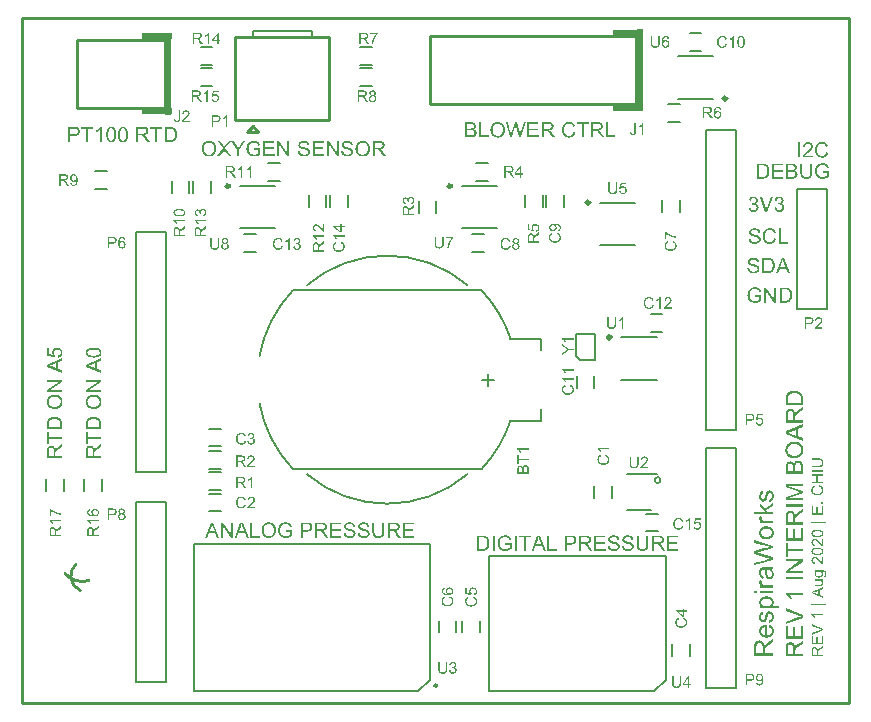
<source format=gto>
G04*
G04 #@! TF.GenerationSoftware,Altium Limited,Altium Designer,20.1.14 (287)*
G04*
G04 Layer_Color=65535*
%FSLAX25Y25*%
%MOIN*%
G70*
G04*
G04 #@! TF.SameCoordinates,F17826E9-34F6-497C-9B9F-35048D5DD880*
G04*
G04*
G04 #@! TF.FilePolarity,Positive*
G04*
G01*
G75*
%ADD10C,0.01181*%
%ADD11C,0.00598*%
%ADD12C,0.01000*%
%ADD13C,0.00500*%
%ADD14C,0.00984*%
%ADD15C,0.00787*%
%ADD16C,0.00600*%
%ADD17R,0.10138X0.02461*%
%ADD18R,0.02461X0.27559*%
G36*
X11658Y118594D02*
X11709D01*
X11765Y118585D01*
X11834Y118577D01*
X11912Y118564D01*
X11998Y118546D01*
X12088Y118525D01*
X12183Y118499D01*
X12278Y118469D01*
X12382Y118430D01*
X12481Y118383D01*
X12580Y118331D01*
X12679Y118266D01*
X12774Y118197D01*
X12782Y118193D01*
X12800Y118176D01*
X12830Y118146D01*
X12869Y118107D01*
X12916Y118059D01*
X12968Y117999D01*
X13024Y117930D01*
X13080Y117852D01*
X13136Y117762D01*
X13192Y117663D01*
X13244Y117555D01*
X13291Y117434D01*
X13330Y117309D01*
X13360Y117171D01*
X13377Y117029D01*
X13386Y116874D01*
Y116844D01*
X13382Y116809D01*
Y116762D01*
X13373Y116702D01*
X13364Y116633D01*
X13356Y116559D01*
X13338Y116478D01*
X13317Y116391D01*
X13291Y116301D01*
X13261Y116206D01*
X13222Y116111D01*
X13179Y116021D01*
X13127Y115926D01*
X13071Y115840D01*
X13002Y115753D01*
X12998Y115749D01*
X12985Y115736D01*
X12964Y115715D01*
X12933Y115684D01*
X12894Y115650D01*
X12847Y115611D01*
X12791Y115572D01*
X12731Y115529D01*
X12662Y115486D01*
X12584Y115443D01*
X12502Y115400D01*
X12408Y115361D01*
X12313Y115327D01*
X12209Y115297D01*
X12097Y115275D01*
X11981Y115258D01*
X11925Y115909D01*
X11929D01*
X11946Y115913D01*
X11972Y115917D01*
X12002Y115921D01*
X12041Y115934D01*
X12088Y115943D01*
X12140Y115960D01*
X12192Y115978D01*
X12308Y116021D01*
X12429Y116077D01*
X12541Y116150D01*
X12593Y116193D01*
X12640Y116241D01*
X12644Y116245D01*
X12649Y116253D01*
X12662Y116266D01*
X12679Y116288D01*
X12696Y116314D01*
X12713Y116344D01*
X12735Y116378D01*
X12757Y116417D01*
X12782Y116465D01*
X12804Y116512D01*
X12839Y116620D01*
X12869Y116740D01*
X12873Y116805D01*
X12877Y116874D01*
Y116896D01*
X12873Y116917D01*
Y116952D01*
X12869Y116990D01*
X12860Y117034D01*
X12847Y117085D01*
X12834Y117137D01*
X12817Y117197D01*
X12795Y117258D01*
X12769Y117322D01*
X12735Y117387D01*
X12696Y117447D01*
X12653Y117512D01*
X12601Y117572D01*
X12541Y117633D01*
X12537Y117637D01*
X12524Y117646D01*
X12507Y117663D01*
X12481Y117680D01*
X12446Y117706D01*
X12403Y117732D01*
X12356Y117758D01*
X12304Y117788D01*
X12244Y117818D01*
X12175Y117844D01*
X12101Y117870D01*
X12024Y117895D01*
X11938Y117913D01*
X11847Y117930D01*
X11752Y117939D01*
X11649Y117943D01*
X11645D01*
X11627D01*
X11597D01*
X11563Y117939D01*
X11515Y117934D01*
X11464Y117926D01*
X11407Y117917D01*
X11347Y117904D01*
X11278Y117891D01*
X11214Y117870D01*
X11140Y117848D01*
X11071Y117818D01*
X11002Y117783D01*
X10938Y117745D01*
X10873Y117697D01*
X10813Y117646D01*
X10808Y117641D01*
X10800Y117633D01*
X10783Y117615D01*
X10765Y117594D01*
X10740Y117564D01*
X10714Y117525D01*
X10688Y117486D01*
X10658Y117439D01*
X10627Y117383D01*
X10602Y117327D01*
X10576Y117262D01*
X10550Y117193D01*
X10533Y117115D01*
X10515Y117038D01*
X10507Y116956D01*
X10502Y116865D01*
Y116814D01*
X10507Y116788D01*
X10511Y116758D01*
X10520Y116684D01*
X10537Y116603D01*
X10559Y116508D01*
X10593Y116417D01*
X10640Y116322D01*
Y116318D01*
X10645Y116314D01*
X10653Y116301D01*
X10666Y116284D01*
X10696Y116241D01*
X10735Y116189D01*
X10787Y116128D01*
X10847Y116068D01*
X10916Y116008D01*
X10994Y115952D01*
X10916Y115370D01*
X8326Y115857D01*
Y118361D01*
X8916D01*
Y116348D01*
X10274Y116077D01*
X10270Y116081D01*
X10261Y116098D01*
X10244Y116124D01*
X10222Y116154D01*
X10201Y116197D01*
X10175Y116249D01*
X10145Y116305D01*
X10114Y116366D01*
X10084Y116434D01*
X10054Y116512D01*
X10028Y116590D01*
X10007Y116672D01*
X9985Y116758D01*
X9968Y116848D01*
X9959Y116939D01*
X9955Y117029D01*
Y117059D01*
X9959Y117094D01*
X9964Y117141D01*
X9968Y117197D01*
X9981Y117262D01*
X9994Y117335D01*
X10011Y117417D01*
X10037Y117499D01*
X10067Y117589D01*
X10106Y117684D01*
X10149Y117775D01*
X10201Y117870D01*
X10265Y117964D01*
X10334Y118055D01*
X10416Y118141D01*
X10421Y118146D01*
X10438Y118163D01*
X10464Y118184D01*
X10498Y118214D01*
X10546Y118249D01*
X10597Y118288D01*
X10662Y118326D01*
X10735Y118370D01*
X10817Y118413D01*
X10903Y118451D01*
X11002Y118490D01*
X11106Y118525D01*
X11218Y118555D01*
X11334Y118577D01*
X11459Y118594D01*
X11593Y118598D01*
X11602D01*
X11623D01*
X11658Y118594D01*
D02*
G37*
G36*
X13300Y114219D02*
X11774Y113633D01*
Y111517D01*
X13300Y110969D01*
Y110263D01*
X8261Y112193D01*
Y112917D01*
X13300Y114978D01*
Y114219D01*
D02*
G37*
G36*
Y107052D02*
X9347Y104405D01*
X13300D01*
Y103767D01*
X8261D01*
Y104448D01*
X12222Y107099D01*
X8261D01*
Y107737D01*
X13300D01*
Y107052D01*
D02*
G37*
G36*
X10921Y102914D02*
X10989Y102910D01*
X11067Y102901D01*
X11153Y102892D01*
X11248Y102880D01*
X11351Y102862D01*
X11464Y102841D01*
X11576Y102819D01*
X11692Y102789D01*
X11813Y102750D01*
X11929Y102711D01*
X12045Y102664D01*
X12162Y102608D01*
X12170Y102604D01*
X12188Y102595D01*
X12218Y102578D01*
X12261Y102552D01*
X12313Y102517D01*
X12369Y102479D01*
X12433Y102436D01*
X12502Y102384D01*
X12575Y102323D01*
X12649Y102259D01*
X12726Y102186D01*
X12800Y102108D01*
X12877Y102022D01*
X12946Y101931D01*
X13015Y101832D01*
X13076Y101729D01*
X13080Y101724D01*
X13088Y101703D01*
X13106Y101673D01*
X13123Y101630D01*
X13149Y101578D01*
X13175Y101517D01*
X13201Y101444D01*
X13231Y101367D01*
X13261Y101276D01*
X13287Y101181D01*
X13313Y101082D01*
X13338Y100974D01*
X13356Y100867D01*
X13373Y100750D01*
X13382Y100630D01*
X13386Y100509D01*
Y100479D01*
X13382Y100440D01*
Y100388D01*
X13377Y100328D01*
X13369Y100255D01*
X13356Y100173D01*
X13343Y100082D01*
X13326Y99983D01*
X13304Y99884D01*
X13274Y99776D01*
X13244Y99669D01*
X13205Y99561D01*
X13157Y99449D01*
X13106Y99341D01*
X13045Y99233D01*
X13041Y99229D01*
X13028Y99207D01*
X13011Y99181D01*
X12981Y99143D01*
X12946Y99095D01*
X12903Y99039D01*
X12856Y98983D01*
X12800Y98919D01*
X12735Y98850D01*
X12666Y98781D01*
X12588Y98707D01*
X12502Y98638D01*
X12412Y98570D01*
X12317Y98505D01*
X12213Y98440D01*
X12106Y98384D01*
X12097Y98380D01*
X12080Y98371D01*
X12045Y98358D01*
X12002Y98341D01*
X11946Y98320D01*
X11882Y98294D01*
X11808Y98268D01*
X11727Y98242D01*
X11636Y98216D01*
X11537Y98190D01*
X11433Y98164D01*
X11326Y98143D01*
X11214Y98125D01*
X11093Y98113D01*
X10972Y98104D01*
X10852Y98100D01*
X10847D01*
X10839D01*
X10821D01*
X10796D01*
X10765Y98104D01*
X10731D01*
X10692Y98108D01*
X10645D01*
X10593Y98117D01*
X10537Y98121D01*
X10416Y98134D01*
X10283Y98156D01*
X10136Y98186D01*
X9981Y98220D01*
X9821Y98264D01*
X9658Y98320D01*
X9494Y98384D01*
X9330Y98462D01*
X9175Y98552D01*
X9024Y98656D01*
X8886Y98772D01*
X8878Y98781D01*
X8856Y98802D01*
X8822Y98841D01*
X8774Y98893D01*
X8722Y98962D01*
X8662Y99039D01*
X8597Y99134D01*
X8529Y99242D01*
X8464Y99362D01*
X8399Y99492D01*
X8339Y99634D01*
X8287Y99789D01*
X8240Y99953D01*
X8205Y100130D01*
X8184Y100315D01*
X8175Y100509D01*
Y100578D01*
X8179Y100625D01*
X8184Y100690D01*
X8192Y100759D01*
X8205Y100841D01*
X8218Y100927D01*
X8235Y101022D01*
X8257Y101125D01*
X8283Y101229D01*
X8317Y101337D01*
X8356Y101444D01*
X8399Y101552D01*
X8451Y101660D01*
X8511Y101768D01*
X8516Y101776D01*
X8529Y101793D01*
X8546Y101819D01*
X8572Y101858D01*
X8606Y101905D01*
X8649Y101961D01*
X8697Y102022D01*
X8753Y102086D01*
X8813Y102151D01*
X8886Y102224D01*
X8959Y102293D01*
X9046Y102362D01*
X9132Y102436D01*
X9231Y102500D01*
X9334Y102565D01*
X9442Y102621D01*
X9451Y102625D01*
X9468Y102634D01*
X9503Y102647D01*
X9546Y102668D01*
X9602Y102690D01*
X9671Y102716D01*
X9748Y102742D01*
X9834Y102772D01*
X9929Y102798D01*
X10033Y102823D01*
X10145Y102849D01*
X10261Y102871D01*
X10386Y102892D01*
X10515Y102905D01*
X10653Y102914D01*
X10791Y102918D01*
X10800D01*
X10826D01*
X10864D01*
X10921Y102914D01*
D02*
G37*
G36*
X10903Y95423D02*
X10959Y95419D01*
X11028Y95415D01*
X11097Y95410D01*
X11175Y95402D01*
X11257Y95393D01*
X11429Y95371D01*
X11602Y95337D01*
X11774Y95289D01*
X11778D01*
X11795Y95285D01*
X11817Y95277D01*
X11847Y95264D01*
X11886Y95251D01*
X11929Y95238D01*
X11976Y95216D01*
X12032Y95195D01*
X12149Y95147D01*
X12269Y95087D01*
X12390Y95022D01*
X12507Y94945D01*
X12511Y94940D01*
X12519Y94936D01*
X12532Y94923D01*
X12554Y94910D01*
X12580Y94889D01*
X12606Y94867D01*
X12670Y94811D01*
X12744Y94742D01*
X12821Y94665D01*
X12894Y94578D01*
X12964Y94488D01*
Y94484D01*
X12972Y94475D01*
X12981Y94462D01*
X12989Y94445D01*
X13006Y94419D01*
X13020Y94393D01*
X13041Y94359D01*
X13058Y94320D01*
X13101Y94234D01*
X13140Y94130D01*
X13183Y94018D01*
X13218Y93889D01*
Y93884D01*
X13222Y93872D01*
X13226Y93854D01*
X13231Y93828D01*
X13235Y93794D01*
X13244Y93751D01*
X13252Y93708D01*
X13257Y93656D01*
X13265Y93600D01*
X13274Y93535D01*
X13282Y93471D01*
X13287Y93397D01*
X13295Y93247D01*
X13300Y93079D01*
Y91264D01*
X8261D01*
Y93143D01*
X8266Y93199D01*
Y93260D01*
X8270Y93328D01*
X8279Y93475D01*
X8291Y93622D01*
X8309Y93764D01*
X8322Y93833D01*
X8335Y93893D01*
Y93897D01*
X8339Y93910D01*
X8343Y93936D01*
X8356Y93966D01*
X8365Y94001D01*
X8378Y94044D01*
X8395Y94096D01*
X8416Y94147D01*
X8468Y94264D01*
X8529Y94384D01*
X8606Y94509D01*
X8697Y94630D01*
X8701Y94634D01*
X8714Y94647D01*
X8731Y94669D01*
X8757Y94695D01*
X8791Y94729D01*
X8830Y94768D01*
X8878Y94811D01*
X8929Y94854D01*
X8990Y94902D01*
X9054Y94953D01*
X9127Y95001D01*
X9201Y95052D01*
X9283Y95100D01*
X9369Y95147D01*
X9464Y95190D01*
X9559Y95229D01*
X9563Y95234D01*
X9580Y95238D01*
X9610Y95246D01*
X9649Y95259D01*
X9701Y95277D01*
X9761Y95294D01*
X9826Y95311D01*
X9903Y95328D01*
X9990Y95346D01*
X10080Y95363D01*
X10179Y95380D01*
X10283Y95397D01*
X10395Y95410D01*
X10511Y95419D01*
X10632Y95428D01*
X10757D01*
X10761D01*
X10783D01*
X10813D01*
X10852D01*
X10903Y95423D01*
D02*
G37*
G36*
X8856Y88911D02*
X13300D01*
Y88243D01*
X8856D01*
Y86583D01*
X8261D01*
Y90579D01*
X8856D01*
Y88911D01*
D02*
G37*
G36*
X13300Y85493D02*
X12252Y84825D01*
X12248Y84821D01*
X12231Y84812D01*
X12209Y84795D01*
X12179Y84777D01*
X12140Y84752D01*
X12097Y84721D01*
X12050Y84691D01*
X11994Y84657D01*
X11886Y84579D01*
X11770Y84497D01*
X11658Y84415D01*
X11606Y84381D01*
X11558Y84342D01*
X11554D01*
X11550Y84333D01*
X11537Y84325D01*
X11520Y84312D01*
X11477Y84273D01*
X11425Y84230D01*
X11369Y84174D01*
X11313Y84118D01*
X11265Y84058D01*
X11222Y84002D01*
X11218Y83997D01*
X11205Y83976D01*
X11192Y83946D01*
X11170Y83911D01*
X11149Y83864D01*
X11127Y83812D01*
X11106Y83756D01*
X11089Y83700D01*
Y83696D01*
X11084Y83678D01*
X11080Y83653D01*
X11076Y83614D01*
X11071Y83562D01*
X11067Y83497D01*
X11063Y83420D01*
Y82558D01*
X13300D01*
Y81890D01*
X8261D01*
Y84234D01*
X8266Y84290D01*
X8270Y84355D01*
X8274Y84428D01*
X8279Y84506D01*
X8296Y84670D01*
X8317Y84842D01*
X8335Y84924D01*
X8352Y85006D01*
X8373Y85079D01*
X8399Y85148D01*
Y85152D01*
X8404Y85165D01*
X8412Y85183D01*
X8425Y85204D01*
X8442Y85234D01*
X8460Y85269D01*
X8507Y85351D01*
X8576Y85437D01*
X8615Y85484D01*
X8658Y85532D01*
X8705Y85579D01*
X8757Y85622D01*
X8817Y85665D01*
X8878Y85708D01*
X8882Y85713D01*
X8895Y85717D01*
X8912Y85730D01*
X8938Y85743D01*
X8968Y85756D01*
X9007Y85777D01*
X9054Y85795D01*
X9102Y85816D01*
X9158Y85833D01*
X9214Y85855D01*
X9343Y85885D01*
X9485Y85911D01*
X9559Y85915D01*
X9636Y85920D01*
X9640D01*
X9662D01*
X9688Y85915D01*
X9727D01*
X9774Y85911D01*
X9826Y85902D01*
X9886Y85889D01*
X9951Y85877D01*
X10020Y85859D01*
X10093Y85833D01*
X10171Y85808D01*
X10244Y85773D01*
X10321Y85734D01*
X10399Y85687D01*
X10472Y85631D01*
X10541Y85571D01*
X10546Y85566D01*
X10559Y85553D01*
X10576Y85532D01*
X10602Y85506D01*
X10627Y85467D01*
X10662Y85424D01*
X10696Y85368D01*
X10735Y85308D01*
X10774Y85234D01*
X10817Y85157D01*
X10856Y85066D01*
X10890Y84971D01*
X10925Y84864D01*
X10959Y84752D01*
X10985Y84631D01*
X11007Y84497D01*
Y84502D01*
X11011Y84510D01*
X11020Y84523D01*
X11028Y84540D01*
X11054Y84588D01*
X11089Y84648D01*
X11127Y84713D01*
X11170Y84777D01*
X11214Y84842D01*
X11261Y84898D01*
X11265Y84902D01*
X11274Y84911D01*
X11287Y84928D01*
X11308Y84950D01*
X11334Y84976D01*
X11364Y85006D01*
X11403Y85040D01*
X11446Y85079D01*
X11489Y85118D01*
X11541Y85161D01*
X11658Y85256D01*
X11787Y85355D01*
X11929Y85454D01*
X13300Y86325D01*
Y85493D01*
D02*
G37*
G36*
X23956Y118538D02*
X24033D01*
X24119Y118533D01*
X24214Y118525D01*
X24322Y118520D01*
X24434Y118508D01*
X24551Y118499D01*
X24788Y118464D01*
X24908Y118443D01*
X25025Y118417D01*
X25137Y118391D01*
X25244Y118357D01*
X25249D01*
X25270Y118348D01*
X25296Y118339D01*
X25335Y118322D01*
X25378Y118305D01*
X25430Y118279D01*
X25490Y118253D01*
X25555Y118223D01*
X25688Y118146D01*
X25826Y118051D01*
X25964Y117943D01*
X26024Y117878D01*
X26085Y117814D01*
X26089Y117809D01*
X26098Y117796D01*
X26111Y117775D01*
X26132Y117749D01*
X26154Y117715D01*
X26175Y117671D01*
X26206Y117620D01*
X26231Y117564D01*
X26257Y117499D01*
X26283Y117430D01*
X26309Y117357D01*
X26331Y117275D01*
X26352Y117189D01*
X26365Y117098D01*
X26374Y117003D01*
X26378Y116900D01*
Y116870D01*
X26374Y116831D01*
X26369Y116779D01*
X26361Y116719D01*
X26352Y116646D01*
X26335Y116568D01*
X26313Y116482D01*
X26287Y116396D01*
X26253Y116301D01*
X26210Y116206D01*
X26158Y116111D01*
X26102Y116016D01*
X26033Y115921D01*
X25951Y115835D01*
X25861Y115753D01*
X25852Y115749D01*
X25831Y115732D01*
X25792Y115706D01*
X25740Y115676D01*
X25671Y115637D01*
X25585Y115598D01*
X25486Y115551D01*
X25365Y115508D01*
X25232Y115460D01*
X25081Y115413D01*
X24999Y115391D01*
X24913Y115374D01*
X24822Y115353D01*
X24727Y115335D01*
X24628Y115318D01*
X24525Y115305D01*
X24417Y115292D01*
X24305Y115279D01*
X24189Y115271D01*
X24068Y115262D01*
X23938Y115258D01*
X23809D01*
X23805D01*
X23801D01*
X23788D01*
X23770D01*
X23749D01*
X23723D01*
X23663Y115262D01*
X23585D01*
X23499Y115266D01*
X23400Y115275D01*
X23296Y115279D01*
X23184Y115292D01*
X23064Y115301D01*
X22827Y115335D01*
X22706Y115357D01*
X22589Y115378D01*
X22477Y115409D01*
X22370Y115439D01*
X22365Y115443D01*
X22344Y115447D01*
X22318Y115460D01*
X22279Y115473D01*
X22232Y115495D01*
X22180Y115516D01*
X22124Y115547D01*
X22059Y115577D01*
X21926Y115654D01*
X21783Y115749D01*
X21650Y115857D01*
X21585Y115921D01*
X21529Y115986D01*
X21525Y115990D01*
X21516Y116003D01*
X21503Y116025D01*
X21482Y116051D01*
X21460Y116085D01*
X21434Y116128D01*
X21408Y116180D01*
X21378Y116236D01*
X21352Y116301D01*
X21327Y116370D01*
X21301Y116443D01*
X21279Y116525D01*
X21258Y116611D01*
X21245Y116702D01*
X21236Y116801D01*
X21232Y116900D01*
Y116939D01*
X21236Y116969D01*
Y117003D01*
X21240Y117046D01*
X21245Y117089D01*
X21253Y117141D01*
X21271Y117253D01*
X21301Y117370D01*
X21339Y117495D01*
X21396Y117611D01*
Y117615D01*
X21404Y117624D01*
X21413Y117641D01*
X21426Y117663D01*
X21443Y117689D01*
X21464Y117719D01*
X21516Y117788D01*
X21585Y117870D01*
X21663Y117952D01*
X21762Y118038D01*
X21870Y118115D01*
X21874Y118120D01*
X21883Y118124D01*
X21900Y118133D01*
X21926Y118150D01*
X21956Y118163D01*
X21990Y118184D01*
X22029Y118206D01*
X22077Y118227D01*
X22128Y118253D01*
X22189Y118279D01*
X22249Y118305D01*
X22314Y118331D01*
X22460Y118378D01*
X22620Y118426D01*
X22624D01*
X22641Y118430D01*
X22667Y118439D01*
X22702Y118443D01*
X22745Y118451D01*
X22796Y118464D01*
X22861Y118473D01*
X22934Y118486D01*
X23012Y118495D01*
X23102Y118503D01*
X23201Y118516D01*
X23305Y118525D01*
X23421Y118533D01*
X23542Y118538D01*
X23671Y118542D01*
X23809D01*
X23813D01*
X23818D01*
X23831D01*
X23848D01*
X23895D01*
X23956Y118538D01*
D02*
G37*
G36*
X26292Y114219D02*
X24766Y113633D01*
Y111517D01*
X26292Y110969D01*
Y110263D01*
X21253Y112193D01*
Y112917D01*
X26292Y114978D01*
Y114219D01*
D02*
G37*
G36*
Y107052D02*
X22340Y104405D01*
X26292D01*
Y103767D01*
X21253D01*
Y104448D01*
X25214Y107099D01*
X21253D01*
Y107737D01*
X26292D01*
Y107052D01*
D02*
G37*
G36*
X23913Y102914D02*
X23982Y102910D01*
X24059Y102901D01*
X24145Y102892D01*
X24240Y102880D01*
X24344Y102862D01*
X24456Y102841D01*
X24568Y102819D01*
X24684Y102789D01*
X24805Y102750D01*
X24921Y102711D01*
X25038Y102664D01*
X25154Y102608D01*
X25163Y102604D01*
X25180Y102595D01*
X25210Y102578D01*
X25253Y102552D01*
X25305Y102517D01*
X25361Y102479D01*
X25425Y102436D01*
X25494Y102384D01*
X25568Y102323D01*
X25641Y102259D01*
X25719Y102186D01*
X25792Y102108D01*
X25869Y102022D01*
X25938Y101931D01*
X26007Y101832D01*
X26068Y101729D01*
X26072Y101724D01*
X26081Y101703D01*
X26098Y101673D01*
X26115Y101630D01*
X26141Y101578D01*
X26167Y101517D01*
X26193Y101444D01*
X26223Y101367D01*
X26253Y101276D01*
X26279Y101181D01*
X26305Y101082D01*
X26331Y100975D01*
X26348Y100867D01*
X26365Y100750D01*
X26374Y100630D01*
X26378Y100509D01*
Y100479D01*
X26374Y100440D01*
Y100388D01*
X26369Y100328D01*
X26361Y100255D01*
X26348Y100173D01*
X26335Y100082D01*
X26318Y99983D01*
X26296Y99884D01*
X26266Y99776D01*
X26236Y99669D01*
X26197Y99561D01*
X26149Y99449D01*
X26098Y99341D01*
X26037Y99233D01*
X26033Y99229D01*
X26020Y99207D01*
X26003Y99181D01*
X25973Y99143D01*
X25938Y99095D01*
X25895Y99039D01*
X25848Y98983D01*
X25792Y98919D01*
X25727Y98850D01*
X25658Y98781D01*
X25581Y98707D01*
X25494Y98638D01*
X25404Y98570D01*
X25309Y98505D01*
X25206Y98440D01*
X25098Y98384D01*
X25089Y98380D01*
X25072Y98371D01*
X25038Y98358D01*
X24994Y98341D01*
X24938Y98320D01*
X24874Y98294D01*
X24801Y98268D01*
X24719Y98242D01*
X24628Y98216D01*
X24529Y98190D01*
X24426Y98164D01*
X24318Y98143D01*
X24206Y98125D01*
X24085Y98113D01*
X23964Y98104D01*
X23844Y98100D01*
X23839D01*
X23831D01*
X23813D01*
X23788D01*
X23757Y98104D01*
X23723D01*
X23684Y98108D01*
X23637D01*
X23585Y98117D01*
X23529Y98121D01*
X23408Y98134D01*
X23275Y98156D01*
X23128Y98186D01*
X22973Y98220D01*
X22814Y98264D01*
X22650Y98320D01*
X22486Y98384D01*
X22322Y98462D01*
X22167Y98552D01*
X22016Y98656D01*
X21878Y98772D01*
X21870Y98781D01*
X21848Y98802D01*
X21814Y98841D01*
X21766Y98893D01*
X21714Y98962D01*
X21654Y99039D01*
X21589Y99134D01*
X21521Y99242D01*
X21456Y99362D01*
X21391Y99492D01*
X21331Y99634D01*
X21279Y99789D01*
X21232Y99953D01*
X21197Y100130D01*
X21176Y100315D01*
X21167Y100509D01*
Y100578D01*
X21171Y100625D01*
X21176Y100690D01*
X21184Y100759D01*
X21197Y100841D01*
X21210Y100927D01*
X21227Y101022D01*
X21249Y101125D01*
X21275Y101229D01*
X21309Y101337D01*
X21348Y101444D01*
X21391Y101552D01*
X21443Y101660D01*
X21503Y101768D01*
X21508Y101776D01*
X21521Y101793D01*
X21538Y101819D01*
X21564Y101858D01*
X21598Y101905D01*
X21641Y101961D01*
X21689Y102022D01*
X21745Y102086D01*
X21805Y102151D01*
X21878Y102224D01*
X21952Y102293D01*
X22038Y102362D01*
X22124Y102436D01*
X22223Y102500D01*
X22327Y102565D01*
X22434Y102621D01*
X22443Y102625D01*
X22460Y102634D01*
X22495Y102647D01*
X22538Y102668D01*
X22594Y102690D01*
X22663Y102716D01*
X22740Y102742D01*
X22827Y102772D01*
X22921Y102798D01*
X23025Y102823D01*
X23137Y102849D01*
X23253Y102871D01*
X23378Y102892D01*
X23507Y102905D01*
X23645Y102914D01*
X23783Y102918D01*
X23792D01*
X23818D01*
X23857D01*
X23913Y102914D01*
D02*
G37*
G36*
X23895Y95423D02*
X23951Y95419D01*
X24020Y95415D01*
X24089Y95410D01*
X24167Y95402D01*
X24249Y95393D01*
X24421Y95372D01*
X24594Y95337D01*
X24766Y95290D01*
X24770D01*
X24788Y95285D01*
X24809Y95277D01*
X24839Y95264D01*
X24878Y95251D01*
X24921Y95238D01*
X24969Y95216D01*
X25025Y95195D01*
X25141Y95147D01*
X25262Y95087D01*
X25382Y95022D01*
X25499Y94945D01*
X25503Y94940D01*
X25512Y94936D01*
X25525Y94923D01*
X25546Y94910D01*
X25572Y94889D01*
X25598Y94867D01*
X25662Y94811D01*
X25736Y94742D01*
X25813Y94665D01*
X25887Y94578D01*
X25956Y94488D01*
Y94484D01*
X25964Y94475D01*
X25973Y94462D01*
X25981Y94445D01*
X25999Y94419D01*
X26012Y94393D01*
X26033Y94359D01*
X26050Y94320D01*
X26094Y94234D01*
X26132Y94130D01*
X26175Y94018D01*
X26210Y93889D01*
Y93884D01*
X26214Y93872D01*
X26219Y93854D01*
X26223Y93828D01*
X26227Y93794D01*
X26236Y93751D01*
X26244Y93708D01*
X26249Y93656D01*
X26257Y93600D01*
X26266Y93535D01*
X26274Y93471D01*
X26279Y93397D01*
X26287Y93247D01*
X26292Y93079D01*
Y91264D01*
X21253D01*
Y93143D01*
X21258Y93199D01*
Y93260D01*
X21262Y93328D01*
X21271Y93475D01*
X21283Y93622D01*
X21301Y93764D01*
X21314Y93833D01*
X21327Y93893D01*
Y93897D01*
X21331Y93910D01*
X21335Y93936D01*
X21348Y93966D01*
X21357Y94001D01*
X21370Y94044D01*
X21387Y94096D01*
X21408Y94147D01*
X21460Y94264D01*
X21521Y94384D01*
X21598Y94510D01*
X21689Y94630D01*
X21693Y94634D01*
X21706Y94647D01*
X21723Y94669D01*
X21749Y94695D01*
X21783Y94729D01*
X21822Y94768D01*
X21870Y94811D01*
X21921Y94854D01*
X21982Y94902D01*
X22046Y94953D01*
X22120Y95001D01*
X22193Y95052D01*
X22275Y95100D01*
X22361Y95147D01*
X22456Y95190D01*
X22551Y95229D01*
X22555Y95234D01*
X22572Y95238D01*
X22602Y95246D01*
X22641Y95259D01*
X22693Y95277D01*
X22753Y95294D01*
X22818Y95311D01*
X22896Y95328D01*
X22982Y95346D01*
X23072Y95363D01*
X23171Y95380D01*
X23275Y95397D01*
X23387Y95410D01*
X23503Y95419D01*
X23624Y95428D01*
X23749D01*
X23753D01*
X23775D01*
X23805D01*
X23844D01*
X23895Y95423D01*
D02*
G37*
G36*
X21848Y88911D02*
X26292D01*
Y88243D01*
X21848D01*
Y86583D01*
X21253D01*
Y90579D01*
X21848D01*
Y88911D01*
D02*
G37*
G36*
X26292Y85493D02*
X25244Y84825D01*
X25240Y84821D01*
X25223Y84812D01*
X25201Y84795D01*
X25171Y84777D01*
X25132Y84752D01*
X25089Y84721D01*
X25042Y84691D01*
X24986Y84657D01*
X24878Y84579D01*
X24762Y84497D01*
X24650Y84415D01*
X24598Y84381D01*
X24551Y84342D01*
X24546D01*
X24542Y84333D01*
X24529Y84325D01*
X24512Y84312D01*
X24469Y84273D01*
X24417Y84230D01*
X24361Y84174D01*
X24305Y84118D01*
X24257Y84058D01*
X24214Y84002D01*
X24210Y83997D01*
X24197Y83976D01*
X24184Y83946D01*
X24163Y83911D01*
X24141Y83864D01*
X24119Y83812D01*
X24098Y83756D01*
X24081Y83700D01*
Y83696D01*
X24076Y83678D01*
X24072Y83653D01*
X24068Y83614D01*
X24063Y83562D01*
X24059Y83497D01*
X24055Y83420D01*
Y82558D01*
X26292D01*
Y81890D01*
X21253D01*
Y84234D01*
X21258Y84290D01*
X21262Y84355D01*
X21266Y84428D01*
X21271Y84506D01*
X21288Y84670D01*
X21309Y84842D01*
X21327Y84924D01*
X21344Y85006D01*
X21365Y85079D01*
X21391Y85148D01*
Y85152D01*
X21396Y85165D01*
X21404Y85183D01*
X21417Y85204D01*
X21434Y85234D01*
X21452Y85269D01*
X21499Y85351D01*
X21568Y85437D01*
X21607Y85484D01*
X21650Y85532D01*
X21697Y85579D01*
X21749Y85622D01*
X21809Y85665D01*
X21870Y85708D01*
X21874Y85713D01*
X21887Y85717D01*
X21904Y85730D01*
X21930Y85743D01*
X21960Y85756D01*
X21999Y85777D01*
X22046Y85795D01*
X22094Y85816D01*
X22150Y85833D01*
X22206Y85855D01*
X22335Y85885D01*
X22477Y85911D01*
X22551Y85915D01*
X22628Y85920D01*
X22633D01*
X22654D01*
X22680Y85915D01*
X22719D01*
X22766Y85911D01*
X22818Y85902D01*
X22878Y85889D01*
X22943Y85877D01*
X23012Y85859D01*
X23085Y85833D01*
X23163Y85808D01*
X23236Y85773D01*
X23313Y85734D01*
X23391Y85687D01*
X23464Y85631D01*
X23533Y85571D01*
X23538Y85566D01*
X23551Y85553D01*
X23568Y85532D01*
X23594Y85506D01*
X23619Y85467D01*
X23654Y85424D01*
X23688Y85368D01*
X23727Y85308D01*
X23766Y85234D01*
X23809Y85157D01*
X23848Y85066D01*
X23882Y84971D01*
X23917Y84864D01*
X23951Y84752D01*
X23977Y84631D01*
X23999Y84497D01*
Y84502D01*
X24003Y84510D01*
X24012Y84523D01*
X24020Y84540D01*
X24046Y84588D01*
X24081Y84648D01*
X24119Y84713D01*
X24163Y84777D01*
X24206Y84842D01*
X24253Y84898D01*
X24257Y84903D01*
X24266Y84911D01*
X24279Y84928D01*
X24300Y84950D01*
X24326Y84976D01*
X24356Y85006D01*
X24395Y85040D01*
X24438Y85079D01*
X24482Y85118D01*
X24533Y85161D01*
X24650Y85256D01*
X24779Y85355D01*
X24921Y85454D01*
X26292Y86325D01*
Y85493D01*
D02*
G37*
G36*
X24334Y64814D02*
X24363D01*
X24403Y64810D01*
X24445Y64804D01*
X24491Y64797D01*
X24540Y64787D01*
X24593Y64777D01*
X24708Y64751D01*
X24826Y64712D01*
X24885Y64685D01*
X24944Y64659D01*
X24947Y64656D01*
X24957Y64653D01*
X24973Y64643D01*
X24993Y64630D01*
X25019Y64613D01*
X25049Y64594D01*
X25082Y64574D01*
X25118Y64548D01*
X25193Y64486D01*
X25272Y64413D01*
X25347Y64325D01*
X25383Y64279D01*
X25416Y64230D01*
X25420Y64226D01*
X25423Y64217D01*
X25433Y64203D01*
X25442Y64180D01*
X25456Y64157D01*
X25469Y64125D01*
X25482Y64089D01*
X25498Y64049D01*
X25515Y64007D01*
X25528Y63961D01*
X25541Y63908D01*
X25554Y63856D01*
X25574Y63738D01*
X25577Y63675D01*
X25580Y63613D01*
Y63587D01*
X25577Y63557D01*
X25574Y63515D01*
X25567Y63465D01*
X25557Y63406D01*
X25544Y63341D01*
X25524Y63272D01*
X25501Y63196D01*
X25475Y63118D01*
X25439Y63039D01*
X25396Y62957D01*
X25347Y62878D01*
X25292Y62800D01*
X25223Y62724D01*
X25147Y62652D01*
X25141Y62649D01*
X25128Y62635D01*
X25101Y62619D01*
X25065Y62593D01*
X25016Y62567D01*
X24957Y62534D01*
X24888Y62501D01*
X24806Y62468D01*
X24714Y62432D01*
X24609Y62399D01*
X24491Y62367D01*
X24363Y62340D01*
X24222Y62314D01*
X24068Y62298D01*
X23901Y62285D01*
X23812Y62281D01*
X23720D01*
X23717D01*
X23707D01*
X23691D01*
X23671D01*
X23645Y62285D01*
X23616D01*
X23579D01*
X23540Y62288D01*
X23494Y62291D01*
X23448Y62294D01*
X23396Y62298D01*
X23343Y62304D01*
X23225Y62314D01*
X23100Y62334D01*
X22969Y62353D01*
X22838Y62383D01*
X22704Y62416D01*
X22569Y62455D01*
X22441Y62501D01*
X22317Y62557D01*
X22205Y62619D01*
X22153Y62655D01*
X22103Y62691D01*
X22097Y62695D01*
X22084Y62708D01*
X22064Y62727D01*
X22035Y62757D01*
X22002Y62793D01*
X21966Y62836D01*
X21923Y62888D01*
X21884Y62947D01*
X21841Y63013D01*
X21802Y63085D01*
X21766Y63164D01*
X21733Y63249D01*
X21703Y63341D01*
X21684Y63439D01*
X21667Y63544D01*
X21664Y63656D01*
Y63698D01*
X21667Y63731D01*
X21670Y63770D01*
X21677Y63816D01*
X21687Y63866D01*
X21697Y63921D01*
X21710Y63977D01*
X21726Y64039D01*
X21746Y64098D01*
X21772Y64161D01*
X21802Y64223D01*
X21834Y64285D01*
X21874Y64344D01*
X21920Y64400D01*
X21923Y64403D01*
X21933Y64413D01*
X21946Y64426D01*
X21966Y64446D01*
X21992Y64469D01*
X22025Y64495D01*
X22061Y64521D01*
X22100Y64551D01*
X22149Y64581D01*
X22202Y64613D01*
X22258Y64640D01*
X22320Y64669D01*
X22389Y64695D01*
X22461Y64715D01*
X22536Y64735D01*
X22618Y64748D01*
X22654Y64279D01*
X22651D01*
X22641Y64275D01*
X22628Y64272D01*
X22609Y64266D01*
X22586Y64259D01*
X22559Y64253D01*
X22500Y64233D01*
X22435Y64207D01*
X22369Y64174D01*
X22307Y64138D01*
X22280Y64118D01*
X22254Y64098D01*
X22251Y64095D01*
X22244Y64089D01*
X22235Y64079D01*
X22221Y64066D01*
X22208Y64046D01*
X22189Y64023D01*
X22172Y63997D01*
X22153Y63967D01*
X22117Y63902D01*
X22084Y63820D01*
X22071Y63777D01*
X22061Y63731D01*
X22054Y63682D01*
X22051Y63629D01*
Y63606D01*
X22054Y63590D01*
Y63570D01*
X22058Y63547D01*
X22067Y63495D01*
X22080Y63433D01*
X22103Y63367D01*
X22136Y63298D01*
X22179Y63232D01*
X22182Y63229D01*
X22185Y63223D01*
X22195Y63209D01*
X22208Y63196D01*
X22225Y63177D01*
X22248Y63154D01*
X22271Y63131D01*
X22297Y63105D01*
X22330Y63078D01*
X22366Y63049D01*
X22405Y63019D01*
X22448Y62990D01*
X22494Y62960D01*
X22543Y62934D01*
X22599Y62908D01*
X22654Y62881D01*
X22658D01*
X22668Y62875D01*
X22687Y62868D01*
X22714Y62862D01*
X22743Y62852D01*
X22782Y62842D01*
X22828Y62829D01*
X22881Y62816D01*
X22940Y62806D01*
X23009Y62793D01*
X23081Y62783D01*
X23160Y62773D01*
X23245Y62764D01*
X23337Y62757D01*
X23435Y62754D01*
X23540Y62750D01*
X23537Y62754D01*
X23527Y62757D01*
X23514Y62767D01*
X23497Y62780D01*
X23474Y62796D01*
X23451Y62816D01*
X23396Y62865D01*
X23333Y62924D01*
X23268Y62996D01*
X23209Y63075D01*
X23156Y63164D01*
Y63167D01*
X23150Y63174D01*
X23143Y63190D01*
X23137Y63206D01*
X23127Y63229D01*
X23117Y63255D01*
X23104Y63288D01*
X23091Y63321D01*
X23068Y63400D01*
X23048Y63488D01*
X23035Y63583D01*
X23028Y63682D01*
Y63701D01*
X23032Y63728D01*
X23035Y63761D01*
X23038Y63800D01*
X23048Y63849D01*
X23058Y63902D01*
X23071Y63957D01*
X23091Y64020D01*
X23114Y64082D01*
X23140Y64151D01*
X23176Y64217D01*
X23215Y64285D01*
X23261Y64354D01*
X23314Y64420D01*
X23376Y64482D01*
X23379Y64486D01*
X23392Y64495D01*
X23412Y64512D01*
X23438Y64535D01*
X23474Y64561D01*
X23514Y64587D01*
X23563Y64620D01*
X23619Y64649D01*
X23681Y64682D01*
X23747Y64712D01*
X23822Y64738D01*
X23901Y64764D01*
X23986Y64787D01*
X24075Y64804D01*
X24170Y64814D01*
X24272Y64817D01*
X24275D01*
X24288D01*
X24308D01*
X24334Y64814D01*
D02*
G37*
G36*
X25515Y60625D02*
X22517D01*
X22520Y60622D01*
X22523Y60618D01*
X22533Y60609D01*
X22543Y60595D01*
X22559Y60576D01*
X22576Y60556D01*
X22595Y60533D01*
X22618Y60507D01*
X22668Y60441D01*
X22720Y60366D01*
X22779Y60277D01*
X22841Y60179D01*
X22845Y60176D01*
X22848Y60166D01*
X22858Y60153D01*
X22868Y60133D01*
X22881Y60110D01*
X22897Y60080D01*
X22914Y60048D01*
X22933Y60015D01*
X22973Y59936D01*
X23012Y59854D01*
X23051Y59769D01*
X23084Y59687D01*
X22628D01*
X22625Y59690D01*
X22618Y59703D01*
X22609Y59726D01*
X22595Y59752D01*
X22576Y59789D01*
X22556Y59828D01*
X22530Y59870D01*
X22500Y59920D01*
X22471Y59972D01*
X22435Y60028D01*
X22359Y60143D01*
X22274Y60258D01*
X22179Y60372D01*
X22176Y60376D01*
X22166Y60386D01*
X22153Y60402D01*
X22133Y60422D01*
X22110Y60444D01*
X22080Y60474D01*
X22051Y60504D01*
X22015Y60536D01*
X21936Y60605D01*
X21851Y60674D01*
X21759Y60740D01*
X21710Y60766D01*
X21664Y60792D01*
Y61097D01*
X25515D01*
Y60625D01*
D02*
G37*
G36*
Y58398D02*
X24718Y57889D01*
X24714Y57886D01*
X24701Y57880D01*
X24685Y57866D01*
X24662Y57853D01*
X24632Y57834D01*
X24600Y57811D01*
X24563Y57788D01*
X24521Y57762D01*
X24439Y57702D01*
X24350Y57640D01*
X24265Y57578D01*
X24226Y57551D01*
X24190Y57522D01*
X24186D01*
X24183Y57515D01*
X24173Y57509D01*
X24160Y57499D01*
X24127Y57469D01*
X24088Y57437D01*
X24045Y57394D01*
X24002Y57351D01*
X23966Y57306D01*
X23934Y57263D01*
X23930Y57260D01*
X23921Y57243D01*
X23911Y57220D01*
X23894Y57194D01*
X23878Y57158D01*
X23862Y57119D01*
X23845Y57076D01*
X23832Y57033D01*
Y57030D01*
X23829Y57017D01*
X23825Y56997D01*
X23822Y56968D01*
X23819Y56928D01*
X23816Y56879D01*
X23812Y56820D01*
Y56164D01*
X25515D01*
Y55656D01*
X21680D01*
Y57440D01*
X21684Y57483D01*
X21687Y57532D01*
X21690Y57588D01*
X21693Y57647D01*
X21707Y57771D01*
X21723Y57902D01*
X21736Y57965D01*
X21749Y58027D01*
X21766Y58083D01*
X21785Y58135D01*
Y58139D01*
X21789Y58148D01*
X21795Y58162D01*
X21805Y58178D01*
X21818Y58201D01*
X21831Y58227D01*
X21867Y58289D01*
X21920Y58355D01*
X21949Y58391D01*
X21982Y58427D01*
X22018Y58463D01*
X22058Y58496D01*
X22103Y58529D01*
X22149Y58562D01*
X22153Y58565D01*
X22162Y58568D01*
X22176Y58578D01*
X22195Y58588D01*
X22218Y58598D01*
X22248Y58614D01*
X22284Y58627D01*
X22320Y58644D01*
X22363Y58657D01*
X22405Y58673D01*
X22504Y58696D01*
X22612Y58716D01*
X22668Y58719D01*
X22727Y58723D01*
X22730D01*
X22746D01*
X22766Y58719D01*
X22795D01*
X22832Y58716D01*
X22871Y58709D01*
X22917Y58700D01*
X22966Y58690D01*
X23019Y58677D01*
X23074Y58657D01*
X23133Y58637D01*
X23189Y58611D01*
X23248Y58581D01*
X23307Y58545D01*
X23363Y58503D01*
X23415Y58457D01*
X23419Y58454D01*
X23428Y58444D01*
X23442Y58427D01*
X23461Y58408D01*
X23481Y58378D01*
X23507Y58345D01*
X23534Y58303D01*
X23563Y58257D01*
X23593Y58201D01*
X23625Y58142D01*
X23655Y58073D01*
X23681Y58001D01*
X23707Y57919D01*
X23734Y57834D01*
X23753Y57742D01*
X23770Y57640D01*
Y57643D01*
X23773Y57650D01*
X23779Y57660D01*
X23786Y57673D01*
X23806Y57709D01*
X23832Y57755D01*
X23862Y57804D01*
X23894Y57853D01*
X23927Y57902D01*
X23963Y57945D01*
X23966Y57948D01*
X23973Y57955D01*
X23983Y57968D01*
X23999Y57985D01*
X24019Y58004D01*
X24042Y58027D01*
X24071Y58053D01*
X24104Y58083D01*
X24137Y58112D01*
X24176Y58145D01*
X24265Y58217D01*
X24363Y58293D01*
X24472Y58368D01*
X25515Y59031D01*
Y58398D01*
D02*
G37*
G36*
X9534Y64812D02*
X9548Y64799D01*
X9571Y64779D01*
X9603Y64753D01*
X9643Y64720D01*
X9689Y64681D01*
X9744Y64635D01*
X9807Y64586D01*
X9879Y64533D01*
X9954Y64477D01*
X10040Y64415D01*
X10131Y64353D01*
X10233Y64287D01*
X10338Y64221D01*
X10450Y64156D01*
X10568Y64087D01*
X10571D01*
X10574Y64084D01*
X10584Y64077D01*
X10597Y64070D01*
X10614Y64064D01*
X10633Y64054D01*
X10679Y64028D01*
X10738Y63998D01*
X10807Y63962D01*
X10889Y63926D01*
X10974Y63884D01*
X11073Y63841D01*
X11174Y63795D01*
X11286Y63749D01*
X11401Y63703D01*
X11519Y63657D01*
X11643Y63615D01*
X11768Y63572D01*
X11896Y63533D01*
X11903D01*
X11919Y63526D01*
X11945Y63520D01*
X11981Y63510D01*
X12024Y63500D01*
X12080Y63487D01*
X12139Y63474D01*
X12208Y63457D01*
X12283Y63444D01*
X12365Y63428D01*
X12450Y63411D01*
X12542Y63398D01*
X12641Y63385D01*
X12739Y63375D01*
X12949Y63355D01*
Y62870D01*
X12942D01*
X12929D01*
X12903Y62873D01*
X12870D01*
X12824Y62877D01*
X12772Y62880D01*
X12713Y62887D01*
X12644Y62896D01*
X12569Y62903D01*
X12487Y62916D01*
X12395Y62929D01*
X12299Y62949D01*
X12198Y62968D01*
X12090Y62991D01*
X11978Y63018D01*
X11860Y63047D01*
X11857D01*
X11853Y63051D01*
X11844D01*
X11830Y63054D01*
X11798Y63064D01*
X11752Y63080D01*
X11693Y63096D01*
X11624Y63119D01*
X11548Y63142D01*
X11463Y63172D01*
X11371Y63205D01*
X11276Y63241D01*
X11174Y63280D01*
X11066Y63323D01*
X10958Y63372D01*
X10847Y63421D01*
X10735Y63477D01*
X10623Y63533D01*
X10620D01*
X10617Y63536D01*
X10597Y63546D01*
X10564Y63565D01*
X10525Y63588D01*
X10473Y63618D01*
X10413Y63654D01*
X10345Y63693D01*
X10272Y63736D01*
X10197Y63785D01*
X10115Y63838D01*
X10033Y63893D01*
X9948Y63952D01*
X9777Y64080D01*
X9695Y64146D01*
X9617Y64212D01*
Y62335D01*
X9164D01*
Y64815D01*
X9531D01*
X9534Y64812D01*
D02*
G37*
G36*
X12949Y60627D02*
X9951D01*
X9954Y60623D01*
X9958Y60620D01*
X9967Y60610D01*
X9977Y60597D01*
X9994Y60577D01*
X10010Y60558D01*
X10030Y60535D01*
X10053Y60509D01*
X10102Y60443D01*
X10154Y60367D01*
X10214Y60279D01*
X10276Y60180D01*
X10279Y60177D01*
X10282Y60167D01*
X10292Y60154D01*
X10302Y60135D01*
X10315Y60112D01*
X10332Y60082D01*
X10348Y60049D01*
X10368Y60017D01*
X10407Y59938D01*
X10446Y59856D01*
X10486Y59771D01*
X10519Y59689D01*
X10063D01*
X10059Y59692D01*
X10053Y59705D01*
X10043Y59728D01*
X10030Y59754D01*
X10010Y59790D01*
X9990Y59829D01*
X9964Y59872D01*
X9935Y59921D01*
X9905Y59974D01*
X9869Y60030D01*
X9794Y60144D01*
X9708Y60259D01*
X9613Y60374D01*
X9610Y60377D01*
X9600Y60387D01*
X9587Y60404D01*
X9567Y60423D01*
X9544Y60446D01*
X9515Y60476D01*
X9485Y60505D01*
X9449Y60538D01*
X9370Y60607D01*
X9285Y60676D01*
X9193Y60741D01*
X9144Y60768D01*
X9098Y60794D01*
Y61099D01*
X12949D01*
Y60627D01*
D02*
G37*
G36*
Y58399D02*
X12152Y57891D01*
X12149Y57888D01*
X12135Y57881D01*
X12119Y57868D01*
X12096Y57855D01*
X12067Y57835D01*
X12034Y57812D01*
X11998Y57789D01*
X11955Y57763D01*
X11873Y57704D01*
X11785Y57642D01*
X11699Y57579D01*
X11660Y57553D01*
X11624Y57524D01*
X11621D01*
X11617Y57517D01*
X11608Y57511D01*
X11594Y57501D01*
X11562Y57471D01*
X11522Y57438D01*
X11479Y57396D01*
X11437Y57353D01*
X11401Y57307D01*
X11368Y57265D01*
X11365Y57261D01*
X11355Y57245D01*
X11345Y57222D01*
X11329Y57196D01*
X11312Y57160D01*
X11296Y57120D01*
X11280Y57078D01*
X11266Y57035D01*
Y57032D01*
X11263Y57019D01*
X11260Y56999D01*
X11257Y56969D01*
X11253Y56930D01*
X11250Y56881D01*
X11247Y56822D01*
Y56166D01*
X12949D01*
Y55657D01*
X9115D01*
Y57442D01*
X9118Y57484D01*
X9121Y57534D01*
X9125Y57589D01*
X9128Y57648D01*
X9141Y57773D01*
X9157Y57904D01*
X9170Y57967D01*
X9183Y58029D01*
X9200Y58084D01*
X9220Y58137D01*
Y58140D01*
X9223Y58150D01*
X9229Y58163D01*
X9239Y58180D01*
X9252Y58203D01*
X9266Y58229D01*
X9302Y58291D01*
X9354Y58357D01*
X9384Y58393D01*
X9416Y58429D01*
X9453Y58465D01*
X9492Y58498D01*
X9538Y58531D01*
X9584Y58563D01*
X9587Y58567D01*
X9597Y58570D01*
X9610Y58580D01*
X9630Y58590D01*
X9653Y58600D01*
X9682Y58616D01*
X9718Y58629D01*
X9754Y58645D01*
X9797Y58658D01*
X9839Y58675D01*
X9938Y58698D01*
X10046Y58718D01*
X10102Y58721D01*
X10161Y58724D01*
X10164D01*
X10181D01*
X10200Y58721D01*
X10230D01*
X10266Y58718D01*
X10305Y58711D01*
X10351Y58701D01*
X10400Y58691D01*
X10453Y58678D01*
X10509Y58658D01*
X10568Y58639D01*
X10623Y58613D01*
X10683Y58583D01*
X10741Y58547D01*
X10797Y58504D01*
X10850Y58459D01*
X10853Y58455D01*
X10863Y58445D01*
X10876Y58429D01*
X10896Y58409D01*
X10915Y58380D01*
X10942Y58347D01*
X10968Y58304D01*
X10997Y58258D01*
X11027Y58203D01*
X11060Y58144D01*
X11089Y58075D01*
X11116Y58003D01*
X11142Y57920D01*
X11168Y57835D01*
X11188Y57743D01*
X11204Y57642D01*
Y57645D01*
X11207Y57652D01*
X11214Y57661D01*
X11220Y57674D01*
X11240Y57711D01*
X11266Y57757D01*
X11296Y57806D01*
X11329Y57855D01*
X11361Y57904D01*
X11398Y57947D01*
X11401Y57950D01*
X11407Y57957D01*
X11417Y57970D01*
X11434Y57986D01*
X11453Y58006D01*
X11476Y58029D01*
X11506Y58055D01*
X11539Y58084D01*
X11571Y58114D01*
X11611Y58147D01*
X11699Y58219D01*
X11798Y58294D01*
X11906Y58370D01*
X12949Y59032D01*
Y58399D01*
D02*
G37*
G36*
X204573Y190666D02*
Y190660D01*
Y190647D01*
Y190620D01*
X204570Y190587D01*
Y190545D01*
X204567Y190499D01*
X204564Y190446D01*
X204560Y190391D01*
X204544Y190273D01*
X204524Y190148D01*
X204495Y190027D01*
X204475Y189971D01*
X204455Y189918D01*
Y189915D01*
X204449Y189909D01*
X204442Y189892D01*
X204433Y189876D01*
X204423Y189853D01*
X204406Y189830D01*
X204367Y189771D01*
X204314Y189705D01*
X204252Y189639D01*
X204177Y189574D01*
X204088Y189518D01*
X204085D01*
X204078Y189512D01*
X204062Y189505D01*
X204042Y189495D01*
X204019Y189485D01*
X203990Y189476D01*
X203957Y189462D01*
X203921Y189449D01*
X203878Y189436D01*
X203832Y189423D01*
X203783Y189413D01*
X203731Y189403D01*
X203619Y189387D01*
X203494Y189380D01*
X203471D01*
X203445Y189384D01*
X203412D01*
X203370Y189390D01*
X203321Y189397D01*
X203268Y189403D01*
X203209Y189417D01*
X203147Y189433D01*
X203084Y189453D01*
X203019Y189476D01*
X202957Y189502D01*
X202891Y189535D01*
X202832Y189574D01*
X202773Y189620D01*
X202720Y189669D01*
X202717Y189672D01*
X202711Y189682D01*
X202694Y189699D01*
X202678Y189725D01*
X202658Y189754D01*
X202635Y189790D01*
X202612Y189833D01*
X202589Y189885D01*
X202563Y189941D01*
X202540Y190007D01*
X202517Y190076D01*
X202501Y190155D01*
X202484Y190236D01*
X202471Y190328D01*
X202465Y190424D01*
Y190528D01*
X202924Y190594D01*
Y190591D01*
Y190574D01*
X202927Y190551D01*
X202930Y190522D01*
X202934Y190486D01*
X202937Y190446D01*
X202943Y190401D01*
X202950Y190355D01*
X202970Y190253D01*
X202999Y190155D01*
X203015Y190109D01*
X203035Y190066D01*
X203058Y190027D01*
X203084Y189994D01*
X203088Y189990D01*
X203091Y189987D01*
X203101Y189981D01*
X203111Y189968D01*
X203144Y189945D01*
X203189Y189915D01*
X203248Y189885D01*
X203317Y189859D01*
X203399Y189840D01*
X203445Y189836D01*
X203491Y189833D01*
X203524D01*
X203560Y189836D01*
X203603Y189843D01*
X203655Y189853D01*
X203711Y189869D01*
X203767Y189889D01*
X203819Y189918D01*
X203822D01*
X203826Y189922D01*
X203842Y189935D01*
X203865Y189954D01*
X203898Y189981D01*
X203927Y190017D01*
X203960Y190056D01*
X203990Y190105D01*
X204013Y190158D01*
Y190161D01*
X204016Y190164D01*
X204019Y190174D01*
X204023Y190187D01*
X204026Y190204D01*
X204029Y190223D01*
X204036Y190246D01*
X204039Y190276D01*
X204046Y190305D01*
X204049Y190341D01*
X204052Y190381D01*
X204059Y190424D01*
X204062Y190469D01*
Y190522D01*
X204065Y190578D01*
Y190637D01*
Y193280D01*
X204573D01*
Y190666D01*
D02*
G37*
G36*
X206984Y189446D02*
X206512D01*
Y192444D01*
X206509Y192441D01*
X206505Y192437D01*
X206496Y192428D01*
X206483Y192418D01*
X206463Y192401D01*
X206443Y192385D01*
X206420Y192365D01*
X206394Y192342D01*
X206328Y192293D01*
X206253Y192241D01*
X206164Y192182D01*
X206066Y192119D01*
X206063Y192116D01*
X206053Y192113D01*
X206040Y192103D01*
X206020Y192093D01*
X205997Y192080D01*
X205967Y192063D01*
X205935Y192047D01*
X205902Y192027D01*
X205823Y191988D01*
X205741Y191949D01*
X205656Y191909D01*
X205574Y191876D01*
Y192332D01*
X205577Y192336D01*
X205590Y192342D01*
X205613Y192352D01*
X205640Y192365D01*
X205676Y192385D01*
X205715Y192405D01*
X205758Y192431D01*
X205807Y192460D01*
X205859Y192490D01*
X205915Y192526D01*
X206030Y192601D01*
X206145Y192687D01*
X206259Y192782D01*
X206263Y192785D01*
X206273Y192795D01*
X206289Y192808D01*
X206309Y192828D01*
X206332Y192851D01*
X206361Y192880D01*
X206391Y192910D01*
X206423Y192946D01*
X206492Y193025D01*
X206561Y193110D01*
X206627Y193202D01*
X206653Y193251D01*
X206679Y193297D01*
X206984D01*
Y189446D01*
D02*
G37*
G36*
X218844Y61822D02*
X218884D01*
X218933Y61815D01*
X218992Y61809D01*
X219054Y61799D01*
X219123Y61789D01*
X219198Y61773D01*
X219277Y61753D01*
X219356Y61730D01*
X219438Y61701D01*
X219520Y61668D01*
X219599Y61629D01*
X219677Y61583D01*
X219753Y61530D01*
X219756Y61527D01*
X219769Y61517D01*
X219789Y61501D01*
X219818Y61478D01*
X219848Y61445D01*
X219887Y61409D01*
X219927Y61366D01*
X219969Y61317D01*
X220015Y61261D01*
X220061Y61202D01*
X220107Y61133D01*
X220153Y61061D01*
X220196Y60979D01*
X220235Y60894D01*
X220271Y60805D01*
X220304Y60707D01*
X219805Y60589D01*
Y60592D01*
X219799Y60608D01*
X219792Y60628D01*
X219779Y60658D01*
X219766Y60690D01*
X219749Y60733D01*
X219730Y60776D01*
X219707Y60822D01*
X219651Y60923D01*
X219585Y61025D01*
X219546Y61071D01*
X219507Y61117D01*
X219461Y61159D01*
X219415Y61199D01*
X219412Y61202D01*
X219402Y61209D01*
X219389Y61215D01*
X219369Y61228D01*
X219346Y61245D01*
X219313Y61261D01*
X219281Y61278D01*
X219241Y61297D01*
X219198Y61314D01*
X219149Y61330D01*
X219097Y61346D01*
X219041Y61363D01*
X218979Y61376D01*
X218916Y61383D01*
X218847Y61389D01*
X218779Y61392D01*
X218736D01*
X218706Y61389D01*
X218667Y61386D01*
X218624Y61383D01*
X218575Y61376D01*
X218519Y61366D01*
X218464Y61353D01*
X218405Y61340D01*
X218342Y61323D01*
X218280Y61304D01*
X218218Y61278D01*
X218155Y61248D01*
X218096Y61215D01*
X218037Y61179D01*
X218034Y61176D01*
X218024Y61169D01*
X218008Y61156D01*
X217988Y61140D01*
X217965Y61120D01*
X217939Y61094D01*
X217906Y61061D01*
X217873Y61028D01*
X217841Y60989D01*
X217805Y60946D01*
X217772Y60900D01*
X217736Y60848D01*
X217703Y60795D01*
X217673Y60736D01*
X217647Y60674D01*
X217621Y60608D01*
Y60605D01*
X217614Y60592D01*
X217611Y60572D01*
X217601Y60546D01*
X217595Y60513D01*
X217585Y60474D01*
X217572Y60431D01*
X217562Y60382D01*
X217552Y60330D01*
X217539Y60271D01*
X217529Y60211D01*
X217522Y60149D01*
X217509Y60015D01*
X217503Y59874D01*
Y59867D01*
Y59851D01*
Y59825D01*
X217506Y59792D01*
Y59749D01*
X217509Y59700D01*
X217516Y59644D01*
X217519Y59582D01*
X217529Y59516D01*
X217539Y59447D01*
X217562Y59306D01*
X217598Y59159D01*
X217618Y59087D01*
X217644Y59018D01*
X217647Y59014D01*
X217650Y59001D01*
X217660Y58982D01*
X217670Y58959D01*
X217686Y58929D01*
X217703Y58893D01*
X217726Y58854D01*
X217752Y58814D01*
X217781Y58768D01*
X217814Y58726D01*
X217850Y58680D01*
X217890Y58634D01*
X217932Y58591D01*
X217982Y58549D01*
X218031Y58509D01*
X218087Y58473D01*
X218090Y58470D01*
X218100Y58467D01*
X218116Y58457D01*
X218139Y58444D01*
X218168Y58430D01*
X218201Y58417D01*
X218237Y58401D01*
X218280Y58385D01*
X218329Y58365D01*
X218378Y58349D01*
X218431Y58335D01*
X218490Y58322D01*
X218611Y58299D01*
X218674Y58296D01*
X218739Y58293D01*
X218759D01*
X218782Y58296D01*
X218811D01*
X218847Y58299D01*
X218890Y58306D01*
X218936Y58312D01*
X218988Y58322D01*
X219044Y58335D01*
X219100Y58352D01*
X219159Y58371D01*
X219221Y58398D01*
X219281Y58424D01*
X219343Y58457D01*
X219402Y58496D01*
X219458Y58539D01*
X219461Y58542D01*
X219471Y58552D01*
X219487Y58565D01*
X219507Y58585D01*
X219530Y58611D01*
X219559Y58644D01*
X219589Y58680D01*
X219622Y58722D01*
X219654Y58772D01*
X219687Y58824D01*
X219720Y58883D01*
X219753Y58949D01*
X219786Y59021D01*
X219815Y59096D01*
X219838Y59178D01*
X219861Y59267D01*
X220369Y59139D01*
Y59136D01*
X220366Y59132D01*
Y59123D01*
X220363Y59113D01*
X220353Y59080D01*
X220337Y59037D01*
X220320Y58985D01*
X220297Y58926D01*
X220268Y58857D01*
X220238Y58788D01*
X220199Y58713D01*
X220160Y58634D01*
X220110Y58555D01*
X220058Y58476D01*
X219999Y58398D01*
X219936Y58322D01*
X219868Y58253D01*
X219792Y58188D01*
X219789Y58184D01*
X219773Y58175D01*
X219749Y58158D01*
X219720Y58135D01*
X219677Y58112D01*
X219631Y58083D01*
X219576Y58053D01*
X219510Y58024D01*
X219441Y57994D01*
X219362Y57965D01*
X219281Y57935D01*
X219192Y57912D01*
X219097Y57889D01*
X218998Y57873D01*
X218890Y57863D01*
X218782Y57860D01*
X218756D01*
X218723Y57863D01*
X218680D01*
X218628Y57866D01*
X218565Y57873D01*
X218496Y57879D01*
X218424Y57893D01*
X218346Y57906D01*
X218264Y57922D01*
X218178Y57942D01*
X218093Y57965D01*
X218011Y57994D01*
X217926Y58027D01*
X217847Y58066D01*
X217772Y58109D01*
X217768Y58112D01*
X217755Y58122D01*
X217736Y58135D01*
X217709Y58155D01*
X217676Y58181D01*
X217637Y58214D01*
X217598Y58253D01*
X217552Y58296D01*
X217506Y58345D01*
X217457Y58398D01*
X217408Y58460D01*
X217358Y58526D01*
X217313Y58595D01*
X217267Y58673D01*
X217221Y58752D01*
X217181Y58841D01*
X217178Y58847D01*
X217171Y58863D01*
X217162Y58890D01*
X217152Y58922D01*
X217135Y58968D01*
X217119Y59021D01*
X217099Y59080D01*
X217083Y59149D01*
X217063Y59224D01*
X217043Y59303D01*
X217027Y59388D01*
X217014Y59477D01*
X217001Y59572D01*
X216991Y59667D01*
X216985Y59769D01*
X216981Y59870D01*
Y59874D01*
Y59877D01*
Y59897D01*
Y59929D01*
X216985Y59972D01*
X216988Y60021D01*
X216994Y60084D01*
X217001Y60149D01*
X217011Y60225D01*
X217021Y60303D01*
X217037Y60389D01*
X217053Y60474D01*
X217076Y60562D01*
X217103Y60651D01*
X217132Y60740D01*
X217168Y60828D01*
X217208Y60913D01*
X217211Y60920D01*
X217217Y60933D01*
X217231Y60956D01*
X217250Y60986D01*
X217273Y61025D01*
X217303Y61068D01*
X217335Y61114D01*
X217375Y61166D01*
X217417Y61219D01*
X217467Y61274D01*
X217519Y61333D01*
X217578Y61389D01*
X217640Y61445D01*
X217709Y61497D01*
X217781Y61546D01*
X217857Y61592D01*
X217863Y61596D01*
X217877Y61602D01*
X217900Y61615D01*
X217932Y61629D01*
X217972Y61645D01*
X218018Y61665D01*
X218070Y61687D01*
X218132Y61711D01*
X218198Y61730D01*
X218270Y61753D01*
X218346Y61773D01*
X218428Y61789D01*
X218513Y61802D01*
X218601Y61815D01*
X218693Y61822D01*
X218789Y61825D01*
X218815D01*
X218844Y61822D01*
D02*
G37*
G36*
X226146Y61261D02*
X224614D01*
X224407Y60228D01*
X224410Y60231D01*
X224424Y60238D01*
X224443Y60251D01*
X224466Y60267D01*
X224499Y60284D01*
X224538Y60303D01*
X224581Y60326D01*
X224627Y60349D01*
X224679Y60372D01*
X224738Y60395D01*
X224797Y60415D01*
X224860Y60431D01*
X224925Y60448D01*
X224994Y60461D01*
X225063Y60467D01*
X225132Y60471D01*
X225155D01*
X225181Y60467D01*
X225217Y60464D01*
X225260Y60461D01*
X225309Y60451D01*
X225365Y60441D01*
X225427Y60428D01*
X225489Y60408D01*
X225558Y60385D01*
X225630Y60356D01*
X225699Y60323D01*
X225772Y60284D01*
X225844Y60234D01*
X225913Y60182D01*
X225978Y60120D01*
X225981Y60116D01*
X225995Y60103D01*
X226011Y60084D01*
X226034Y60057D01*
X226060Y60021D01*
X226090Y59982D01*
X226119Y59933D01*
X226152Y59877D01*
X226185Y59815D01*
X226214Y59749D01*
X226244Y59674D01*
X226270Y59595D01*
X226293Y59510D01*
X226309Y59421D01*
X226323Y59326D01*
X226326Y59224D01*
Y59218D01*
Y59201D01*
X226323Y59175D01*
Y59136D01*
X226316Y59093D01*
X226309Y59041D01*
X226300Y58982D01*
X226287Y58916D01*
X226270Y58847D01*
X226251Y58775D01*
X226227Y58703D01*
X226198Y58624D01*
X226162Y58549D01*
X226122Y58473D01*
X226073Y58398D01*
X226021Y58325D01*
X226018Y58319D01*
X226005Y58306D01*
X225981Y58283D01*
X225952Y58253D01*
X225916Y58217D01*
X225870Y58178D01*
X225817Y58135D01*
X225759Y58093D01*
X225690Y58050D01*
X225614Y58007D01*
X225532Y57968D01*
X225440Y57932D01*
X225345Y57902D01*
X225240Y57879D01*
X225132Y57866D01*
X225014Y57860D01*
X224991D01*
X224965Y57863D01*
X224929D01*
X224883Y57870D01*
X224830Y57876D01*
X224775Y57883D01*
X224712Y57896D01*
X224646Y57912D01*
X224578Y57932D01*
X224505Y57955D01*
X224433Y57984D01*
X224364Y58017D01*
X224292Y58057D01*
X224227Y58099D01*
X224161Y58152D01*
X224158Y58155D01*
X224148Y58165D01*
X224132Y58181D01*
X224109Y58204D01*
X224082Y58234D01*
X224053Y58270D01*
X224023Y58312D01*
X223991Y58358D01*
X223958Y58411D01*
X223925Y58470D01*
X223892Y58532D01*
X223863Y58604D01*
X223836Y58676D01*
X223813Y58755D01*
X223797Y58841D01*
X223784Y58929D01*
X224279Y58972D01*
Y58968D01*
X224283Y58955D01*
X224286Y58936D01*
X224289Y58913D01*
X224299Y58883D01*
X224305Y58847D01*
X224319Y58808D01*
X224332Y58768D01*
X224364Y58680D01*
X224407Y58588D01*
X224463Y58503D01*
X224496Y58463D01*
X224532Y58427D01*
X224535Y58424D01*
X224542Y58421D01*
X224551Y58411D01*
X224568Y58398D01*
X224587Y58385D01*
X224610Y58371D01*
X224637Y58355D01*
X224666Y58339D01*
X224702Y58319D01*
X224738Y58303D01*
X224820Y58276D01*
X224912Y58253D01*
X224961Y58250D01*
X225014Y58247D01*
X225030D01*
X225047Y58250D01*
X225073D01*
X225102Y58253D01*
X225135Y58260D01*
X225175Y58270D01*
X225214Y58280D01*
X225260Y58293D01*
X225306Y58309D01*
X225355Y58329D01*
X225404Y58355D01*
X225450Y58385D01*
X225499Y58417D01*
X225545Y58457D01*
X225591Y58503D01*
X225594Y58506D01*
X225601Y58516D01*
X225614Y58529D01*
X225627Y58549D01*
X225647Y58575D01*
X225667Y58608D01*
X225686Y58644D01*
X225709Y58683D01*
X225732Y58729D01*
X225752Y58781D01*
X225772Y58837D01*
X225791Y58896D01*
X225804Y58962D01*
X225817Y59031D01*
X225824Y59103D01*
X225827Y59182D01*
Y59185D01*
Y59198D01*
Y59221D01*
X225824Y59247D01*
X225821Y59283D01*
X225814Y59323D01*
X225808Y59365D01*
X225798Y59411D01*
X225788Y59464D01*
X225772Y59513D01*
X225755Y59569D01*
X225732Y59621D01*
X225706Y59674D01*
X225676Y59723D01*
X225640Y59772D01*
X225601Y59818D01*
X225598Y59821D01*
X225591Y59828D01*
X225578Y59841D01*
X225562Y59854D01*
X225539Y59874D01*
X225509Y59893D01*
X225480Y59913D01*
X225444Y59936D01*
X225401Y59959D01*
X225358Y59979D01*
X225309Y59998D01*
X225257Y60018D01*
X225198Y60031D01*
X225138Y60044D01*
X225076Y60051D01*
X225007Y60054D01*
X224968D01*
X224948Y60051D01*
X224925Y60048D01*
X224870Y60041D01*
X224807Y60028D01*
X224735Y60011D01*
X224666Y59985D01*
X224594Y59949D01*
X224591D01*
X224587Y59946D01*
X224578Y59939D01*
X224565Y59929D01*
X224532Y59907D01*
X224492Y59877D01*
X224447Y59838D01*
X224400Y59792D01*
X224355Y59739D01*
X224312Y59680D01*
X223869Y59739D01*
X224240Y61711D01*
X226146D01*
Y61261D01*
D02*
G37*
G36*
X222577Y57925D02*
X222105D01*
Y60923D01*
X222101Y60920D01*
X222098Y60917D01*
X222088Y60907D01*
X222075Y60897D01*
X222055Y60881D01*
X222036Y60864D01*
X222013Y60845D01*
X221987Y60822D01*
X221921Y60772D01*
X221845Y60720D01*
X221757Y60661D01*
X221658Y60599D01*
X221655Y60595D01*
X221645Y60592D01*
X221632Y60582D01*
X221613Y60572D01*
X221590Y60559D01*
X221560Y60543D01*
X221527Y60526D01*
X221495Y60507D01*
X221416Y60467D01*
X221334Y60428D01*
X221249Y60389D01*
X221166Y60356D01*
Y60812D01*
X221170Y60815D01*
X221183Y60822D01*
X221206Y60831D01*
X221232Y60845D01*
X221268Y60864D01*
X221307Y60884D01*
X221350Y60910D01*
X221399Y60940D01*
X221452Y60969D01*
X221508Y61005D01*
X221622Y61081D01*
X221737Y61166D01*
X221852Y61261D01*
X221855Y61264D01*
X221865Y61274D01*
X221882Y61287D01*
X221901Y61307D01*
X221924Y61330D01*
X221954Y61360D01*
X221983Y61389D01*
X222016Y61425D01*
X222085Y61504D01*
X222154Y61589D01*
X222219Y61681D01*
X222246Y61730D01*
X222272Y61776D01*
X222577D01*
Y57925D01*
D02*
G37*
G36*
X205454Y80039D02*
Y80033D01*
Y80013D01*
Y79984D01*
X205451Y79944D01*
Y79895D01*
X205448Y79839D01*
X205445Y79777D01*
X205438Y79708D01*
X205431Y79636D01*
X205422Y79561D01*
X205399Y79410D01*
X205366Y79259D01*
X205346Y79187D01*
X205323Y79121D01*
Y79118D01*
X205317Y79105D01*
X205310Y79088D01*
X205297Y79065D01*
X205284Y79036D01*
X205264Y79003D01*
X205241Y78964D01*
X205215Y78924D01*
X205185Y78882D01*
X205149Y78836D01*
X205113Y78790D01*
X205067Y78744D01*
X205022Y78698D01*
X204969Y78652D01*
X204913Y78609D01*
X204851Y78567D01*
X204848Y78563D01*
X204835Y78557D01*
X204815Y78547D01*
X204789Y78534D01*
X204756Y78518D01*
X204713Y78501D01*
X204667Y78481D01*
X204611Y78462D01*
X204549Y78442D01*
X204484Y78422D01*
X204408Y78406D01*
X204329Y78390D01*
X204244Y78377D01*
X204152Y78367D01*
X204057Y78360D01*
X203955Y78357D01*
X203903D01*
X203867Y78360D01*
X203821Y78363D01*
X203768Y78367D01*
X203709Y78373D01*
X203644Y78380D01*
X203575Y78390D01*
X203503Y78403D01*
X203355Y78435D01*
X203283Y78455D01*
X203211Y78481D01*
X203139Y78508D01*
X203073Y78540D01*
X203070Y78544D01*
X203057Y78550D01*
X203040Y78560D01*
X203017Y78577D01*
X202991Y78596D01*
X202958Y78619D01*
X202922Y78645D01*
X202883Y78678D01*
X202843Y78714D01*
X202804Y78754D01*
X202765Y78800D01*
X202722Y78846D01*
X202683Y78898D01*
X202647Y78954D01*
X202614Y79016D01*
X202584Y79078D01*
Y79082D01*
X202578Y79095D01*
X202571Y79115D01*
X202561Y79144D01*
X202552Y79180D01*
X202538Y79223D01*
X202525Y79272D01*
X202512Y79331D01*
X202499Y79397D01*
X202486Y79469D01*
X202473Y79547D01*
X202463Y79633D01*
X202453Y79725D01*
X202447Y79823D01*
X202443Y79928D01*
X202440Y80039D01*
Y82257D01*
X202948D01*
Y80043D01*
Y80036D01*
Y80020D01*
Y79997D01*
Y79961D01*
X202952Y79921D01*
X202955Y79872D01*
Y79820D01*
X202962Y79764D01*
X202972Y79646D01*
X202988Y79521D01*
X202998Y79462D01*
X203011Y79406D01*
X203024Y79354D01*
X203040Y79308D01*
Y79305D01*
X203044Y79298D01*
X203050Y79285D01*
X203057Y79269D01*
X203070Y79249D01*
X203083Y79226D01*
X203116Y79173D01*
X203158Y79115D01*
X203214Y79055D01*
X203280Y78996D01*
X203359Y78944D01*
X203362D01*
X203368Y78937D01*
X203381Y78931D01*
X203398Y78924D01*
X203421Y78914D01*
X203447Y78905D01*
X203477Y78891D01*
X203513Y78882D01*
X203552Y78869D01*
X203591Y78855D01*
X203637Y78846D01*
X203686Y78836D01*
X203791Y78823D01*
X203909Y78816D01*
X203936D01*
X203962Y78819D01*
X204001D01*
X204047Y78823D01*
X204100Y78829D01*
X204159Y78836D01*
X204221Y78849D01*
X204283Y78862D01*
X204352Y78878D01*
X204418Y78898D01*
X204484Y78924D01*
X204546Y78951D01*
X204605Y78987D01*
X204657Y79023D01*
X204707Y79069D01*
X204710Y79072D01*
X204716Y79082D01*
X204730Y79098D01*
X204743Y79121D01*
X204762Y79151D01*
X204782Y79187D01*
X204805Y79233D01*
X204828Y79285D01*
X204848Y79347D01*
X204871Y79416D01*
X204890Y79498D01*
X204910Y79587D01*
X204923Y79685D01*
X204936Y79793D01*
X204943Y79912D01*
X204946Y80043D01*
Y82257D01*
X205454D01*
Y80039D01*
D02*
G37*
G36*
X207432Y82270D02*
X207472D01*
X207518Y82263D01*
X207570Y82257D01*
X207632Y82247D01*
X207695Y82234D01*
X207764Y82217D01*
X207836Y82198D01*
X207908Y82171D01*
X207980Y82142D01*
X208052Y82109D01*
X208121Y82067D01*
X208190Y82021D01*
X208252Y81965D01*
X208256Y81962D01*
X208265Y81952D01*
X208282Y81935D01*
X208305Y81909D01*
X208328Y81880D01*
X208354Y81843D01*
X208383Y81804D01*
X208416Y81755D01*
X208446Y81702D01*
X208475Y81647D01*
X208502Y81584D01*
X208528Y81515D01*
X208547Y81447D01*
X208564Y81371D01*
X208574Y81289D01*
X208577Y81207D01*
Y81204D01*
Y81197D01*
Y81184D01*
Y81168D01*
X208574Y81148D01*
Y81122D01*
X208570Y81096D01*
X208564Y81066D01*
X208554Y80997D01*
X208538Y80919D01*
X208515Y80836D01*
X208482Y80755D01*
Y80751D01*
X208479Y80745D01*
X208472Y80731D01*
X208462Y80715D01*
X208452Y80695D01*
X208439Y80673D01*
X208426Y80643D01*
X208406Y80613D01*
X208364Y80541D01*
X208308Y80463D01*
X208242Y80377D01*
X208167Y80285D01*
X208164Y80282D01*
X208157Y80276D01*
X208144Y80259D01*
X208124Y80239D01*
X208101Y80217D01*
X208072Y80184D01*
X208036Y80151D01*
X207996Y80108D01*
X207947Y80062D01*
X207895Y80013D01*
X207836Y79957D01*
X207770Y79895D01*
X207701Y79833D01*
X207623Y79761D01*
X207537Y79689D01*
X207445Y79610D01*
X207442Y79606D01*
X207426Y79593D01*
X207406Y79577D01*
X207377Y79554D01*
X207344Y79524D01*
X207304Y79492D01*
X207262Y79456D01*
X207219Y79416D01*
X207127Y79338D01*
X207039Y79255D01*
X206996Y79219D01*
X206960Y79187D01*
X206927Y79154D01*
X206901Y79128D01*
X206894Y79121D01*
X206881Y79105D01*
X206858Y79082D01*
X206832Y79049D01*
X206799Y79013D01*
X206766Y78970D01*
X206734Y78924D01*
X206701Y78875D01*
X208583D01*
Y78422D01*
X206048D01*
Y78426D01*
Y78429D01*
Y78439D01*
Y78452D01*
Y78485D01*
X206051Y78527D01*
X206058Y78577D01*
X206068Y78629D01*
X206081Y78688D01*
X206101Y78747D01*
Y78750D01*
X206104Y78760D01*
X206110Y78773D01*
X206120Y78793D01*
X206130Y78816D01*
X206143Y78842D01*
X206160Y78875D01*
X206176Y78908D01*
X206219Y78987D01*
X206274Y79072D01*
X206337Y79164D01*
X206412Y79255D01*
X206416Y79259D01*
X206422Y79269D01*
X206435Y79282D01*
X206452Y79301D01*
X206474Y79324D01*
X206501Y79354D01*
X206534Y79387D01*
X206570Y79423D01*
X206609Y79465D01*
X206655Y79508D01*
X206707Y79557D01*
X206763Y79606D01*
X206822Y79662D01*
X206888Y79718D01*
X206957Y79777D01*
X207029Y79836D01*
X207032D01*
X207035Y79843D01*
X207055Y79859D01*
X207088Y79885D01*
X207131Y79921D01*
X207180Y79964D01*
X207239Y80016D01*
X207301Y80072D01*
X207367Y80131D01*
X207439Y80194D01*
X207508Y80263D01*
X207580Y80328D01*
X207649Y80397D01*
X207711Y80463D01*
X207773Y80528D01*
X207826Y80590D01*
X207872Y80650D01*
X207875Y80653D01*
X207882Y80663D01*
X207891Y80679D01*
X207908Y80702D01*
X207924Y80728D01*
X207941Y80758D01*
X207960Y80794D01*
X207983Y80833D01*
X208023Y80922D01*
X208059Y81017D01*
X208072Y81066D01*
X208082Y81115D01*
X208088Y81168D01*
X208091Y81217D01*
Y81220D01*
Y81230D01*
Y81243D01*
X208088Y81263D01*
X208085Y81289D01*
X208082Y81315D01*
X208075Y81348D01*
X208065Y81381D01*
X208042Y81456D01*
X208026Y81493D01*
X208006Y81535D01*
X207983Y81574D01*
X207957Y81614D01*
X207927Y81653D01*
X207891Y81689D01*
X207888Y81693D01*
X207882Y81699D01*
X207872Y81706D01*
X207855Y81719D01*
X207836Y81735D01*
X207813Y81752D01*
X207783Y81768D01*
X207750Y81788D01*
X207714Y81804D01*
X207675Y81820D01*
X207632Y81837D01*
X207586Y81853D01*
X207537Y81866D01*
X207485Y81873D01*
X207429Y81880D01*
X207370Y81883D01*
X207337D01*
X207314Y81880D01*
X207285Y81876D01*
X207252Y81873D01*
X207216Y81866D01*
X207173Y81857D01*
X207088Y81834D01*
X207042Y81817D01*
X206996Y81794D01*
X206950Y81771D01*
X206908Y81745D01*
X206865Y81712D01*
X206825Y81676D01*
X206822Y81673D01*
X206816Y81666D01*
X206806Y81656D01*
X206793Y81640D01*
X206780Y81617D01*
X206760Y81594D01*
X206743Y81565D01*
X206724Y81529D01*
X206704Y81493D01*
X206688Y81450D01*
X206668Y81404D01*
X206655Y81355D01*
X206642Y81299D01*
X206632Y81243D01*
X206625Y81181D01*
X206622Y81115D01*
X206137Y81164D01*
Y81171D01*
X206140Y81187D01*
X206143Y81217D01*
X206150Y81253D01*
X206160Y81299D01*
X206170Y81351D01*
X206183Y81407D01*
X206202Y81470D01*
X206222Y81535D01*
X206248Y81604D01*
X206278Y81673D01*
X206314Y81742D01*
X206353Y81807D01*
X206399Y81873D01*
X206452Y81932D01*
X206507Y81988D01*
X206511Y81991D01*
X206524Y82001D01*
X206540Y82014D01*
X206566Y82034D01*
X206599Y82053D01*
X206639Y82080D01*
X206684Y82103D01*
X206737Y82132D01*
X206796Y82158D01*
X206861Y82185D01*
X206934Y82208D01*
X207012Y82227D01*
X207094Y82247D01*
X207186Y82260D01*
X207281Y82270D01*
X207380Y82273D01*
X207403D01*
X207432Y82270D01*
D02*
G37*
G36*
X177603Y159861D02*
X177666D01*
X177738Y159855D01*
X177816Y159852D01*
X177905Y159845D01*
X177997Y159835D01*
X178092Y159825D01*
X178286Y159796D01*
X178384Y159779D01*
X178476Y159756D01*
X178568Y159733D01*
X178653Y159704D01*
X178656Y159701D01*
X178673Y159697D01*
X178696Y159687D01*
X178725Y159674D01*
X178761Y159658D01*
X178804Y159635D01*
X178850Y159612D01*
X178899Y159586D01*
X178951Y159553D01*
X179007Y159517D01*
X179063Y159478D01*
X179115Y159435D01*
X179171Y159389D01*
X179220Y159340D01*
X179270Y159284D01*
X179315Y159228D01*
X179319Y159225D01*
X179325Y159215D01*
X179335Y159195D01*
X179352Y159173D01*
X179368Y159143D01*
X179388Y159107D01*
X179407Y159068D01*
X179427Y159018D01*
X179450Y158969D01*
X179470Y158914D01*
X179489Y158851D01*
X179506Y158785D01*
X179522Y158720D01*
X179532Y158648D01*
X179539Y158572D01*
X179542Y158494D01*
Y158474D01*
X179539Y158451D01*
Y158418D01*
X179535Y158382D01*
X179529Y158336D01*
X179522Y158287D01*
X179509Y158235D01*
X179496Y158176D01*
X179480Y158116D01*
X179460Y158057D01*
X179437Y157995D01*
X179407Y157933D01*
X179375Y157874D01*
X179335Y157815D01*
X179293Y157759D01*
X179289Y157756D01*
X179279Y157746D01*
X179266Y157733D01*
X179247Y157713D01*
X179220Y157690D01*
X179191Y157667D01*
X179155Y157638D01*
X179112Y157608D01*
X179063Y157579D01*
X179010Y157549D01*
X178955Y157523D01*
X178892Y157493D01*
X178823Y157470D01*
X178751Y157447D01*
X178673Y157431D01*
X178591Y157418D01*
X178548Y157870D01*
X178551D01*
X178561Y157874D01*
X178577Y157877D01*
X178600Y157880D01*
X178627Y157887D01*
X178656Y157897D01*
X178725Y157920D01*
X178804Y157949D01*
X178879Y157985D01*
X178951Y158031D01*
X178984Y158057D01*
X179014Y158087D01*
Y158090D01*
X179020Y158094D01*
X179027Y158103D01*
X179037Y158116D01*
X179046Y158133D01*
X179060Y158152D01*
X179083Y158202D01*
X179109Y158261D01*
X179132Y158333D01*
X179148Y158412D01*
X179151Y158458D01*
X179155Y158503D01*
Y158523D01*
X179151Y158539D01*
Y158559D01*
X179148Y158579D01*
X179142Y158631D01*
X179132Y158690D01*
X179112Y158753D01*
X179089Y158818D01*
X179056Y158881D01*
Y158884D01*
X179053Y158887D01*
X179037Y158907D01*
X179017Y158936D01*
X178988Y158976D01*
X178948Y159018D01*
X178905Y159061D01*
X178853Y159107D01*
X178794Y159146D01*
X178791D01*
X178787Y159150D01*
X178778Y159156D01*
X178764Y159163D01*
X178748Y159173D01*
X178725Y159182D01*
X178702Y159195D01*
X178676Y159209D01*
X178643Y159222D01*
X178610Y159235D01*
X178535Y159264D01*
X178446Y159294D01*
X178345Y159320D01*
X178341D01*
X178331Y159324D01*
X178315Y159327D01*
X178295Y159330D01*
X178269Y159337D01*
X178240Y159343D01*
X178204Y159350D01*
X178167Y159356D01*
X178125Y159363D01*
X178079Y159369D01*
X177980Y159382D01*
X177876Y159389D01*
X177767Y159392D01*
X177761D01*
X177744D01*
X177715D01*
X177679D01*
X177685Y159386D01*
X177698Y159379D01*
X177712Y159366D01*
X177731Y159353D01*
X177754Y159333D01*
X177803Y159291D01*
X177862Y159235D01*
X177921Y159169D01*
X177984Y159094D01*
X178040Y159005D01*
Y159002D01*
X178046Y158995D01*
X178053Y158982D01*
X178062Y158963D01*
X178072Y158940D01*
X178082Y158914D01*
X178095Y158884D01*
X178108Y158848D01*
X178122Y158812D01*
X178135Y158769D01*
X178154Y158681D01*
X178171Y158582D01*
X178177Y158477D01*
Y158458D01*
X178174Y158431D01*
X178171Y158398D01*
X178167Y158356D01*
X178158Y158310D01*
X178148Y158257D01*
X178135Y158198D01*
X178115Y158136D01*
X178092Y158071D01*
X178066Y158005D01*
X178033Y157939D01*
X177994Y157870D01*
X177948Y157801D01*
X177892Y157736D01*
X177833Y157674D01*
X177830Y157670D01*
X177816Y157660D01*
X177797Y157644D01*
X177771Y157621D01*
X177734Y157598D01*
X177695Y157569D01*
X177646Y157539D01*
X177590Y157510D01*
X177528Y157480D01*
X177459Y157451D01*
X177384Y157421D01*
X177302Y157398D01*
X177216Y157375D01*
X177124Y157359D01*
X177026Y157349D01*
X176921Y157346D01*
X176918D01*
X176915D01*
X176895D01*
X176865Y157349D01*
X176826Y157352D01*
X176777Y157355D01*
X176718Y157365D01*
X176655Y157375D01*
X176586Y157388D01*
X176514Y157408D01*
X176436Y157428D01*
X176360Y157457D01*
X176281Y157490D01*
X176203Y157529D01*
X176127Y157575D01*
X176052Y157628D01*
X175983Y157687D01*
X175980Y157690D01*
X175967Y157703D01*
X175950Y157723D01*
X175927Y157749D01*
X175901Y157782D01*
X175868Y157825D01*
X175839Y157870D01*
X175803Y157923D01*
X175770Y157982D01*
X175737Y158047D01*
X175707Y158120D01*
X175681Y158195D01*
X175658Y158277D01*
X175642Y158362D01*
X175629Y158454D01*
X175626Y158549D01*
Y158586D01*
X175629Y158612D01*
X175632Y158644D01*
X175635Y158684D01*
X175642Y158727D01*
X175652Y158776D01*
X175662Y158825D01*
X175675Y158881D01*
X175691Y158936D01*
X175711Y158995D01*
X175734Y159055D01*
X175763Y159114D01*
X175793Y159173D01*
X175829Y159232D01*
X175832Y159235D01*
X175839Y159245D01*
X175848Y159261D01*
X175865Y159284D01*
X175888Y159310D01*
X175911Y159340D01*
X175940Y159373D01*
X175976Y159409D01*
X176013Y159445D01*
X176055Y159484D01*
X176104Y159523D01*
X176157Y159563D01*
X176209Y159602D01*
X176272Y159638D01*
X176334Y159671D01*
X176403Y159704D01*
X176406Y159707D01*
X176419Y159711D01*
X176442Y159720D01*
X176472Y159730D01*
X176511Y159740D01*
X176557Y159756D01*
X176613Y159769D01*
X176678Y159786D01*
X176751Y159799D01*
X176829Y159816D01*
X176918Y159829D01*
X177016Y159838D01*
X177121Y159852D01*
X177233Y159858D01*
X177354Y159861D01*
X177482Y159865D01*
X177485D01*
X177492D01*
X177502D01*
X177515D01*
X177531D01*
X177554D01*
X177603Y159861D01*
D02*
G37*
G36*
X178269Y156906D02*
X178279D01*
X178289Y156903D01*
X178322Y156893D01*
X178364Y156877D01*
X178417Y156860D01*
X178476Y156837D01*
X178545Y156808D01*
X178614Y156778D01*
X178689Y156739D01*
X178768Y156700D01*
X178846Y156650D01*
X178925Y156598D01*
X179004Y156539D01*
X179079Y156476D01*
X179148Y156407D01*
X179214Y156332D01*
X179217Y156329D01*
X179227Y156312D01*
X179243Y156290D01*
X179266Y156260D01*
X179289Y156217D01*
X179319Y156171D01*
X179348Y156116D01*
X179378Y156050D01*
X179407Y155981D01*
X179437Y155902D01*
X179466Y155820D01*
X179489Y155732D01*
X179512Y155637D01*
X179529Y155538D01*
X179539Y155430D01*
X179542Y155322D01*
Y155296D01*
X179539Y155263D01*
Y155220D01*
X179535Y155168D01*
X179529Y155105D01*
X179522Y155036D01*
X179509Y154964D01*
X179496Y154886D01*
X179480Y154804D01*
X179460Y154718D01*
X179437Y154633D01*
X179407Y154551D01*
X179375Y154466D01*
X179335Y154387D01*
X179293Y154312D01*
X179289Y154308D01*
X179279Y154295D01*
X179266Y154276D01*
X179247Y154249D01*
X179220Y154217D01*
X179188Y154177D01*
X179148Y154138D01*
X179106Y154092D01*
X179056Y154046D01*
X179004Y153997D01*
X178942Y153947D01*
X178876Y153898D01*
X178807Y153852D01*
X178728Y153806D01*
X178650Y153761D01*
X178561Y153721D01*
X178554Y153718D01*
X178538Y153711D01*
X178512Y153701D01*
X178479Y153692D01*
X178433Y153675D01*
X178381Y153659D01*
X178322Y153639D01*
X178253Y153623D01*
X178177Y153603D01*
X178099Y153584D01*
X178013Y153567D01*
X177925Y153554D01*
X177830Y153541D01*
X177734Y153531D01*
X177633Y153524D01*
X177531Y153521D01*
X177528D01*
X177525D01*
X177505D01*
X177472D01*
X177429Y153524D01*
X177380Y153528D01*
X177318Y153534D01*
X177252Y153541D01*
X177177Y153551D01*
X177098Y153560D01*
X177013Y153577D01*
X176928Y153593D01*
X176839Y153616D01*
X176751Y153642D01*
X176662Y153672D01*
X176573Y153708D01*
X176488Y153747D01*
X176482Y153751D01*
X176468Y153757D01*
X176445Y153770D01*
X176416Y153790D01*
X176377Y153813D01*
X176334Y153843D01*
X176288Y153875D01*
X176236Y153915D01*
X176183Y153957D01*
X176127Y154007D01*
X176068Y154059D01*
X176013Y154118D01*
X175957Y154180D01*
X175904Y154249D01*
X175855Y154322D01*
X175809Y154397D01*
X175806Y154403D01*
X175799Y154417D01*
X175786Y154439D01*
X175773Y154472D01*
X175757Y154512D01*
X175737Y154558D01*
X175714Y154610D01*
X175691Y154672D01*
X175671Y154738D01*
X175648Y154810D01*
X175629Y154886D01*
X175612Y154968D01*
X175599Y155053D01*
X175586Y155141D01*
X175580Y155233D01*
X175576Y155328D01*
Y155355D01*
X175580Y155384D01*
Y155423D01*
X175586Y155473D01*
X175593Y155532D01*
X175602Y155594D01*
X175612Y155663D01*
X175629Y155738D01*
X175648Y155817D01*
X175671Y155896D01*
X175701Y155978D01*
X175734Y156060D01*
X175773Y156139D01*
X175819Y156217D01*
X175872Y156293D01*
X175875Y156296D01*
X175885Y156309D01*
X175901Y156329D01*
X175924Y156358D01*
X175957Y156388D01*
X175993Y156427D01*
X176035Y156467D01*
X176085Y156509D01*
X176140Y156555D01*
X176199Y156601D01*
X176268Y156647D01*
X176340Y156693D01*
X176423Y156736D01*
X176508Y156775D01*
X176596Y156811D01*
X176695Y156844D01*
X176813Y156345D01*
X176810D01*
X176793Y156339D01*
X176774Y156332D01*
X176744Y156319D01*
X176711Y156306D01*
X176669Y156290D01*
X176626Y156270D01*
X176580Y156247D01*
X176478Y156191D01*
X176377Y156125D01*
X176331Y156086D01*
X176285Y156047D01*
X176242Y156001D01*
X176203Y155955D01*
X176199Y155952D01*
X176193Y155942D01*
X176186Y155929D01*
X176173Y155909D01*
X176157Y155886D01*
X176140Y155853D01*
X176124Y155820D01*
X176104Y155781D01*
X176088Y155738D01*
X176072Y155689D01*
X176055Y155637D01*
X176039Y155581D01*
X176026Y155519D01*
X176019Y155456D01*
X176013Y155387D01*
X176009Y155319D01*
Y155276D01*
X176013Y155246D01*
X176016Y155207D01*
X176019Y155164D01*
X176026Y155115D01*
X176035Y155060D01*
X176049Y155004D01*
X176062Y154945D01*
X176078Y154882D01*
X176098Y154820D01*
X176124Y154758D01*
X176154Y154695D01*
X176186Y154636D01*
X176222Y154577D01*
X176226Y154574D01*
X176232Y154564D01*
X176245Y154548D01*
X176262Y154528D01*
X176281Y154505D01*
X176308Y154479D01*
X176340Y154446D01*
X176373Y154413D01*
X176413Y154381D01*
X176455Y154344D01*
X176501Y154312D01*
X176554Y154276D01*
X176606Y154243D01*
X176665Y154213D01*
X176728Y154187D01*
X176793Y154161D01*
X176796D01*
X176810Y154154D01*
X176829Y154151D01*
X176856Y154141D01*
X176888Y154135D01*
X176928Y154125D01*
X176970Y154112D01*
X177020Y154102D01*
X177072Y154092D01*
X177131Y154079D01*
X177190Y154069D01*
X177252Y154062D01*
X177387Y154049D01*
X177528Y154043D01*
X177534D01*
X177551D01*
X177577D01*
X177610Y154046D01*
X177653D01*
X177702Y154049D01*
X177758Y154056D01*
X177820Y154059D01*
X177885Y154069D01*
X177954Y154079D01*
X178095Y154102D01*
X178243Y154138D01*
X178315Y154157D01*
X178384Y154184D01*
X178387Y154187D01*
X178400Y154190D01*
X178420Y154200D01*
X178443Y154210D01*
X178472Y154226D01*
X178509Y154243D01*
X178548Y154266D01*
X178587Y154292D01*
X178633Y154322D01*
X178676Y154354D01*
X178722Y154390D01*
X178768Y154430D01*
X178810Y154472D01*
X178853Y154522D01*
X178892Y154571D01*
X178928Y154627D01*
X178932Y154630D01*
X178935Y154640D01*
X178945Y154656D01*
X178958Y154679D01*
X178971Y154709D01*
X178984Y154741D01*
X179001Y154777D01*
X179017Y154820D01*
X179037Y154869D01*
X179053Y154918D01*
X179066Y154971D01*
X179079Y155030D01*
X179102Y155151D01*
X179106Y155214D01*
X179109Y155279D01*
Y155299D01*
X179106Y155322D01*
Y155351D01*
X179102Y155387D01*
X179096Y155430D01*
X179089Y155476D01*
X179079Y155528D01*
X179066Y155584D01*
X179050Y155640D01*
X179030Y155699D01*
X179004Y155761D01*
X178978Y155820D01*
X178945Y155883D01*
X178905Y155942D01*
X178863Y155998D01*
X178860Y156001D01*
X178850Y156011D01*
X178837Y156027D01*
X178817Y156047D01*
X178791Y156070D01*
X178758Y156099D01*
X178722Y156129D01*
X178679Y156161D01*
X178630Y156194D01*
X178577Y156227D01*
X178518Y156260D01*
X178453Y156293D01*
X178381Y156325D01*
X178305Y156355D01*
X178223Y156378D01*
X178135Y156401D01*
X178263Y156909D01*
X178266D01*
X178269Y156906D01*
D02*
G37*
G36*
X171107Y159796D02*
X171147D01*
X171189Y159789D01*
X171242Y159783D01*
X171301Y159773D01*
X171366Y159760D01*
X171435Y159743D01*
X171507Y159724D01*
X171579Y159701D01*
X171658Y159671D01*
X171734Y159635D01*
X171809Y159596D01*
X171885Y159546D01*
X171957Y159494D01*
X171963Y159491D01*
X171976Y159478D01*
X171999Y159455D01*
X172029Y159425D01*
X172065Y159389D01*
X172104Y159343D01*
X172147Y159291D01*
X172189Y159232D01*
X172232Y159163D01*
X172275Y159087D01*
X172314Y159005D01*
X172350Y158914D01*
X172380Y158818D01*
X172403Y158713D01*
X172416Y158605D01*
X172422Y158487D01*
Y158464D01*
X172419Y158438D01*
Y158402D01*
X172413Y158356D01*
X172406Y158303D01*
X172399Y158248D01*
X172386Y158185D01*
X172370Y158120D01*
X172350Y158051D01*
X172327Y157979D01*
X172298Y157906D01*
X172265Y157838D01*
X172226Y157765D01*
X172183Y157700D01*
X172131Y157634D01*
X172127Y157631D01*
X172117Y157621D01*
X172101Y157605D01*
X172078Y157582D01*
X172048Y157555D01*
X172012Y157526D01*
X171970Y157497D01*
X171924Y157464D01*
X171871Y157431D01*
X171812Y157398D01*
X171750Y157365D01*
X171678Y157336D01*
X171606Y157309D01*
X171527Y157287D01*
X171442Y157270D01*
X171353Y157257D01*
X171310Y157752D01*
X171314D01*
X171327Y157756D01*
X171346Y157759D01*
X171370Y157762D01*
X171399Y157772D01*
X171435Y157779D01*
X171475Y157792D01*
X171514Y157805D01*
X171602Y157838D01*
X171694Y157880D01*
X171780Y157936D01*
X171819Y157969D01*
X171855Y158005D01*
X171858Y158008D01*
X171862Y158015D01*
X171871Y158025D01*
X171885Y158041D01*
X171898Y158061D01*
X171911Y158084D01*
X171927Y158110D01*
X171943Y158139D01*
X171963Y158176D01*
X171980Y158212D01*
X172006Y158293D01*
X172029Y158385D01*
X172032Y158435D01*
X172035Y158487D01*
Y158503D01*
X172032Y158520D01*
Y158546D01*
X172029Y158576D01*
X172022Y158608D01*
X172012Y158648D01*
X172002Y158687D01*
X171989Y158733D01*
X171973Y158779D01*
X171953Y158828D01*
X171927Y158877D01*
X171898Y158923D01*
X171865Y158973D01*
X171825Y159018D01*
X171780Y159064D01*
X171776Y159068D01*
X171766Y159074D01*
X171753Y159087D01*
X171734Y159100D01*
X171707Y159120D01*
X171675Y159140D01*
X171639Y159160D01*
X171599Y159182D01*
X171553Y159205D01*
X171501Y159225D01*
X171445Y159245D01*
X171386Y159264D01*
X171320Y159277D01*
X171251Y159291D01*
X171179Y159297D01*
X171100Y159300D01*
X171097D01*
X171084D01*
X171061D01*
X171035Y159297D01*
X170999Y159294D01*
X170959Y159287D01*
X170917Y159281D01*
X170871Y159271D01*
X170818Y159261D01*
X170769Y159245D01*
X170713Y159228D01*
X170661Y159205D01*
X170608Y159179D01*
X170559Y159150D01*
X170510Y159114D01*
X170464Y159074D01*
X170461Y159071D01*
X170454Y159064D01*
X170441Y159051D01*
X170428Y159035D01*
X170408Y159012D01*
X170389Y158982D01*
X170369Y158953D01*
X170346Y158917D01*
X170323Y158874D01*
X170303Y158832D01*
X170284Y158782D01*
X170264Y158730D01*
X170251Y158671D01*
X170238Y158612D01*
X170231Y158549D01*
X170228Y158481D01*
Y158441D01*
X170231Y158422D01*
X170235Y158398D01*
X170241Y158343D01*
X170254Y158280D01*
X170271Y158208D01*
X170297Y158139D01*
X170333Y158067D01*
Y158064D01*
X170336Y158061D01*
X170343Y158051D01*
X170353Y158038D01*
X170376Y158005D01*
X170405Y157966D01*
X170445Y157920D01*
X170491Y157874D01*
X170543Y157828D01*
X170602Y157785D01*
X170543Y157342D01*
X168572Y157713D01*
Y159619D01*
X169021D01*
Y158087D01*
X170054Y157880D01*
X170051Y157884D01*
X170044Y157897D01*
X170031Y157916D01*
X170015Y157939D01*
X169999Y157972D01*
X169979Y158011D01*
X169956Y158054D01*
X169933Y158100D01*
X169910Y158152D01*
X169887Y158212D01*
X169867Y158271D01*
X169851Y158333D01*
X169834Y158398D01*
X169821Y158467D01*
X169815Y158536D01*
X169811Y158605D01*
Y158628D01*
X169815Y158654D01*
X169818Y158690D01*
X169821Y158733D01*
X169831Y158782D01*
X169841Y158838D01*
X169854Y158900D01*
X169874Y158963D01*
X169897Y159031D01*
X169926Y159104D01*
X169959Y159173D01*
X169999Y159245D01*
X170048Y159317D01*
X170100Y159386D01*
X170162Y159451D01*
X170166Y159455D01*
X170179Y159468D01*
X170199Y159484D01*
X170225Y159507D01*
X170261Y159533D01*
X170300Y159563D01*
X170349Y159592D01*
X170405Y159625D01*
X170467Y159658D01*
X170533Y159687D01*
X170608Y159717D01*
X170687Y159743D01*
X170773Y159766D01*
X170861Y159783D01*
X170956Y159796D01*
X171058Y159799D01*
X171064D01*
X171081D01*
X171107Y159796D01*
D02*
G37*
G36*
X172357Y156329D02*
X171560Y155820D01*
X171556Y155817D01*
X171543Y155811D01*
X171527Y155798D01*
X171504Y155784D01*
X171475Y155765D01*
X171442Y155742D01*
X171406Y155719D01*
X171363Y155693D01*
X171281Y155633D01*
X171192Y155571D01*
X171107Y155509D01*
X171068Y155483D01*
X171032Y155453D01*
X171028D01*
X171025Y155447D01*
X171015Y155440D01*
X171002Y155430D01*
X170969Y155401D01*
X170930Y155368D01*
X170887Y155325D01*
X170845Y155282D01*
X170809Y155237D01*
X170776Y155194D01*
X170773Y155191D01*
X170763Y155174D01*
X170753Y155151D01*
X170737Y155125D01*
X170720Y155089D01*
X170704Y155050D01*
X170687Y155007D01*
X170674Y154964D01*
Y154961D01*
X170671Y154948D01*
X170668Y154928D01*
X170664Y154899D01*
X170661Y154859D01*
X170658Y154810D01*
X170654Y154751D01*
Y154095D01*
X172357D01*
Y153587D01*
X168523D01*
Y155371D01*
X168526Y155414D01*
X168529Y155463D01*
X168532Y155519D01*
X168536Y155578D01*
X168549Y155702D01*
X168565Y155833D01*
X168578Y155896D01*
X168591Y155958D01*
X168608Y156014D01*
X168627Y156066D01*
Y156070D01*
X168631Y156079D01*
X168637Y156093D01*
X168647Y156109D01*
X168660Y156132D01*
X168673Y156158D01*
X168709Y156221D01*
X168762Y156286D01*
X168791Y156322D01*
X168824Y156358D01*
X168860Y156394D01*
X168900Y156427D01*
X168946Y156460D01*
X168991Y156493D01*
X168995Y156496D01*
X169005Y156499D01*
X169018Y156509D01*
X169037Y156519D01*
X169060Y156529D01*
X169090Y156545D01*
X169126Y156558D01*
X169162Y156575D01*
X169205Y156588D01*
X169247Y156604D01*
X169346Y156627D01*
X169454Y156647D01*
X169510Y156650D01*
X169569Y156653D01*
X169572D01*
X169588D01*
X169608Y156650D01*
X169638D01*
X169674Y156647D01*
X169713Y156640D01*
X169759Y156631D01*
X169808Y156621D01*
X169861Y156608D01*
X169916Y156588D01*
X169975Y156568D01*
X170031Y156542D01*
X170090Y156512D01*
X170149Y156476D01*
X170205Y156434D01*
X170258Y156388D01*
X170261Y156385D01*
X170271Y156375D01*
X170284Y156358D01*
X170303Y156339D01*
X170323Y156309D01*
X170349Y156276D01*
X170376Y156234D01*
X170405Y156188D01*
X170435Y156132D01*
X170467Y156073D01*
X170497Y156004D01*
X170523Y155932D01*
X170549Y155850D01*
X170576Y155765D01*
X170595Y155673D01*
X170612Y155571D01*
Y155574D01*
X170615Y155581D01*
X170622Y155591D01*
X170628Y155604D01*
X170648Y155640D01*
X170674Y155686D01*
X170704Y155735D01*
X170737Y155784D01*
X170769Y155833D01*
X170805Y155876D01*
X170809Y155879D01*
X170815Y155886D01*
X170825Y155899D01*
X170841Y155915D01*
X170861Y155935D01*
X170884Y155958D01*
X170914Y155984D01*
X170946Y156014D01*
X170979Y156044D01*
X171019Y156076D01*
X171107Y156148D01*
X171205Y156224D01*
X171314Y156299D01*
X172357Y156962D01*
Y156329D01*
D02*
G37*
G36*
X161290Y155129D02*
X161329D01*
X161378Y155122D01*
X161437Y155116D01*
X161500Y155106D01*
X161568Y155096D01*
X161644Y155080D01*
X161723Y155060D01*
X161801Y155037D01*
X161883Y155008D01*
X161965Y154975D01*
X162044Y154936D01*
X162123Y154890D01*
X162198Y154837D01*
X162201Y154834D01*
X162215Y154824D01*
X162234Y154808D01*
X162264Y154785D01*
X162293Y154752D01*
X162333Y154716D01*
X162372Y154673D01*
X162415Y154624D01*
X162461Y154568D01*
X162507Y154509D01*
X162552Y154440D01*
X162598Y154368D01*
X162641Y154286D01*
X162680Y154201D01*
X162716Y154112D01*
X162749Y154014D01*
X162251Y153896D01*
Y153899D01*
X162244Y153916D01*
X162238Y153935D01*
X162224Y153965D01*
X162211Y153998D01*
X162195Y154040D01*
X162175Y154083D01*
X162152Y154129D01*
X162097Y154230D01*
X162031Y154332D01*
X161992Y154378D01*
X161952Y154424D01*
X161906Y154466D01*
X161860Y154506D01*
X161857Y154509D01*
X161847Y154516D01*
X161834Y154522D01*
X161814Y154535D01*
X161792Y154552D01*
X161759Y154568D01*
X161726Y154585D01*
X161687Y154604D01*
X161644Y154621D01*
X161595Y154637D01*
X161542Y154654D01*
X161486Y154670D01*
X161424Y154683D01*
X161362Y154690D01*
X161293Y154696D01*
X161224Y154699D01*
X161181D01*
X161152Y154696D01*
X161113Y154693D01*
X161070Y154690D01*
X161021Y154683D01*
X160965Y154673D01*
X160909Y154660D01*
X160850Y154647D01*
X160788Y154630D01*
X160725Y154611D01*
X160663Y154585D01*
X160601Y154555D01*
X160542Y154522D01*
X160483Y154486D01*
X160479Y154483D01*
X160470Y154476D01*
X160453Y154463D01*
X160434Y154447D01*
X160411Y154427D01*
X160384Y154401D01*
X160352Y154368D01*
X160319Y154335D01*
X160286Y154296D01*
X160250Y154253D01*
X160217Y154207D01*
X160181Y154155D01*
X160148Y154102D01*
X160119Y154043D01*
X160092Y153981D01*
X160066Y153916D01*
Y153912D01*
X160060Y153899D01*
X160056Y153879D01*
X160047Y153853D01*
X160040Y153820D01*
X160030Y153781D01*
X160017Y153738D01*
X160007Y153689D01*
X159997Y153637D01*
X159984Y153578D01*
X159974Y153519D01*
X159968Y153456D01*
X159955Y153322D01*
X159948Y153181D01*
Y153174D01*
Y153158D01*
Y153132D01*
X159951Y153099D01*
Y153056D01*
X159955Y153007D01*
X159961Y152951D01*
X159965Y152889D01*
X159974Y152823D01*
X159984Y152754D01*
X160007Y152613D01*
X160043Y152466D01*
X160063Y152394D01*
X160089Y152325D01*
X160092Y152321D01*
X160096Y152308D01*
X160106Y152289D01*
X160116Y152266D01*
X160132Y152236D01*
X160148Y152200D01*
X160171Y152161D01*
X160197Y152121D01*
X160227Y152075D01*
X160260Y152033D01*
X160296Y151987D01*
X160335Y151941D01*
X160378Y151898D01*
X160427Y151856D01*
X160476Y151816D01*
X160532Y151780D01*
X160535Y151777D01*
X160545Y151774D01*
X160562Y151764D01*
X160584Y151751D01*
X160614Y151738D01*
X160647Y151725D01*
X160683Y151708D01*
X160725Y151692D01*
X160775Y151672D01*
X160824Y151656D01*
X160876Y151643D01*
X160935Y151629D01*
X161057Y151606D01*
X161119Y151603D01*
X161185Y151600D01*
X161204D01*
X161227Y151603D01*
X161257D01*
X161293Y151606D01*
X161336Y151613D01*
X161381Y151620D01*
X161434Y151629D01*
X161490Y151643D01*
X161546Y151659D01*
X161605Y151679D01*
X161667Y151705D01*
X161726Y151731D01*
X161788Y151764D01*
X161847Y151803D01*
X161903Y151846D01*
X161906Y151849D01*
X161916Y151859D01*
X161933Y151872D01*
X161952Y151892D01*
X161975Y151918D01*
X162005Y151951D01*
X162034Y151987D01*
X162067Y152030D01*
X162100Y152079D01*
X162133Y152131D01*
X162165Y152190D01*
X162198Y152256D01*
X162231Y152328D01*
X162261Y152403D01*
X162284Y152485D01*
X162306Y152574D01*
X162815Y152446D01*
Y152443D01*
X162812Y152439D01*
Y152430D01*
X162808Y152420D01*
X162799Y152387D01*
X162782Y152344D01*
X162766Y152292D01*
X162743Y152233D01*
X162713Y152164D01*
X162684Y152095D01*
X162644Y152020D01*
X162605Y151941D01*
X162556Y151862D01*
X162503Y151784D01*
X162444Y151705D01*
X162382Y151629D01*
X162313Y151560D01*
X162238Y151495D01*
X162234Y151492D01*
X162218Y151482D01*
X162195Y151465D01*
X162165Y151442D01*
X162123Y151419D01*
X162077Y151390D01*
X162021Y151360D01*
X161955Y151331D01*
X161887Y151301D01*
X161808Y151272D01*
X161726Y151242D01*
X161637Y151219D01*
X161542Y151196D01*
X161444Y151180D01*
X161336Y151170D01*
X161227Y151167D01*
X161201D01*
X161168Y151170D01*
X161126D01*
X161073Y151173D01*
X161011Y151180D01*
X160942Y151187D01*
X160870Y151200D01*
X160791Y151213D01*
X160709Y151229D01*
X160624Y151249D01*
X160539Y151272D01*
X160457Y151301D01*
X160371Y151334D01*
X160293Y151374D01*
X160217Y151416D01*
X160214Y151419D01*
X160201Y151429D01*
X160181Y151442D01*
X160155Y151462D01*
X160122Y151488D01*
X160083Y151521D01*
X160043Y151560D01*
X159997Y151603D01*
X159951Y151652D01*
X159902Y151705D01*
X159853Y151767D01*
X159804Y151833D01*
X159758Y151902D01*
X159712Y151980D01*
X159666Y152059D01*
X159627Y152148D01*
X159624Y152154D01*
X159617Y152171D01*
X159607Y152197D01*
X159597Y152230D01*
X159581Y152276D01*
X159564Y152328D01*
X159545Y152387D01*
X159528Y152456D01*
X159509Y152531D01*
X159489Y152610D01*
X159473Y152695D01*
X159459Y152784D01*
X159446Y152879D01*
X159437Y152974D01*
X159430Y153076D01*
X159427Y153177D01*
Y153181D01*
Y153184D01*
Y153204D01*
Y153236D01*
X159430Y153279D01*
X159433Y153328D01*
X159440Y153391D01*
X159446Y153456D01*
X159456Y153532D01*
X159466Y153610D01*
X159482Y153696D01*
X159499Y153781D01*
X159522Y153870D01*
X159548Y153958D01*
X159578Y154047D01*
X159614Y154135D01*
X159653Y154220D01*
X159656Y154227D01*
X159663Y154240D01*
X159676Y154263D01*
X159696Y154293D01*
X159719Y154332D01*
X159748Y154375D01*
X159781Y154421D01*
X159820Y154473D01*
X159863Y154526D01*
X159912Y154581D01*
X159965Y154640D01*
X160024Y154696D01*
X160086Y154752D01*
X160155Y154804D01*
X160227Y154854D01*
X160302Y154900D01*
X160309Y154903D01*
X160322Y154909D01*
X160345Y154922D01*
X160378Y154936D01*
X160417Y154952D01*
X160463Y154972D01*
X160516Y154995D01*
X160578Y155018D01*
X160644Y155037D01*
X160716Y155060D01*
X160791Y155080D01*
X160873Y155096D01*
X160958Y155109D01*
X161047Y155122D01*
X161139Y155129D01*
X161234Y155132D01*
X161260D01*
X161290Y155129D01*
D02*
G37*
G36*
X164547Y155080D02*
X164579D01*
X164622Y155073D01*
X164671Y155067D01*
X164727Y155060D01*
X164786Y155047D01*
X164848Y155031D01*
X164914Y155011D01*
X164983Y154988D01*
X165049Y154958D01*
X165118Y154926D01*
X165183Y154886D01*
X165245Y154844D01*
X165304Y154791D01*
X165308Y154788D01*
X165318Y154778D01*
X165334Y154762D01*
X165354Y154739D01*
X165377Y154709D01*
X165403Y154676D01*
X165429Y154637D01*
X165459Y154595D01*
X165488Y154542D01*
X165514Y154490D01*
X165541Y154430D01*
X165564Y154368D01*
X165583Y154303D01*
X165600Y154230D01*
X165610Y154158D01*
X165613Y154079D01*
Y154076D01*
Y154066D01*
Y154053D01*
X165610Y154034D01*
Y154011D01*
X165606Y153984D01*
X165600Y153955D01*
X165596Y153922D01*
X165580Y153850D01*
X165554Y153771D01*
X165518Y153692D01*
X165498Y153653D01*
X165472Y153614D01*
Y153610D01*
X165465Y153604D01*
X165455Y153594D01*
X165445Y153581D01*
X165429Y153565D01*
X165413Y153545D01*
X165390Y153525D01*
X165367Y153502D01*
X165337Y153479D01*
X165304Y153453D01*
X165272Y153430D01*
X165232Y153404D01*
X165190Y153378D01*
X165147Y153355D01*
X165098Y153332D01*
X165045Y153312D01*
X165049D01*
X165062Y153305D01*
X165078Y153299D01*
X165104Y153289D01*
X165134Y153276D01*
X165167Y153263D01*
X165206Y153243D01*
X165245Y153220D01*
X165334Y153168D01*
X165422Y153105D01*
X165508Y153027D01*
X165547Y152984D01*
X165583Y152938D01*
X165586Y152935D01*
X165590Y152925D01*
X165600Y152912D01*
X165613Y152892D01*
X165626Y152869D01*
X165642Y152840D01*
X165659Y152804D01*
X165678Y152768D01*
X165695Y152725D01*
X165711Y152676D01*
X165727Y152626D01*
X165741Y152574D01*
X165754Y152515D01*
X165764Y152456D01*
X165767Y152394D01*
X165770Y152328D01*
Y152321D01*
Y152305D01*
X165767Y152282D01*
X165764Y152246D01*
X165760Y152203D01*
X165751Y152154D01*
X165741Y152098D01*
X165727Y152039D01*
X165708Y151977D01*
X165685Y151911D01*
X165655Y151842D01*
X165623Y151770D01*
X165583Y151701D01*
X165534Y151633D01*
X165481Y151567D01*
X165419Y151501D01*
X165416Y151498D01*
X165403Y151488D01*
X165383Y151472D01*
X165357Y151449D01*
X165321Y151423D01*
X165278Y151397D01*
X165232Y151367D01*
X165176Y151334D01*
X165114Y151305D01*
X165045Y151272D01*
X164970Y151246D01*
X164888Y151219D01*
X164803Y151196D01*
X164708Y151180D01*
X164609Y151170D01*
X164507Y151167D01*
X164481D01*
X164452Y151170D01*
X164412Y151173D01*
X164366Y151177D01*
X164311Y151183D01*
X164248Y151196D01*
X164179Y151209D01*
X164111Y151226D01*
X164035Y151249D01*
X163960Y151275D01*
X163881Y151308D01*
X163805Y151347D01*
X163730Y151390D01*
X163661Y151442D01*
X163592Y151501D01*
X163589Y151505D01*
X163576Y151518D01*
X163559Y151538D01*
X163537Y151564D01*
X163510Y151596D01*
X163481Y151636D01*
X163451Y151682D01*
X163418Y151734D01*
X163386Y151790D01*
X163356Y151856D01*
X163327Y151925D01*
X163300Y151997D01*
X163277Y152079D01*
X163261Y152161D01*
X163248Y152249D01*
X163245Y152341D01*
Y152344D01*
Y152357D01*
Y152377D01*
X163248Y152403D01*
X163251Y152436D01*
X163254Y152472D01*
X163261Y152515D01*
X163268Y152561D01*
X163291Y152659D01*
X163307Y152712D01*
X163327Y152764D01*
X163346Y152817D01*
X163373Y152869D01*
X163402Y152918D01*
X163435Y152968D01*
X163438Y152971D01*
X163445Y152977D01*
X163454Y152990D01*
X163471Y153010D01*
X163491Y153030D01*
X163514Y153053D01*
X163543Y153079D01*
X163573Y153105D01*
X163609Y153135D01*
X163651Y153164D01*
X163694Y153191D01*
X163743Y153220D01*
X163796Y153246D01*
X163851Y153269D01*
X163914Y153292D01*
X163976Y153312D01*
X163973D01*
X163963Y153319D01*
X163946Y153322D01*
X163927Y153332D01*
X163904Y153341D01*
X163874Y153355D01*
X163812Y153391D01*
X163740Y153433D01*
X163668Y153486D01*
X163599Y153548D01*
X163569Y153581D01*
X163540Y153617D01*
Y153620D01*
X163533Y153627D01*
X163527Y153637D01*
X163517Y153653D01*
X163507Y153673D01*
X163494Y153696D01*
X163484Y153722D01*
X163471Y153752D01*
X163445Y153820D01*
X163422Y153902D01*
X163405Y153994D01*
X163402Y154043D01*
X163399Y154093D01*
Y154096D01*
Y154112D01*
X163402Y154132D01*
Y154162D01*
X163409Y154198D01*
X163415Y154240D01*
X163425Y154286D01*
X163435Y154339D01*
X163451Y154391D01*
X163471Y154450D01*
X163497Y154509D01*
X163523Y154568D01*
X163559Y154627D01*
X163599Y154686D01*
X163645Y154742D01*
X163697Y154798D01*
X163700Y154801D01*
X163710Y154811D01*
X163730Y154824D01*
X163753Y154844D01*
X163783Y154863D01*
X163819Y154890D01*
X163861Y154913D01*
X163910Y154942D01*
X163966Y154968D01*
X164025Y154995D01*
X164091Y155018D01*
X164163Y155037D01*
X164238Y155057D01*
X164320Y155070D01*
X164406Y155080D01*
X164498Y155083D01*
X164521D01*
X164547Y155080D01*
D02*
G37*
G36*
X249099Y70960D02*
X249132D01*
X249176Y70955D01*
X249269Y70938D01*
X249384Y70911D01*
X249510Y70867D01*
X249642Y70812D01*
X249774Y70736D01*
X249779D01*
X249790Y70725D01*
X249806Y70714D01*
X249828Y70692D01*
X249894Y70642D01*
X249971Y70566D01*
X250058Y70473D01*
X250146Y70357D01*
X250234Y70226D01*
X250310Y70073D01*
Y70067D01*
X250316Y70051D01*
X250327Y70029D01*
X250338Y69996D01*
X250354Y69957D01*
X250371Y69908D01*
X250387Y69853D01*
X250404Y69788D01*
X250420Y69716D01*
X250436Y69645D01*
X250453Y69563D01*
X250469Y69475D01*
X250491Y69289D01*
X250497Y69092D01*
Y69004D01*
X250491Y68944D01*
X250486Y68867D01*
X250475Y68779D01*
X250464Y68686D01*
X250448Y68582D01*
X250431Y68472D01*
X250404Y68357D01*
X250376Y68242D01*
X250338Y68127D01*
X250294Y68018D01*
X250245Y67908D01*
X250190Y67804D01*
X250124Y67711D01*
X250119Y67705D01*
X250108Y67689D01*
X250086Y67667D01*
X250053Y67634D01*
X250015Y67595D01*
X249965Y67552D01*
X249910Y67508D01*
X249845Y67458D01*
X249768Y67404D01*
X249686Y67354D01*
X249593Y67305D01*
X249494Y67256D01*
X249384Y67212D01*
X249264Y67168D01*
X249143Y67135D01*
X249006Y67108D01*
X248886Y67886D01*
X248891D01*
X248908Y67891D01*
X248930D01*
X248962Y67902D01*
X249001Y67908D01*
X249050Y67919D01*
X249154Y67952D01*
X249269Y68001D01*
X249390Y68067D01*
X249500Y68143D01*
X249554Y68193D01*
X249604Y68248D01*
Y68253D01*
X249615Y68264D01*
X249625Y68281D01*
X249642Y68302D01*
X249658Y68335D01*
X249680Y68374D01*
X249702Y68418D01*
X249724Y68467D01*
X249751Y68522D01*
X249774Y68587D01*
X249795Y68653D01*
X249812Y68730D01*
X249828Y68812D01*
X249839Y68894D01*
X249845Y68987D01*
X249850Y69086D01*
Y69135D01*
X249845Y69174D01*
Y69218D01*
X249839Y69272D01*
X249834Y69327D01*
X249823Y69393D01*
X249795Y69519D01*
X249757Y69656D01*
X249702Y69782D01*
X249669Y69837D01*
X249631Y69892D01*
Y69897D01*
X249620Y69903D01*
X249593Y69936D01*
X249543Y69974D01*
X249483Y70023D01*
X249406Y70073D01*
X249319Y70116D01*
X249225Y70144D01*
X249171Y70149D01*
X249116Y70155D01*
X249110D01*
X249105D01*
X249072Y70149D01*
X249023Y70144D01*
X248962Y70127D01*
X248897Y70100D01*
X248825Y70056D01*
X248754Y70001D01*
X248694Y69924D01*
X248688Y69919D01*
X248683Y69903D01*
X248677Y69892D01*
X248667Y69870D01*
X248650Y69837D01*
X248639Y69804D01*
X248623Y69760D01*
X248606Y69711D01*
X248584Y69656D01*
X248562Y69590D01*
X248540Y69513D01*
X248513Y69431D01*
X248486Y69338D01*
X248458Y69234D01*
X248431Y69119D01*
Y69108D01*
X248420Y69081D01*
X248409Y69037D01*
X248393Y68976D01*
X248376Y68911D01*
X248354Y68828D01*
X248327Y68741D01*
X248299Y68642D01*
X248245Y68445D01*
X248179Y68248D01*
X248146Y68155D01*
X248113Y68067D01*
X248086Y67990D01*
X248053Y67919D01*
Y67913D01*
X248047Y67902D01*
X248036Y67886D01*
X248025Y67864D01*
X247987Y67804D01*
X247938Y67733D01*
X247877Y67650D01*
X247801Y67563D01*
X247713Y67480D01*
X247614Y67409D01*
X247609D01*
X247603Y67404D01*
X247587Y67393D01*
X247565Y67382D01*
X247505Y67354D01*
X247428Y67327D01*
X247335Y67294D01*
X247231Y67267D01*
X247110Y67245D01*
X246984Y67239D01*
X246979D01*
X246968D01*
X246951D01*
X246929D01*
X246874Y67245D01*
X246798Y67256D01*
X246710Y67272D01*
X246611Y67300D01*
X246513Y67333D01*
X246414Y67376D01*
X246409D01*
X246403Y67382D01*
X246370Y67404D01*
X246321Y67437D01*
X246255Y67480D01*
X246190Y67535D01*
X246113Y67601D01*
X246042Y67678D01*
X245970Y67765D01*
X245965Y67776D01*
X245948Y67798D01*
X245921Y67842D01*
X245894Y67897D01*
X245855Y67968D01*
X245822Y68056D01*
X245784Y68155D01*
X245746Y68264D01*
Y68270D01*
X245740Y68281D01*
X245735Y68297D01*
X245729Y68319D01*
X245724Y68352D01*
X245713Y68385D01*
X245696Y68467D01*
X245680Y68571D01*
X245663Y68686D01*
X245653Y68812D01*
X245647Y68949D01*
Y69042D01*
X245653Y69086D01*
Y69141D01*
X245658Y69207D01*
X245669Y69272D01*
X245685Y69420D01*
X245713Y69579D01*
X245751Y69744D01*
X245806Y69903D01*
Y69908D01*
X245811Y69919D01*
X245822Y69941D01*
X245833Y69968D01*
X245850Y70007D01*
X245872Y70045D01*
X245921Y70138D01*
X245981Y70237D01*
X246053Y70336D01*
X246140Y70434D01*
X246233Y70516D01*
X246239D01*
X246244Y70527D01*
X246261Y70533D01*
X246283Y70549D01*
X246310Y70566D01*
X246343Y70582D01*
X246381Y70604D01*
X246425Y70626D01*
X246524Y70670D01*
X246650Y70714D01*
X246792Y70758D01*
X246951Y70790D01*
X247055Y70023D01*
X247050D01*
X247039D01*
X247023Y70018D01*
X246995Y70012D01*
X246929Y69990D01*
X246853Y69963D01*
X246765Y69924D01*
X246672Y69870D01*
X246579Y69804D01*
X246496Y69716D01*
Y69711D01*
X246485Y69705D01*
X246480Y69689D01*
X246463Y69672D01*
X246447Y69645D01*
X246431Y69612D01*
X246414Y69574D01*
X246392Y69535D01*
X246359Y69431D01*
X246326Y69311D01*
X246305Y69168D01*
X246294Y69004D01*
Y68916D01*
X246299Y68872D01*
X246305Y68818D01*
X246316Y68703D01*
X246338Y68576D01*
X246370Y68450D01*
X246414Y68330D01*
X246442Y68281D01*
X246475Y68231D01*
X246480Y68220D01*
X246507Y68193D01*
X246546Y68160D01*
X246595Y68116D01*
X246655Y68072D01*
X246727Y68039D01*
X246809Y68012D01*
X246897Y68001D01*
X246902D01*
X246924D01*
X246951Y68006D01*
X246990Y68012D01*
X247028Y68023D01*
X247077Y68039D01*
X247127Y68061D01*
X247170Y68094D01*
X247176Y68100D01*
X247192Y68111D01*
X247214Y68138D01*
X247242Y68171D01*
X247275Y68209D01*
X247313Y68264D01*
X247346Y68324D01*
X247379Y68396D01*
Y68401D01*
X247390Y68423D01*
X247395Y68439D01*
X247401Y68467D01*
X247412Y68494D01*
X247423Y68527D01*
X247433Y68571D01*
X247450Y68620D01*
X247466Y68675D01*
X247483Y68741D01*
X247505Y68812D01*
X247527Y68894D01*
X247554Y68987D01*
X247582Y69092D01*
Y69103D01*
X247592Y69130D01*
X247603Y69174D01*
X247620Y69229D01*
X247636Y69294D01*
X247658Y69376D01*
X247686Y69459D01*
X247713Y69552D01*
X247768Y69744D01*
X247834Y69936D01*
X247861Y70029D01*
X247894Y70116D01*
X247921Y70193D01*
X247949Y70259D01*
Y70264D01*
X247954Y70275D01*
X247965Y70292D01*
X247976Y70314D01*
X248009Y70374D01*
X248053Y70445D01*
X248108Y70527D01*
X248179Y70615D01*
X248261Y70697D01*
X248360Y70774D01*
X248365D01*
X248371Y70785D01*
X248387Y70790D01*
X248409Y70807D01*
X248436Y70818D01*
X248464Y70834D01*
X248546Y70873D01*
X248645Y70905D01*
X248760Y70938D01*
X248886Y70960D01*
X249034Y70966D01*
X249039D01*
X249050D01*
X249072D01*
X249099Y70960D01*
D02*
G37*
G36*
X250393Y65825D02*
X248025Y64280D01*
X248551Y63738D01*
X250393D01*
Y62949D01*
X243987D01*
Y63738D01*
X247642D01*
X245751Y65601D01*
Y66620D01*
X247477Y64845D01*
X250393Y66801D01*
Y65825D01*
D02*
G37*
G36*
X246628Y62198D02*
Y62192D01*
X246622Y62187D01*
X246611Y62170D01*
X246601Y62148D01*
X246573Y62094D01*
X246540Y62022D01*
X246513Y61935D01*
X246485Y61836D01*
X246463Y61732D01*
X246458Y61628D01*
Y61584D01*
X246463Y61535D01*
X246480Y61474D01*
X246496Y61403D01*
X246524Y61321D01*
X246562Y61244D01*
X246617Y61162D01*
X246622Y61151D01*
X246644Y61129D01*
X246677Y61091D01*
X246727Y61052D01*
X246787Y61003D01*
X246864Y60954D01*
X246946Y60910D01*
X247044Y60872D01*
X247050D01*
X247061Y60866D01*
X247088Y60861D01*
X247116Y60850D01*
X247160Y60844D01*
X247203Y60833D01*
X247258Y60822D01*
X247318Y60811D01*
X247384Y60795D01*
X247455Y60784D01*
X247609Y60767D01*
X247784Y60751D01*
X247965Y60746D01*
X250393D01*
Y59956D01*
X245751D01*
Y60669D01*
X246458D01*
X246453Y60674D01*
X246436Y60680D01*
X246409Y60696D01*
X246376Y60713D01*
X246338Y60740D01*
X246294Y60767D01*
X246190Y60833D01*
X246080Y60910D01*
X245976Y60992D01*
X245877Y61074D01*
X245839Y61118D01*
X245806Y61162D01*
X245800Y61173D01*
X245778Y61200D01*
X245757Y61250D01*
X245724Y61310D01*
X245696Y61387D01*
X245669Y61474D01*
X245653Y61567D01*
X245647Y61666D01*
Y61704D01*
X245653Y61737D01*
Y61770D01*
X245658Y61814D01*
X245669Y61863D01*
X245680Y61918D01*
X245707Y62039D01*
X245757Y62176D01*
X245817Y62324D01*
X245861Y62401D01*
X245905Y62477D01*
X246628Y62198D01*
D02*
G37*
G36*
X248157Y59036D02*
X248234D01*
X248316Y59025D01*
X248414Y59019D01*
X248519Y59008D01*
X248628Y58992D01*
X248743Y58975D01*
X248979Y58926D01*
X249094Y58893D01*
X249209Y58860D01*
X249319Y58817D01*
X249417Y58767D01*
X249423Y58762D01*
X249439Y58756D01*
X249467Y58740D01*
X249500Y58718D01*
X249543Y58691D01*
X249593Y58658D01*
X249653Y58614D01*
X249708Y58570D01*
X249774Y58515D01*
X249839Y58460D01*
X249905Y58395D01*
X249971Y58323D01*
X250037Y58247D01*
X250102Y58164D01*
X250163Y58077D01*
X250217Y57984D01*
X250223Y57978D01*
X250228Y57962D01*
X250245Y57934D01*
X250261Y57896D01*
X250283Y57847D01*
X250305Y57792D01*
X250332Y57726D01*
X250354Y57655D01*
X250382Y57573D01*
X250409Y57485D01*
X250431Y57397D01*
X250453Y57299D01*
X250486Y57090D01*
X250491Y56981D01*
X250497Y56866D01*
Y56822D01*
X250491Y56773D01*
X250486Y56707D01*
X250475Y56625D01*
X250464Y56526D01*
X250442Y56422D01*
X250420Y56307D01*
X250387Y56181D01*
X250343Y56055D01*
X250294Y55923D01*
X250234Y55792D01*
X250163Y55660D01*
X250080Y55534D01*
X249982Y55408D01*
X249872Y55293D01*
X249867Y55287D01*
X249845Y55265D01*
X249806Y55238D01*
X249757Y55200D01*
X249691Y55156D01*
X249615Y55107D01*
X249521Y55052D01*
X249412Y54997D01*
X249291Y54937D01*
X249160Y54887D01*
X249012Y54833D01*
X248847Y54789D01*
X248677Y54750D01*
X248491Y54723D01*
X248288Y54701D01*
X248075Y54696D01*
X248069D01*
X248058D01*
X248042D01*
X248020D01*
X247987Y54701D01*
X247954D01*
X247861Y54707D01*
X247757Y54717D01*
X247636Y54734D01*
X247499Y54756D01*
X247351Y54783D01*
X247198Y54822D01*
X247044Y54871D01*
X246885Y54926D01*
X246727Y54997D01*
X246573Y55079D01*
X246425Y55172D01*
X246288Y55282D01*
X246168Y55408D01*
X246162Y55414D01*
X246146Y55435D01*
X246118Y55468D01*
X246085Y55518D01*
X246047Y55572D01*
X246003Y55644D01*
X245954Y55726D01*
X245905Y55813D01*
X245861Y55918D01*
X245811Y56027D01*
X245768Y56148D01*
X245729Y56274D01*
X245696Y56411D01*
X245669Y56559D01*
X245653Y56707D01*
X245647Y56866D01*
Y56910D01*
X245653Y56959D01*
X245658Y57025D01*
X245663Y57107D01*
X245680Y57200D01*
X245702Y57310D01*
X245724Y57419D01*
X245757Y57545D01*
X245800Y57671D01*
X245850Y57803D01*
X245910Y57934D01*
X245987Y58060D01*
X246069Y58192D01*
X246168Y58318D01*
X246277Y58433D01*
X246283Y58438D01*
X246305Y58460D01*
X246343Y58488D01*
X246392Y58526D01*
X246458Y58575D01*
X246535Y58625D01*
X246622Y58680D01*
X246727Y58740D01*
X246847Y58795D01*
X246973Y58849D01*
X247116Y58899D01*
X247269Y58948D01*
X247439Y58986D01*
X247614Y59014D01*
X247806Y59036D01*
X248009Y59041D01*
X248020D01*
X248047D01*
X248097D01*
X248157Y59036D01*
D02*
G37*
G36*
X250393Y52542D02*
Y51720D01*
X245515Y50377D01*
X245510D01*
X245488Y50372D01*
X245455Y50361D01*
X245417Y50350D01*
X245368Y50333D01*
X245313Y50323D01*
X245192Y50284D01*
X245061Y50251D01*
X244940Y50218D01*
X244885Y50202D01*
X244836Y50186D01*
X244798Y50175D01*
X244765Y50169D01*
X244770D01*
X244787Y50164D01*
X244809Y50158D01*
X244836Y50153D01*
X244874Y50142D01*
X244918Y50131D01*
X245022Y50109D01*
X245143Y50076D01*
X245269Y50049D01*
X245395Y50016D01*
X245515Y49983D01*
X250393Y48629D01*
Y47752D01*
X243987Y46065D01*
Y46930D01*
X248190Y47900D01*
X248195D01*
X248217Y47906D01*
X248255Y47917D01*
X248305Y47928D01*
X248360Y47939D01*
X248431Y47955D01*
X248513Y47977D01*
X248601Y47994D01*
X248694Y48015D01*
X248798Y48037D01*
X248908Y48059D01*
X249017Y48081D01*
X249258Y48131D01*
X249500Y48174D01*
X249494D01*
X249488Y48180D01*
X249456Y48185D01*
X249406Y48196D01*
X249335Y48213D01*
X249258Y48235D01*
X249165Y48257D01*
X249067Y48278D01*
X248968Y48306D01*
X248760Y48355D01*
X248661Y48377D01*
X248568Y48399D01*
X248486Y48421D01*
X248414Y48437D01*
X248354Y48454D01*
X248316Y48465D01*
X243987Y49681D01*
Y50701D01*
X247231Y51621D01*
X247236D01*
X247242Y51627D01*
X247264Y51632D01*
X247286Y51638D01*
X247313Y51643D01*
X247351Y51654D01*
X247390Y51665D01*
X247439Y51676D01*
X247543Y51704D01*
X247669Y51736D01*
X247812Y51775D01*
X247971Y51813D01*
X248135Y51851D01*
X248316Y51890D01*
X248502Y51934D01*
X248699Y51977D01*
X249099Y52054D01*
X249500Y52120D01*
X249494D01*
X249472Y52126D01*
X249439Y52131D01*
X249390Y52142D01*
X249335Y52158D01*
X249264Y52169D01*
X249187Y52191D01*
X249099Y52208D01*
X249001Y52230D01*
X248891Y52257D01*
X248776Y52284D01*
X248656Y52312D01*
X248530Y52339D01*
X248393Y52372D01*
X248108Y52438D01*
X243987Y53446D01*
Y54301D01*
X250393Y52542D01*
D02*
G37*
G36*
Y44755D02*
X250387D01*
X250382Y44749D01*
X250349Y44738D01*
X250300Y44717D01*
X250228Y44689D01*
X250146Y44667D01*
X250053Y44640D01*
X249943Y44618D01*
X249823Y44601D01*
X249828Y44596D01*
X249839Y44579D01*
X249856Y44558D01*
X249883Y44525D01*
X249916Y44486D01*
X249949Y44442D01*
X249987Y44388D01*
X250026Y44333D01*
X250113Y44201D01*
X250201Y44059D01*
X250283Y43911D01*
X250349Y43758D01*
Y43752D01*
X250354Y43741D01*
X250360Y43719D01*
X250371Y43686D01*
X250382Y43648D01*
X250398Y43604D01*
X250409Y43555D01*
X250420Y43494D01*
X250448Y43368D01*
X250475Y43220D01*
X250491Y43056D01*
X250497Y42886D01*
Y42815D01*
X250491Y42760D01*
X250486Y42700D01*
X250475Y42623D01*
X250464Y42541D01*
X250448Y42453D01*
X250404Y42267D01*
X250376Y42168D01*
X250338Y42070D01*
X250294Y41976D01*
X250245Y41883D01*
X250190Y41796D01*
X250124Y41714D01*
X250119Y41708D01*
X250108Y41697D01*
X250086Y41675D01*
X250058Y41648D01*
X250020Y41620D01*
X249976Y41582D01*
X249921Y41549D01*
X249867Y41511D01*
X249801Y41472D01*
X249730Y41434D01*
X249647Y41396D01*
X249565Y41368D01*
X249472Y41341D01*
X249379Y41319D01*
X249275Y41308D01*
X249171Y41302D01*
X249165D01*
X249154D01*
X249138D01*
X249110D01*
X249083Y41308D01*
X249050Y41313D01*
X248968Y41324D01*
X248869Y41341D01*
X248765Y41368D01*
X248656Y41407D01*
X248551Y41456D01*
X248546D01*
X248540Y41461D01*
X248524Y41472D01*
X248502Y41483D01*
X248453Y41516D01*
X248387Y41565D01*
X248316Y41620D01*
X248239Y41692D01*
X248162Y41774D01*
X248097Y41861D01*
Y41867D01*
X248091Y41872D01*
X248069Y41905D01*
X248036Y41960D01*
X247998Y42026D01*
X247954Y42114D01*
X247916Y42207D01*
X247872Y42316D01*
X247839Y42431D01*
X247834Y42442D01*
X247828Y42475D01*
X247817Y42530D01*
X247801Y42607D01*
X247779Y42700D01*
X247773Y42760D01*
X247762Y42820D01*
X247751Y42892D01*
X247740Y42963D01*
X247729Y43045D01*
X247719Y43127D01*
Y43138D01*
X247713Y43171D01*
X247708Y43220D01*
X247696Y43286D01*
X247686Y43363D01*
X247675Y43451D01*
X247658Y43555D01*
X247642Y43659D01*
X247603Y43889D01*
X247554Y44125D01*
X247527Y44234D01*
X247499Y44344D01*
X247472Y44442D01*
X247445Y44536D01*
X247439D01*
X247417D01*
X247390D01*
X247357Y44541D01*
X247291D01*
X247264D01*
X247242D01*
X247236D01*
X247220D01*
X247198D01*
X247165Y44536D01*
X247127D01*
X247083Y44530D01*
X246979Y44514D01*
X246869Y44486D01*
X246754Y44448D01*
X246655Y44393D01*
X246606Y44355D01*
X246568Y44317D01*
X246562Y44311D01*
X246557Y44300D01*
X246540Y44284D01*
X246524Y44262D01*
X246507Y44229D01*
X246480Y44190D01*
X246458Y44147D01*
X246431Y44092D01*
X246409Y44032D01*
X246381Y43966D01*
X246359Y43889D01*
X246343Y43812D01*
X246321Y43725D01*
X246310Y43626D01*
X246305Y43527D01*
X246299Y43418D01*
Y43363D01*
X246305Y43325D01*
Y43281D01*
X246310Y43226D01*
X246316Y43171D01*
X246321Y43105D01*
X246349Y42974D01*
X246381Y42837D01*
X246431Y42705D01*
X246463Y42651D01*
X246496Y42596D01*
Y42590D01*
X246507Y42585D01*
X246535Y42552D01*
X246584Y42508D01*
X246617Y42481D01*
X246655Y42448D01*
X246699Y42415D01*
X246748Y42388D01*
X246803Y42355D01*
X246864Y42322D01*
X246935Y42289D01*
X247011Y42261D01*
X247094Y42234D01*
X247181Y42207D01*
X247077Y41440D01*
X247072D01*
X247055Y41445D01*
X247028Y41450D01*
X246995Y41461D01*
X246951Y41472D01*
X246907Y41483D01*
X246853Y41500D01*
X246792Y41522D01*
X246666Y41571D01*
X246535Y41626D01*
X246403Y41697D01*
X246283Y41779D01*
X246277Y41785D01*
X246272Y41790D01*
X246255Y41807D01*
X246233Y41823D01*
X246206Y41851D01*
X246179Y41878D01*
X246107Y41955D01*
X246031Y42053D01*
X245954Y42174D01*
X245877Y42316D01*
X245811Y42475D01*
Y42481D01*
X245806Y42497D01*
X245795Y42519D01*
X245784Y42557D01*
X245773Y42601D01*
X245757Y42651D01*
X245746Y42711D01*
X245729Y42777D01*
X245713Y42853D01*
X245696Y42935D01*
X245685Y43023D01*
X245674Y43111D01*
X245653Y43314D01*
X245647Y43533D01*
Y43632D01*
X245653Y43681D01*
Y43741D01*
X245658Y43807D01*
X245663Y43878D01*
X245680Y44026D01*
X245707Y44190D01*
X245740Y44349D01*
X245790Y44497D01*
Y44503D01*
X245795Y44514D01*
X245806Y44536D01*
X245817Y44558D01*
X245844Y44623D01*
X245888Y44706D01*
X245937Y44793D01*
X245998Y44886D01*
X246069Y44974D01*
X246146Y45045D01*
X246157Y45051D01*
X246184Y45073D01*
X246228Y45106D01*
X246288Y45144D01*
X246365Y45182D01*
X246458Y45221D01*
X246562Y45259D01*
X246677Y45286D01*
X246688D01*
X246716Y45292D01*
X246738Y45297D01*
X246770Y45303D01*
X246803D01*
X246842Y45308D01*
X246891Y45314D01*
X246940Y45319D01*
X247001D01*
X247066Y45325D01*
X247143D01*
X247220Y45330D01*
X247307D01*
X247401D01*
X248453D01*
X248458D01*
X248464D01*
X248480D01*
X248502D01*
X248557D01*
X248628D01*
X248716D01*
X248815Y45336D01*
X248924D01*
X249039D01*
X249275Y45341D01*
X249390Y45347D01*
X249500Y45352D01*
X249604Y45358D01*
X249697Y45363D01*
X249774Y45369D01*
X249839Y45380D01*
X249845D01*
X249850D01*
X249867Y45385D01*
X249888Y45391D01*
X249943Y45401D01*
X250015Y45423D01*
X250102Y45451D01*
X250195Y45484D01*
X250294Y45528D01*
X250393Y45577D01*
Y44755D01*
D02*
G37*
G36*
X246628Y40820D02*
Y40815D01*
X246622Y40809D01*
X246611Y40793D01*
X246601Y40771D01*
X246573Y40716D01*
X246540Y40645D01*
X246513Y40557D01*
X246485Y40459D01*
X246463Y40354D01*
X246458Y40250D01*
Y40207D01*
X246463Y40157D01*
X246480Y40097D01*
X246496Y40026D01*
X246524Y39943D01*
X246562Y39867D01*
X246617Y39785D01*
X246622Y39774D01*
X246644Y39752D01*
X246677Y39713D01*
X246727Y39675D01*
X246787Y39626D01*
X246864Y39576D01*
X246946Y39532D01*
X247044Y39494D01*
X247050D01*
X247061Y39489D01*
X247088Y39483D01*
X247116Y39472D01*
X247160Y39467D01*
X247203Y39456D01*
X247258Y39445D01*
X247318Y39434D01*
X247384Y39417D01*
X247455Y39406D01*
X247609Y39390D01*
X247784Y39373D01*
X247965Y39368D01*
X250393D01*
Y38579D01*
X245751D01*
Y39291D01*
X246458D01*
X246453Y39297D01*
X246436Y39302D01*
X246409Y39319D01*
X246376Y39335D01*
X246338Y39363D01*
X246294Y39390D01*
X246190Y39456D01*
X246080Y39532D01*
X245976Y39615D01*
X245877Y39697D01*
X245839Y39741D01*
X245806Y39785D01*
X245800Y39796D01*
X245778Y39823D01*
X245757Y39872D01*
X245724Y39933D01*
X245696Y40009D01*
X245669Y40097D01*
X245653Y40190D01*
X245647Y40289D01*
Y40327D01*
X245653Y40360D01*
Y40393D01*
X245658Y40437D01*
X245669Y40486D01*
X245680Y40541D01*
X245707Y40661D01*
X245757Y40798D01*
X245817Y40946D01*
X245861Y41023D01*
X245905Y41100D01*
X246628Y40820D01*
D02*
G37*
G36*
X250393Y36601D02*
X245751D01*
Y37390D01*
X250393D01*
Y36601D01*
D02*
G37*
G36*
X244891D02*
X243987D01*
Y37390D01*
X244891D01*
Y36601D01*
D02*
G37*
G36*
X248162Y35647D02*
X248223D01*
X248299Y35642D01*
X248382Y35631D01*
X248469Y35620D01*
X248568Y35609D01*
X248667Y35592D01*
X248886Y35543D01*
X249105Y35483D01*
X249215Y35439D01*
X249324Y35395D01*
X249330Y35390D01*
X249352Y35384D01*
X249379Y35368D01*
X249417Y35346D01*
X249467Y35318D01*
X249521Y35285D01*
X249582Y35247D01*
X249647Y35203D01*
X249713Y35154D01*
X249784Y35099D01*
X249861Y35039D01*
X249932Y34973D01*
X250004Y34902D01*
X250069Y34820D01*
X250135Y34737D01*
X250195Y34650D01*
X250201Y34644D01*
X250206Y34628D01*
X250223Y34600D01*
X250245Y34568D01*
X250267Y34524D01*
X250289Y34469D01*
X250316Y34409D01*
X250343Y34343D01*
X250376Y34266D01*
X250404Y34189D01*
X250448Y34014D01*
X250486Y33828D01*
X250491Y33729D01*
X250497Y33630D01*
Y33592D01*
X250491Y33565D01*
Y33532D01*
X250486Y33488D01*
X250475Y33395D01*
X250459Y33285D01*
X250426Y33165D01*
X250387Y33044D01*
X250332Y32924D01*
Y32918D01*
X250327Y32913D01*
X250316Y32896D01*
X250305Y32874D01*
X250267Y32814D01*
X250217Y32743D01*
X250157Y32660D01*
X250086Y32578D01*
X250004Y32491D01*
X249916Y32414D01*
X252174D01*
Y31625D01*
X245751D01*
Y32343D01*
X246354D01*
X246349Y32348D01*
X246338Y32354D01*
X246321Y32370D01*
X246294Y32386D01*
X246233Y32441D01*
X246157Y32507D01*
X246069Y32595D01*
X245981Y32688D01*
X245899Y32798D01*
X245828Y32913D01*
Y32918D01*
X245822Y32929D01*
X245811Y32945D01*
X245800Y32967D01*
X245784Y33000D01*
X245773Y33039D01*
X245757Y33083D01*
X245735Y33126D01*
X245702Y33241D01*
X245674Y33373D01*
X245653Y33521D01*
X245647Y33685D01*
Y33746D01*
X245653Y33784D01*
X245658Y33839D01*
X245663Y33899D01*
X245674Y33965D01*
X245685Y34036D01*
X245724Y34200D01*
X245778Y34376D01*
X245811Y34469D01*
X245850Y34557D01*
X245899Y34644D01*
X245954Y34732D01*
X245959Y34737D01*
X245970Y34754D01*
X245987Y34776D01*
X246009Y34809D01*
X246042Y34847D01*
X246080Y34891D01*
X246124Y34935D01*
X246179Y34990D01*
X246233Y35044D01*
X246299Y35099D01*
X246370Y35154D01*
X246447Y35214D01*
X246535Y35269D01*
X246622Y35324D01*
X246716Y35373D01*
X246820Y35417D01*
X246825Y35422D01*
X246847Y35428D01*
X246874Y35439D01*
X246918Y35455D01*
X246968Y35472D01*
X247028Y35494D01*
X247099Y35516D01*
X247181Y35537D01*
X247269Y35559D01*
X247362Y35576D01*
X247461Y35598D01*
X247570Y35614D01*
X247795Y35642D01*
X247916Y35653D01*
X248042D01*
X248047D01*
X248075D01*
X248113D01*
X248162Y35647D01*
D02*
G37*
G36*
X249099Y30682D02*
X249132D01*
X249176Y30677D01*
X249269Y30660D01*
X249384Y30633D01*
X249510Y30589D01*
X249642Y30534D01*
X249774Y30458D01*
X249779D01*
X249790Y30447D01*
X249806Y30436D01*
X249828Y30414D01*
X249894Y30364D01*
X249971Y30288D01*
X250058Y30195D01*
X250146Y30079D01*
X250234Y29948D01*
X250310Y29794D01*
Y29789D01*
X250316Y29773D01*
X250327Y29751D01*
X250338Y29718D01*
X250354Y29679D01*
X250371Y29630D01*
X250387Y29575D01*
X250404Y29509D01*
X250420Y29438D01*
X250436Y29367D01*
X250453Y29285D01*
X250469Y29197D01*
X250491Y29011D01*
X250497Y28814D01*
Y28726D01*
X250491Y28666D01*
X250486Y28589D01*
X250475Y28501D01*
X250464Y28408D01*
X250448Y28304D01*
X250431Y28194D01*
X250404Y28079D01*
X250376Y27964D01*
X250338Y27849D01*
X250294Y27740D01*
X250245Y27630D01*
X250190Y27526D01*
X250124Y27433D01*
X250119Y27427D01*
X250108Y27411D01*
X250086Y27389D01*
X250053Y27356D01*
X250015Y27318D01*
X249965Y27274D01*
X249910Y27230D01*
X249845Y27180D01*
X249768Y27126D01*
X249686Y27076D01*
X249593Y27027D01*
X249494Y26978D01*
X249384Y26934D01*
X249264Y26890D01*
X249143Y26857D01*
X249006Y26830D01*
X248886Y27608D01*
X248891D01*
X248908Y27613D01*
X248930D01*
X248962Y27624D01*
X249001Y27630D01*
X249050Y27641D01*
X249154Y27674D01*
X249269Y27723D01*
X249390Y27789D01*
X249500Y27865D01*
X249554Y27915D01*
X249604Y27970D01*
Y27975D01*
X249615Y27986D01*
X249625Y28003D01*
X249642Y28024D01*
X249658Y28057D01*
X249680Y28096D01*
X249702Y28139D01*
X249724Y28189D01*
X249751Y28244D01*
X249774Y28309D01*
X249795Y28375D01*
X249812Y28452D01*
X249828Y28534D01*
X249839Y28616D01*
X249845Y28709D01*
X249850Y28808D01*
Y28857D01*
X249845Y28896D01*
Y28940D01*
X249839Y28994D01*
X249834Y29049D01*
X249823Y29115D01*
X249795Y29241D01*
X249757Y29378D01*
X249702Y29504D01*
X249669Y29559D01*
X249631Y29614D01*
Y29619D01*
X249620Y29625D01*
X249593Y29658D01*
X249543Y29696D01*
X249483Y29745D01*
X249406Y29794D01*
X249319Y29838D01*
X249225Y29866D01*
X249171Y29871D01*
X249116Y29877D01*
X249110D01*
X249105D01*
X249072Y29871D01*
X249023Y29866D01*
X248962Y29849D01*
X248897Y29822D01*
X248825Y29778D01*
X248754Y29723D01*
X248694Y29647D01*
X248688Y29641D01*
X248683Y29625D01*
X248677Y29614D01*
X248667Y29592D01*
X248650Y29559D01*
X248639Y29526D01*
X248623Y29482D01*
X248606Y29433D01*
X248584Y29378D01*
X248562Y29312D01*
X248540Y29236D01*
X248513Y29153D01*
X248486Y29060D01*
X248458Y28956D01*
X248431Y28841D01*
Y28830D01*
X248420Y28803D01*
X248409Y28759D01*
X248393Y28699D01*
X248376Y28633D01*
X248354Y28550D01*
X248327Y28463D01*
X248299Y28364D01*
X248245Y28167D01*
X248179Y27970D01*
X248146Y27876D01*
X248113Y27789D01*
X248086Y27712D01*
X248053Y27641D01*
Y27635D01*
X248047Y27624D01*
X248036Y27608D01*
X248025Y27586D01*
X247987Y27526D01*
X247938Y27455D01*
X247877Y27372D01*
X247801Y27285D01*
X247713Y27202D01*
X247614Y27131D01*
X247609D01*
X247603Y27126D01*
X247587Y27115D01*
X247565Y27104D01*
X247505Y27076D01*
X247428Y27049D01*
X247335Y27016D01*
X247231Y26989D01*
X247110Y26967D01*
X246984Y26961D01*
X246979D01*
X246968D01*
X246951D01*
X246929D01*
X246874Y26967D01*
X246798Y26978D01*
X246710Y26994D01*
X246611Y27022D01*
X246513Y27055D01*
X246414Y27098D01*
X246409D01*
X246403Y27104D01*
X246370Y27126D01*
X246321Y27159D01*
X246255Y27202D01*
X246190Y27257D01*
X246113Y27323D01*
X246042Y27400D01*
X245970Y27487D01*
X245965Y27498D01*
X245948Y27520D01*
X245921Y27564D01*
X245894Y27619D01*
X245855Y27690D01*
X245822Y27778D01*
X245784Y27876D01*
X245746Y27986D01*
Y27992D01*
X245740Y28003D01*
X245735Y28019D01*
X245729Y28041D01*
X245724Y28074D01*
X245713Y28107D01*
X245696Y28189D01*
X245680Y28293D01*
X245663Y28408D01*
X245653Y28534D01*
X245647Y28671D01*
Y28764D01*
X245653Y28808D01*
Y28863D01*
X245658Y28929D01*
X245669Y28994D01*
X245685Y29142D01*
X245713Y29301D01*
X245751Y29466D01*
X245806Y29625D01*
Y29630D01*
X245811Y29641D01*
X245822Y29663D01*
X245833Y29690D01*
X245850Y29729D01*
X245872Y29767D01*
X245921Y29860D01*
X245981Y29959D01*
X246053Y30057D01*
X246140Y30156D01*
X246233Y30238D01*
X246239D01*
X246244Y30249D01*
X246261Y30255D01*
X246283Y30271D01*
X246310Y30288D01*
X246343Y30304D01*
X246381Y30326D01*
X246425Y30348D01*
X246524Y30392D01*
X246650Y30436D01*
X246792Y30479D01*
X246951Y30512D01*
X247055Y29745D01*
X247050D01*
X247039D01*
X247023Y29740D01*
X246995Y29734D01*
X246929Y29712D01*
X246853Y29685D01*
X246765Y29647D01*
X246672Y29592D01*
X246579Y29526D01*
X246496Y29438D01*
Y29433D01*
X246485Y29427D01*
X246480Y29411D01*
X246463Y29394D01*
X246447Y29367D01*
X246431Y29334D01*
X246414Y29296D01*
X246392Y29257D01*
X246359Y29153D01*
X246326Y29033D01*
X246305Y28890D01*
X246294Y28726D01*
Y28638D01*
X246299Y28594D01*
X246305Y28540D01*
X246316Y28425D01*
X246338Y28298D01*
X246370Y28172D01*
X246414Y28052D01*
X246442Y28003D01*
X246475Y27953D01*
X246480Y27942D01*
X246507Y27915D01*
X246546Y27882D01*
X246595Y27838D01*
X246655Y27794D01*
X246727Y27761D01*
X246809Y27734D01*
X246897Y27723D01*
X246902D01*
X246924D01*
X246951Y27729D01*
X246990Y27734D01*
X247028Y27745D01*
X247077Y27761D01*
X247127Y27783D01*
X247170Y27816D01*
X247176Y27822D01*
X247192Y27833D01*
X247214Y27860D01*
X247242Y27893D01*
X247275Y27931D01*
X247313Y27986D01*
X247346Y28046D01*
X247379Y28118D01*
Y28123D01*
X247390Y28145D01*
X247395Y28161D01*
X247401Y28189D01*
X247412Y28216D01*
X247423Y28249D01*
X247433Y28293D01*
X247450Y28342D01*
X247466Y28397D01*
X247483Y28463D01*
X247505Y28534D01*
X247527Y28616D01*
X247554Y28709D01*
X247582Y28814D01*
Y28824D01*
X247592Y28852D01*
X247603Y28896D01*
X247620Y28951D01*
X247636Y29016D01*
X247658Y29098D01*
X247686Y29181D01*
X247713Y29274D01*
X247768Y29466D01*
X247834Y29658D01*
X247861Y29751D01*
X247894Y29838D01*
X247921Y29915D01*
X247949Y29981D01*
Y29986D01*
X247954Y29997D01*
X247965Y30014D01*
X247976Y30036D01*
X248009Y30096D01*
X248053Y30167D01*
X248108Y30249D01*
X248179Y30337D01*
X248261Y30419D01*
X248360Y30496D01*
X248365D01*
X248371Y30507D01*
X248387Y30512D01*
X248409Y30529D01*
X248436Y30540D01*
X248464Y30556D01*
X248546Y30595D01*
X248645Y30627D01*
X248760Y30660D01*
X248886Y30682D01*
X249034Y30688D01*
X249039D01*
X249050D01*
X249072D01*
X249099Y30682D01*
D02*
G37*
G36*
X248223Y26178D02*
X248272D01*
Y22720D01*
X248283D01*
X248305D01*
X248343Y22725D01*
X248398Y22731D01*
X248464Y22742D01*
X248535Y22753D01*
X248617Y22769D01*
X248705Y22786D01*
X248897Y22840D01*
X248995Y22873D01*
X249089Y22917D01*
X249187Y22961D01*
X249280Y23016D01*
X249362Y23076D01*
X249445Y23147D01*
X249450Y23153D01*
X249461Y23164D01*
X249483Y23186D01*
X249510Y23219D01*
X249538Y23257D01*
X249571Y23301D01*
X249609Y23356D01*
X249647Y23416D01*
X249686Y23482D01*
X249724Y23553D01*
X249757Y23635D01*
X249784Y23723D01*
X249812Y23810D01*
X249834Y23909D01*
X249845Y24013D01*
X249850Y24117D01*
Y24161D01*
X249845Y24188D01*
Y24227D01*
X249839Y24271D01*
X249823Y24369D01*
X249795Y24484D01*
X249757Y24610D01*
X249702Y24731D01*
X249625Y24851D01*
X249620Y24857D01*
X249615Y24868D01*
X249598Y24879D01*
X249582Y24901D01*
X249554Y24928D01*
X249527Y24956D01*
X249488Y24994D01*
X249445Y25027D01*
X249401Y25065D01*
X249346Y25104D01*
X249286Y25147D01*
X249220Y25186D01*
X249143Y25230D01*
X249067Y25268D01*
X248984Y25306D01*
X248891Y25339D01*
X248995Y26156D01*
X249001D01*
X249028Y26145D01*
X249067Y26134D01*
X249116Y26117D01*
X249176Y26096D01*
X249242Y26068D01*
X249319Y26035D01*
X249401Y25997D01*
X249494Y25947D01*
X249582Y25898D01*
X249675Y25838D01*
X249768Y25772D01*
X249856Y25701D01*
X249949Y25624D01*
X250031Y25537D01*
X250108Y25443D01*
X250113Y25438D01*
X250124Y25421D01*
X250146Y25389D01*
X250168Y25350D01*
X250195Y25301D01*
X250228Y25235D01*
X250267Y25164D01*
X250300Y25082D01*
X250338Y24994D01*
X250376Y24890D01*
X250409Y24780D01*
X250436Y24665D01*
X250459Y24539D01*
X250480Y24408D01*
X250491Y24265D01*
X250497Y24117D01*
Y24073D01*
X250491Y24019D01*
X250486Y23947D01*
X250475Y23865D01*
X250464Y23761D01*
X250442Y23651D01*
X250420Y23531D01*
X250387Y23405D01*
X250343Y23273D01*
X250294Y23142D01*
X250234Y23005D01*
X250163Y22873D01*
X250080Y22742D01*
X249982Y22616D01*
X249872Y22501D01*
X249867Y22495D01*
X249845Y22473D01*
X249806Y22446D01*
X249757Y22407D01*
X249691Y22364D01*
X249615Y22314D01*
X249521Y22260D01*
X249417Y22205D01*
X249297Y22150D01*
X249171Y22095D01*
X249023Y22046D01*
X248864Y22002D01*
X248694Y21964D01*
X248513Y21936D01*
X248321Y21914D01*
X248113Y21909D01*
X248108D01*
X248102D01*
X248086D01*
X248064D01*
X248031D01*
X247998Y21914D01*
X247921Y21920D01*
X247823Y21925D01*
X247708Y21942D01*
X247582Y21958D01*
X247445Y21985D01*
X247302Y22013D01*
X247154Y22057D01*
X247001Y22101D01*
X246853Y22161D01*
X246699Y22227D01*
X246557Y22309D01*
X246420Y22402D01*
X246294Y22506D01*
X246288Y22512D01*
X246266Y22534D01*
X246233Y22566D01*
X246195Y22616D01*
X246146Y22676D01*
X246091Y22747D01*
X246031Y22835D01*
X245970Y22928D01*
X245910Y23038D01*
X245850Y23153D01*
X245795Y23284D01*
X245746Y23421D01*
X245707Y23569D01*
X245674Y23728D01*
X245653Y23898D01*
X245647Y24073D01*
Y24117D01*
X245653Y24161D01*
X245658Y24227D01*
X245669Y24309D01*
X245680Y24397D01*
X245702Y24501D01*
X245724Y24610D01*
X245762Y24731D01*
X245800Y24851D01*
X245855Y24978D01*
X245916Y25104D01*
X245987Y25230D01*
X246075Y25356D01*
X246173Y25476D01*
X246283Y25591D01*
X246288Y25597D01*
X246310Y25619D01*
X246349Y25646D01*
X246398Y25684D01*
X246463Y25728D01*
X246546Y25778D01*
X246639Y25832D01*
X246743Y25887D01*
X246864Y25942D01*
X246995Y25997D01*
X247143Y26046D01*
X247302Y26090D01*
X247472Y26128D01*
X247658Y26156D01*
X247855Y26178D01*
X248064Y26183D01*
X248069D01*
X248075D01*
X248091D01*
X248118D01*
X248146D01*
X248179D01*
X248223Y26178D01*
D02*
G37*
G36*
X250393Y20402D02*
X249061Y19552D01*
X249056Y19547D01*
X249034Y19536D01*
X249006Y19514D01*
X248968Y19492D01*
X248919Y19459D01*
X248864Y19421D01*
X248803Y19383D01*
X248732Y19339D01*
X248595Y19240D01*
X248447Y19136D01*
X248305Y19032D01*
X248239Y18988D01*
X248179Y18939D01*
X248173D01*
X248168Y18928D01*
X248151Y18917D01*
X248130Y18900D01*
X248075Y18851D01*
X248009Y18796D01*
X247938Y18725D01*
X247866Y18654D01*
X247806Y18577D01*
X247751Y18506D01*
X247746Y18500D01*
X247729Y18473D01*
X247713Y18434D01*
X247686Y18391D01*
X247658Y18330D01*
X247631Y18265D01*
X247603Y18193D01*
X247582Y18122D01*
Y18117D01*
X247576Y18095D01*
X247570Y18062D01*
X247565Y18012D01*
X247559Y17947D01*
X247554Y17864D01*
X247549Y17766D01*
Y16670D01*
X250393D01*
Y15821D01*
X243987D01*
Y18802D01*
X243992Y18873D01*
X243998Y18955D01*
X244003Y19048D01*
X244008Y19147D01*
X244030Y19355D01*
X244058Y19574D01*
X244080Y19678D01*
X244102Y19782D01*
X244129Y19876D01*
X244162Y19963D01*
Y19969D01*
X244167Y19985D01*
X244178Y20007D01*
X244195Y20035D01*
X244217Y20073D01*
X244239Y20117D01*
X244299Y20221D01*
X244387Y20331D01*
X244436Y20391D01*
X244491Y20451D01*
X244551Y20511D01*
X244617Y20566D01*
X244693Y20621D01*
X244770Y20676D01*
X244776Y20681D01*
X244792Y20687D01*
X244814Y20703D01*
X244847Y20720D01*
X244885Y20736D01*
X244935Y20763D01*
X244995Y20785D01*
X245055Y20813D01*
X245126Y20835D01*
X245198Y20862D01*
X245362Y20900D01*
X245543Y20933D01*
X245636Y20939D01*
X245735Y20944D01*
X245740D01*
X245768D01*
X245800Y20939D01*
X245850D01*
X245910Y20933D01*
X245976Y20922D01*
X246053Y20906D01*
X246135Y20889D01*
X246222Y20868D01*
X246316Y20835D01*
X246414Y20802D01*
X246507Y20758D01*
X246606Y20709D01*
X246705Y20648D01*
X246798Y20577D01*
X246885Y20500D01*
X246891Y20495D01*
X246907Y20479D01*
X246929Y20451D01*
X246962Y20418D01*
X246995Y20369D01*
X247039Y20314D01*
X247083Y20243D01*
X247132Y20166D01*
X247181Y20073D01*
X247236Y19974D01*
X247286Y19859D01*
X247329Y19739D01*
X247373Y19602D01*
X247417Y19459D01*
X247450Y19306D01*
X247477Y19136D01*
Y19141D01*
X247483Y19152D01*
X247494Y19169D01*
X247505Y19191D01*
X247538Y19251D01*
X247582Y19328D01*
X247631Y19410D01*
X247686Y19492D01*
X247740Y19574D01*
X247801Y19646D01*
X247806Y19651D01*
X247817Y19662D01*
X247834Y19684D01*
X247861Y19711D01*
X247894Y19744D01*
X247932Y19782D01*
X247982Y19826D01*
X248036Y19876D01*
X248091Y19925D01*
X248157Y19980D01*
X248305Y20100D01*
X248469Y20226D01*
X248650Y20352D01*
X250393Y21459D01*
Y20402D01*
D02*
G37*
G36*
X85394Y155129D02*
X85434D01*
X85483Y155122D01*
X85542Y155116D01*
X85604Y155106D01*
X85673Y155096D01*
X85749Y155080D01*
X85827Y155060D01*
X85906Y155037D01*
X85988Y155008D01*
X86070Y154975D01*
X86149Y154936D01*
X86228Y154890D01*
X86303Y154837D01*
X86306Y154834D01*
X86319Y154824D01*
X86339Y154808D01*
X86369Y154785D01*
X86398Y154752D01*
X86437Y154716D01*
X86477Y154673D01*
X86519Y154624D01*
X86565Y154568D01*
X86611Y154509D01*
X86657Y154440D01*
X86703Y154368D01*
X86746Y154286D01*
X86785Y154201D01*
X86821Y154112D01*
X86854Y154014D01*
X86355Y153896D01*
Y153899D01*
X86349Y153916D01*
X86342Y153935D01*
X86329Y153965D01*
X86316Y153998D01*
X86300Y154040D01*
X86280Y154083D01*
X86257Y154129D01*
X86201Y154230D01*
X86136Y154332D01*
X86096Y154378D01*
X86057Y154424D01*
X86011Y154466D01*
X85965Y154506D01*
X85962Y154509D01*
X85952Y154516D01*
X85939Y154522D01*
X85919Y154535D01*
X85896Y154552D01*
X85864Y154568D01*
X85831Y154585D01*
X85791Y154604D01*
X85749Y154621D01*
X85699Y154637D01*
X85647Y154654D01*
X85591Y154670D01*
X85529Y154683D01*
X85467Y154690D01*
X85398Y154696D01*
X85329Y154699D01*
X85286D01*
X85257Y154696D01*
X85217Y154693D01*
X85175Y154690D01*
X85125Y154683D01*
X85070Y154673D01*
X85014Y154660D01*
X84955Y154647D01*
X84893Y154630D01*
X84830Y154611D01*
X84768Y154585D01*
X84706Y154555D01*
X84647Y154522D01*
X84588Y154486D01*
X84584Y154483D01*
X84574Y154476D01*
X84558Y154463D01*
X84538Y154447D01*
X84515Y154427D01*
X84489Y154401D01*
X84456Y154368D01*
X84424Y154335D01*
X84391Y154296D01*
X84355Y154253D01*
X84322Y154207D01*
X84286Y154155D01*
X84253Y154102D01*
X84224Y154043D01*
X84197Y153981D01*
X84171Y153916D01*
Y153912D01*
X84164Y153899D01*
X84161Y153879D01*
X84151Y153853D01*
X84145Y153820D01*
X84135Y153781D01*
X84122Y153738D01*
X84112Y153689D01*
X84102Y153637D01*
X84089Y153578D01*
X84079Y153519D01*
X84073Y153456D01*
X84060Y153322D01*
X84053Y153181D01*
Y153174D01*
Y153158D01*
Y153132D01*
X84056Y153099D01*
Y153056D01*
X84060Y153007D01*
X84066Y152951D01*
X84069Y152889D01*
X84079Y152823D01*
X84089Y152754D01*
X84112Y152613D01*
X84148Y152466D01*
X84168Y152394D01*
X84194Y152325D01*
X84197Y152321D01*
X84201Y152308D01*
X84210Y152289D01*
X84220Y152266D01*
X84237Y152236D01*
X84253Y152200D01*
X84276Y152161D01*
X84302Y152121D01*
X84332Y152075D01*
X84364Y152033D01*
X84401Y151987D01*
X84440Y151941D01*
X84483Y151898D01*
X84532Y151856D01*
X84581Y151816D01*
X84637Y151780D01*
X84640Y151777D01*
X84650Y151774D01*
X84666Y151764D01*
X84689Y151751D01*
X84719Y151738D01*
X84751Y151725D01*
X84788Y151708D01*
X84830Y151692D01*
X84879Y151672D01*
X84929Y151656D01*
X84981Y151643D01*
X85040Y151629D01*
X85162Y151606D01*
X85224Y151603D01*
X85289Y151600D01*
X85309D01*
X85332Y151603D01*
X85362D01*
X85398Y151606D01*
X85440Y151613D01*
X85486Y151620D01*
X85539Y151629D01*
X85594Y151643D01*
X85650Y151659D01*
X85709Y151679D01*
X85772Y151705D01*
X85831Y151731D01*
X85893Y151764D01*
X85952Y151803D01*
X86008Y151846D01*
X86011Y151849D01*
X86021Y151859D01*
X86037Y151872D01*
X86057Y151892D01*
X86080Y151918D01*
X86110Y151951D01*
X86139Y151987D01*
X86172Y152030D01*
X86205Y152079D01*
X86237Y152131D01*
X86270Y152190D01*
X86303Y152256D01*
X86336Y152328D01*
X86365Y152403D01*
X86388Y152485D01*
X86411Y152574D01*
X86920Y152446D01*
Y152443D01*
X86916Y152439D01*
Y152430D01*
X86913Y152420D01*
X86903Y152387D01*
X86887Y152344D01*
X86870Y152292D01*
X86848Y152233D01*
X86818Y152164D01*
X86788Y152095D01*
X86749Y152020D01*
X86710Y151941D01*
X86660Y151862D01*
X86608Y151784D01*
X86549Y151705D01*
X86487Y151629D01*
X86418Y151560D01*
X86342Y151495D01*
X86339Y151492D01*
X86323Y151482D01*
X86300Y151465D01*
X86270Y151442D01*
X86228Y151419D01*
X86182Y151390D01*
X86126Y151360D01*
X86060Y151331D01*
X85991Y151301D01*
X85913Y151272D01*
X85831Y151242D01*
X85742Y151219D01*
X85647Y151196D01*
X85549Y151180D01*
X85440Y151170D01*
X85332Y151167D01*
X85306D01*
X85273Y151170D01*
X85230D01*
X85178Y151173D01*
X85116Y151180D01*
X85047Y151187D01*
X84975Y151200D01*
X84896Y151213D01*
X84814Y151229D01*
X84729Y151249D01*
X84643Y151272D01*
X84561Y151301D01*
X84476Y151334D01*
X84397Y151374D01*
X84322Y151416D01*
X84319Y151419D01*
X84305Y151429D01*
X84286Y151442D01*
X84259Y151462D01*
X84227Y151488D01*
X84187Y151521D01*
X84148Y151560D01*
X84102Y151603D01*
X84056Y151652D01*
X84007Y151705D01*
X83958Y151767D01*
X83909Y151833D01*
X83863Y151902D01*
X83817Y151980D01*
X83771Y152059D01*
X83731Y152148D01*
X83728Y152154D01*
X83722Y152171D01*
X83712Y152197D01*
X83702Y152230D01*
X83685Y152276D01*
X83669Y152328D01*
X83649Y152387D01*
X83633Y152456D01*
X83613Y152531D01*
X83594Y152610D01*
X83577Y152695D01*
X83564Y152784D01*
X83551Y152879D01*
X83541Y152974D01*
X83535Y153076D01*
X83531Y153177D01*
Y153181D01*
Y153184D01*
Y153204D01*
Y153236D01*
X83535Y153279D01*
X83538Y153328D01*
X83544Y153391D01*
X83551Y153456D01*
X83561Y153532D01*
X83571Y153610D01*
X83587Y153696D01*
X83604Y153781D01*
X83627Y153870D01*
X83653Y153958D01*
X83682Y154047D01*
X83718Y154135D01*
X83758Y154220D01*
X83761Y154227D01*
X83767Y154240D01*
X83781Y154263D01*
X83800Y154293D01*
X83823Y154332D01*
X83853Y154375D01*
X83886Y154421D01*
X83925Y154473D01*
X83968Y154526D01*
X84017Y154581D01*
X84069Y154640D01*
X84128Y154696D01*
X84191Y154752D01*
X84259Y154804D01*
X84332Y154854D01*
X84407Y154900D01*
X84414Y154903D01*
X84427Y154909D01*
X84450Y154922D01*
X84483Y154936D01*
X84522Y154952D01*
X84568Y154972D01*
X84620Y154995D01*
X84683Y155018D01*
X84748Y155037D01*
X84820Y155060D01*
X84896Y155080D01*
X84978Y155096D01*
X85063Y155109D01*
X85152Y155122D01*
X85243Y155129D01*
X85339Y155132D01*
X85365D01*
X85394Y155129D01*
D02*
G37*
G36*
X91587Y155080D02*
X91617D01*
X91649Y155077D01*
X91685Y155073D01*
X91725Y155067D01*
X91813Y155050D01*
X91912Y155024D01*
X92014Y154991D01*
X92112Y154945D01*
X92115D01*
X92125Y154939D01*
X92138Y154932D01*
X92155Y154922D01*
X92177Y154906D01*
X92204Y154890D01*
X92263Y154850D01*
X92328Y154798D01*
X92397Y154732D01*
X92459Y154660D01*
X92519Y154578D01*
X92522Y154575D01*
X92525Y154568D01*
X92532Y154555D01*
X92541Y154539D01*
X92551Y154516D01*
X92564Y154493D01*
X92578Y154463D01*
X92591Y154430D01*
X92614Y154358D01*
X92637Y154273D01*
X92653Y154181D01*
X92660Y154135D01*
Y154086D01*
Y154083D01*
Y154076D01*
Y154063D01*
X92656Y154043D01*
Y154024D01*
X92653Y153998D01*
X92643Y153935D01*
X92627Y153866D01*
X92604Y153791D01*
X92571Y153712D01*
X92525Y153633D01*
Y153630D01*
X92519Y153624D01*
X92512Y153614D01*
X92499Y153601D01*
X92469Y153561D01*
X92427Y153515D01*
X92368Y153466D01*
X92302Y153410D01*
X92220Y153358D01*
X92128Y153309D01*
X92132D01*
X92145Y153305D01*
X92161Y153299D01*
X92184Y153292D01*
X92213Y153282D01*
X92246Y153269D01*
X92282Y153256D01*
X92322Y153240D01*
X92407Y153194D01*
X92450Y153168D01*
X92496Y153138D01*
X92538Y153105D01*
X92581Y153069D01*
X92620Y153030D01*
X92656Y152984D01*
X92660Y152981D01*
X92666Y152974D01*
X92673Y152958D01*
X92686Y152941D01*
X92699Y152915D01*
X92715Y152886D01*
X92735Y152853D01*
X92751Y152813D01*
X92768Y152771D01*
X92787Y152725D01*
X92804Y152672D01*
X92817Y152620D01*
X92830Y152561D01*
X92840Y152498D01*
X92843Y152433D01*
X92847Y152364D01*
Y152357D01*
Y152341D01*
X92843Y152315D01*
X92840Y152279D01*
X92837Y152236D01*
X92827Y152187D01*
X92817Y152131D01*
X92801Y152069D01*
X92781Y152003D01*
X92758Y151938D01*
X92729Y151865D01*
X92692Y151793D01*
X92650Y151721D01*
X92601Y151652D01*
X92545Y151580D01*
X92479Y151514D01*
X92476Y151511D01*
X92463Y151498D01*
X92443Y151482D01*
X92414Y151459D01*
X92378Y151433D01*
X92335Y151403D01*
X92282Y151374D01*
X92227Y151341D01*
X92161Y151308D01*
X92092Y151278D01*
X92017Y151249D01*
X91935Y151223D01*
X91846Y151200D01*
X91754Y151183D01*
X91656Y151170D01*
X91554Y151167D01*
X91531D01*
X91505Y151170D01*
X91469D01*
X91426Y151177D01*
X91377Y151183D01*
X91321Y151193D01*
X91259Y151203D01*
X91197Y151219D01*
X91128Y151239D01*
X91059Y151265D01*
X90987Y151292D01*
X90918Y151328D01*
X90846Y151367D01*
X90780Y151413D01*
X90715Y151465D01*
X90711Y151469D01*
X90701Y151478D01*
X90685Y151495D01*
X90662Y151521D01*
X90636Y151551D01*
X90606Y151587D01*
X90577Y151629D01*
X90544Y151675D01*
X90511Y151731D01*
X90478Y151790D01*
X90446Y151852D01*
X90416Y151921D01*
X90390Y151997D01*
X90367Y152075D01*
X90351Y152157D01*
X90337Y152246D01*
X90810Y152308D01*
Y152305D01*
X90813Y152292D01*
X90820Y152269D01*
X90826Y152243D01*
X90833Y152210D01*
X90846Y152174D01*
X90859Y152131D01*
X90872Y152085D01*
X90911Y151990D01*
X90957Y151895D01*
X90983Y151849D01*
X91016Y151806D01*
X91046Y151767D01*
X91082Y151731D01*
X91085Y151728D01*
X91092Y151725D01*
X91102Y151715D01*
X91118Y151705D01*
X91134Y151692D01*
X91157Y151675D01*
X91184Y151659D01*
X91213Y151646D01*
X91246Y151629D01*
X91282Y151613D01*
X91364Y151583D01*
X91456Y151564D01*
X91505Y151560D01*
X91558Y151557D01*
X91590D01*
X91613Y151560D01*
X91643Y151564D01*
X91676Y151570D01*
X91712Y151577D01*
X91754Y151587D01*
X91797Y151596D01*
X91843Y151613D01*
X91889Y151633D01*
X91935Y151656D01*
X91984Y151682D01*
X92030Y151711D01*
X92076Y151747D01*
X92118Y151787D01*
X92122Y151790D01*
X92128Y151797D01*
X92138Y151810D01*
X92155Y151829D01*
X92171Y151849D01*
X92191Y151879D01*
X92213Y151908D01*
X92233Y151944D01*
X92256Y151984D01*
X92276Y152026D01*
X92295Y152072D01*
X92312Y152125D01*
X92328Y152177D01*
X92338Y152233D01*
X92345Y152292D01*
X92348Y152354D01*
Y152357D01*
Y152367D01*
Y152387D01*
X92345Y152410D01*
X92341Y152436D01*
X92338Y152469D01*
X92332Y152505D01*
X92322Y152544D01*
X92295Y152626D01*
X92279Y152672D01*
X92260Y152718D01*
X92233Y152761D01*
X92204Y152807D01*
X92171Y152849D01*
X92135Y152889D01*
X92132Y152892D01*
X92125Y152899D01*
X92112Y152909D01*
X92096Y152922D01*
X92076Y152938D01*
X92053Y152954D01*
X92023Y152974D01*
X91991Y152994D01*
X91951Y153014D01*
X91912Y153033D01*
X91866Y153050D01*
X91820Y153066D01*
X91767Y153079D01*
X91715Y153089D01*
X91656Y153095D01*
X91597Y153099D01*
X91574D01*
X91544Y153095D01*
X91505Y153092D01*
X91456Y153086D01*
X91400Y153079D01*
X91338Y153066D01*
X91266Y153050D01*
X91318Y153463D01*
X91325D01*
X91344Y153460D01*
X91371Y153456D01*
X91423D01*
X91443Y153460D01*
X91469D01*
X91502Y153466D01*
X91535Y153469D01*
X91574Y153476D01*
X91656Y153496D01*
X91748Y153522D01*
X91840Y153561D01*
X91886Y153587D01*
X91931Y153614D01*
X91935Y153617D01*
X91941Y153620D01*
X91954Y153630D01*
X91971Y153643D01*
X91987Y153660D01*
X92007Y153679D01*
X92030Y153706D01*
X92053Y153732D01*
X92076Y153765D01*
X92099Y153801D01*
X92118Y153840D01*
X92135Y153883D01*
X92151Y153932D01*
X92164Y153981D01*
X92171Y154037D01*
X92174Y154096D01*
Y154099D01*
Y154109D01*
Y154122D01*
X92171Y154139D01*
X92168Y154162D01*
X92164Y154188D01*
X92151Y154247D01*
X92132Y154316D01*
X92099Y154388D01*
X92079Y154424D01*
X92056Y154457D01*
X92030Y154493D01*
X91997Y154526D01*
X91994Y154529D01*
X91991Y154532D01*
X91981Y154542D01*
X91964Y154552D01*
X91948Y154565D01*
X91928Y154578D01*
X91902Y154595D01*
X91876Y154611D01*
X91810Y154644D01*
X91731Y154670D01*
X91643Y154690D01*
X91597Y154693D01*
X91544Y154696D01*
X91518D01*
X91499Y154693D01*
X91475Y154690D01*
X91449Y154686D01*
X91387Y154673D01*
X91315Y154654D01*
X91236Y154624D01*
X91200Y154604D01*
X91161Y154581D01*
X91125Y154552D01*
X91088Y154522D01*
X91085Y154519D01*
X91082Y154516D01*
X91072Y154503D01*
X91059Y154490D01*
X91046Y154473D01*
X91029Y154450D01*
X91010Y154424D01*
X90990Y154391D01*
X90970Y154358D01*
X90951Y154319D01*
X90931Y154276D01*
X90911Y154230D01*
X90895Y154181D01*
X90879Y154125D01*
X90865Y154066D01*
X90856Y154004D01*
X90383Y154089D01*
Y154096D01*
X90387Y154109D01*
X90393Y154135D01*
X90403Y154168D01*
X90413Y154207D01*
X90426Y154253D01*
X90442Y154303D01*
X90465Y154358D01*
X90488Y154417D01*
X90518Y154476D01*
X90547Y154535D01*
X90583Y154598D01*
X90626Y154657D01*
X90669Y154716D01*
X90718Y154772D01*
X90774Y154821D01*
X90777Y154824D01*
X90787Y154831D01*
X90806Y154844D01*
X90829Y154863D01*
X90859Y154883D01*
X90895Y154903D01*
X90934Y154929D01*
X90983Y154952D01*
X91036Y154975D01*
X91095Y155001D01*
X91157Y155021D01*
X91223Y155044D01*
X91295Y155060D01*
X91371Y155073D01*
X91453Y155080D01*
X91535Y155083D01*
X91564D01*
X91587Y155080D01*
D02*
G37*
G36*
X89127Y151232D02*
X88655D01*
Y154230D01*
X88651Y154227D01*
X88648Y154224D01*
X88638Y154214D01*
X88625Y154204D01*
X88605Y154188D01*
X88586Y154171D01*
X88563Y154152D01*
X88537Y154129D01*
X88471Y154079D01*
X88396Y154027D01*
X88307Y153968D01*
X88209Y153906D01*
X88205Y153902D01*
X88196Y153899D01*
X88182Y153889D01*
X88163Y153879D01*
X88140Y153866D01*
X88110Y153850D01*
X88077Y153833D01*
X88045Y153814D01*
X87966Y153774D01*
X87884Y153735D01*
X87799Y153696D01*
X87717Y153663D01*
Y154119D01*
X87720Y154122D01*
X87733Y154129D01*
X87756Y154139D01*
X87782Y154152D01*
X87818Y154171D01*
X87858Y154191D01*
X87900Y154217D01*
X87950Y154247D01*
X88002Y154276D01*
X88058Y154312D01*
X88173Y154388D01*
X88287Y154473D01*
X88402Y154568D01*
X88405Y154571D01*
X88415Y154581D01*
X88432Y154595D01*
X88451Y154614D01*
X88474Y154637D01*
X88504Y154667D01*
X88533Y154696D01*
X88566Y154732D01*
X88635Y154811D01*
X88704Y154896D01*
X88770Y154988D01*
X88796Y155037D01*
X88822Y155083D01*
X89127D01*
Y151232D01*
D02*
G37*
G36*
X76257Y175240D02*
X75785D01*
Y178238D01*
X75782Y178235D01*
X75778Y178231D01*
X75768Y178221D01*
X75755Y178212D01*
X75736Y178195D01*
X75716Y178179D01*
X75693Y178159D01*
X75667Y178136D01*
X75601Y178087D01*
X75526Y178034D01*
X75437Y177975D01*
X75339Y177913D01*
X75335Y177910D01*
X75326Y177907D01*
X75313Y177897D01*
X75293Y177887D01*
X75270Y177874D01*
X75240Y177857D01*
X75208Y177841D01*
X75175Y177821D01*
X75096Y177782D01*
X75014Y177743D01*
X74929Y177703D01*
X74847Y177671D01*
Y178126D01*
X74850Y178130D01*
X74863Y178136D01*
X74886Y178146D01*
X74912Y178159D01*
X74948Y178179D01*
X74988Y178199D01*
X75030Y178225D01*
X75080Y178254D01*
X75132Y178284D01*
X75188Y178320D01*
X75303Y178395D01*
X75417Y178481D01*
X75532Y178576D01*
X75536Y178579D01*
X75545Y178589D01*
X75562Y178602D01*
X75581Y178622D01*
X75604Y178645D01*
X75634Y178674D01*
X75663Y178704D01*
X75696Y178740D01*
X75765Y178819D01*
X75834Y178904D01*
X75900Y178996D01*
X75926Y179045D01*
X75952Y179091D01*
X76257D01*
Y175240D01*
D02*
G37*
G36*
X73279D02*
X72807D01*
Y178238D01*
X72803Y178235D01*
X72800Y178231D01*
X72790Y178221D01*
X72777Y178212D01*
X72757Y178195D01*
X72738Y178179D01*
X72715Y178159D01*
X72689Y178136D01*
X72623Y178087D01*
X72547Y178034D01*
X72459Y177975D01*
X72360Y177913D01*
X72357Y177910D01*
X72347Y177907D01*
X72334Y177897D01*
X72315Y177887D01*
X72292Y177874D01*
X72262Y177857D01*
X72229Y177841D01*
X72197Y177821D01*
X72118Y177782D01*
X72036Y177743D01*
X71951Y177703D01*
X71868Y177671D01*
Y178126D01*
X71872Y178130D01*
X71885Y178136D01*
X71908Y178146D01*
X71934Y178159D01*
X71970Y178179D01*
X72009Y178199D01*
X72052Y178225D01*
X72101Y178254D01*
X72154Y178284D01*
X72210Y178320D01*
X72324Y178395D01*
X72439Y178481D01*
X72554Y178576D01*
X72557Y178579D01*
X72567Y178589D01*
X72584Y178602D01*
X72603Y178622D01*
X72626Y178645D01*
X72656Y178674D01*
X72685Y178704D01*
X72718Y178740D01*
X72787Y178819D01*
X72856Y178904D01*
X72921Y178996D01*
X72948Y179045D01*
X72974Y179091D01*
X73279D01*
Y175240D01*
D02*
G37*
G36*
X69664Y179071D02*
X69713Y179068D01*
X69769Y179065D01*
X69828Y179061D01*
X69953Y179048D01*
X70084Y179032D01*
X70147Y179019D01*
X70209Y179005D01*
X70265Y178989D01*
X70317Y178969D01*
X70320D01*
X70330Y178966D01*
X70343Y178960D01*
X70360Y178950D01*
X70383Y178937D01*
X70409Y178923D01*
X70471Y178887D01*
X70537Y178835D01*
X70573Y178805D01*
X70609Y178773D01*
X70645Y178736D01*
X70678Y178697D01*
X70711Y178651D01*
X70743Y178605D01*
X70747Y178602D01*
X70750Y178592D01*
X70760Y178579D01*
X70770Y178559D01*
X70780Y178536D01*
X70796Y178507D01*
X70809Y178471D01*
X70825Y178435D01*
X70839Y178392D01*
X70855Y178349D01*
X70878Y178251D01*
X70898Y178143D01*
X70901Y178087D01*
X70904Y178028D01*
Y178025D01*
Y178008D01*
X70901Y177989D01*
Y177959D01*
X70898Y177923D01*
X70891Y177884D01*
X70881Y177838D01*
X70871Y177789D01*
X70858Y177736D01*
X70839Y177680D01*
X70819Y177621D01*
X70793Y177566D01*
X70763Y177506D01*
X70727Y177447D01*
X70684Y177392D01*
X70639Y177339D01*
X70635Y177336D01*
X70625Y177326D01*
X70609Y177313D01*
X70589Y177293D01*
X70560Y177274D01*
X70527Y177247D01*
X70484Y177221D01*
X70438Y177192D01*
X70383Y177162D01*
X70324Y177129D01*
X70255Y177100D01*
X70183Y177074D01*
X70101Y177047D01*
X70015Y177021D01*
X69923Y177001D01*
X69822Y176985D01*
X69825D01*
X69832Y176982D01*
X69841Y176975D01*
X69855Y176969D01*
X69891Y176949D01*
X69937Y176923D01*
X69986Y176893D01*
X70035Y176860D01*
X70084Y176828D01*
X70127Y176791D01*
X70130Y176788D01*
X70137Y176782D01*
X70150Y176772D01*
X70166Y176755D01*
X70186Y176736D01*
X70209Y176713D01*
X70235Y176683D01*
X70265Y176650D01*
X70294Y176618D01*
X70327Y176578D01*
X70399Y176490D01*
X70474Y176391D01*
X70550Y176283D01*
X71213Y175240D01*
X70579D01*
X70071Y176037D01*
X70068Y176040D01*
X70061Y176053D01*
X70048Y176070D01*
X70035Y176093D01*
X70015Y176122D01*
X69992Y176155D01*
X69969Y176191D01*
X69943Y176234D01*
X69884Y176316D01*
X69822Y176404D01*
X69759Y176490D01*
X69733Y176529D01*
X69704Y176565D01*
Y176568D01*
X69697Y176572D01*
X69691Y176582D01*
X69681Y176595D01*
X69651Y176627D01*
X69618Y176667D01*
X69576Y176709D01*
X69533Y176752D01*
X69487Y176788D01*
X69445Y176821D01*
X69441Y176824D01*
X69425Y176834D01*
X69402Y176844D01*
X69376Y176860D01*
X69340Y176877D01*
X69300Y176893D01*
X69258Y176909D01*
X69215Y176923D01*
X69212D01*
X69199Y176926D01*
X69179Y176929D01*
X69149Y176933D01*
X69110Y176936D01*
X69061Y176939D01*
X69002Y176942D01*
X68346D01*
Y175240D01*
X67837D01*
Y179074D01*
X69622D01*
X69664Y179071D01*
D02*
G37*
G36*
X106511Y159249D02*
X107429D01*
Y158777D01*
X106511D01*
Y157117D01*
X106078D01*
X103595Y158865D01*
Y159249D01*
X106078D01*
Y159767D01*
X106511D01*
Y159249D01*
D02*
G37*
G36*
X107429Y155592D02*
X104431D01*
X104434Y155589D01*
X104438Y155586D01*
X104447Y155576D01*
X104457Y155563D01*
X104474Y155543D01*
X104490Y155523D01*
X104510Y155500D01*
X104533Y155474D01*
X104582Y155408D01*
X104634Y155333D01*
X104693Y155244D01*
X104756Y155146D01*
X104759Y155143D01*
X104762Y155133D01*
X104772Y155120D01*
X104782Y155100D01*
X104795Y155077D01*
X104812Y155048D01*
X104828Y155015D01*
X104848Y154982D01*
X104887Y154903D01*
X104926Y154821D01*
X104966Y154736D01*
X104999Y154654D01*
X104543D01*
X104539Y154657D01*
X104533Y154670D01*
X104523Y154693D01*
X104510Y154720D01*
X104490Y154756D01*
X104470Y154795D01*
X104444Y154838D01*
X104415Y154887D01*
X104385Y154939D01*
X104349Y154995D01*
X104274Y155110D01*
X104188Y155225D01*
X104093Y155340D01*
X104090Y155343D01*
X104080Y155353D01*
X104067Y155369D01*
X104047Y155389D01*
X104024Y155412D01*
X103995Y155441D01*
X103965Y155471D01*
X103929Y155503D01*
X103850Y155572D01*
X103765Y155641D01*
X103673Y155707D01*
X103624Y155733D01*
X103578Y155759D01*
Y156064D01*
X107429D01*
Y155592D01*
D02*
G37*
G36*
X106222Y153854D02*
X106232D01*
X106242Y153850D01*
X106274Y153841D01*
X106317Y153824D01*
X106369Y153808D01*
X106429Y153785D01*
X106497Y153755D01*
X106566Y153726D01*
X106642Y153686D01*
X106720Y153647D01*
X106799Y153598D01*
X106878Y153545D01*
X106957Y153486D01*
X107032Y153424D01*
X107101Y153355D01*
X107167Y153280D01*
X107170Y153276D01*
X107180Y153260D01*
X107196Y153237D01*
X107219Y153208D01*
X107242Y153165D01*
X107272Y153119D01*
X107301Y153063D01*
X107331Y152998D01*
X107360Y152929D01*
X107390Y152850D01*
X107419Y152768D01*
X107442Y152679D01*
X107465Y152584D01*
X107481Y152486D01*
X107491Y152378D01*
X107495Y152269D01*
Y152243D01*
X107491Y152210D01*
Y152168D01*
X107488Y152115D01*
X107481Y152053D01*
X107475Y151984D01*
X107462Y151912D01*
X107449Y151833D01*
X107432Y151751D01*
X107413Y151666D01*
X107390Y151581D01*
X107360Y151499D01*
X107327Y151413D01*
X107288Y151335D01*
X107245Y151259D01*
X107242Y151256D01*
X107232Y151243D01*
X107219Y151223D01*
X107199Y151197D01*
X107173Y151164D01*
X107140Y151125D01*
X107101Y151085D01*
X107058Y151039D01*
X107009Y150994D01*
X106957Y150944D01*
X106894Y150895D01*
X106829Y150846D01*
X106760Y150800D01*
X106681Y150754D01*
X106602Y150708D01*
X106514Y150669D01*
X106507Y150665D01*
X106491Y150659D01*
X106465Y150649D01*
X106432Y150639D01*
X106386Y150623D01*
X106333Y150607D01*
X106274Y150587D01*
X106205Y150570D01*
X106130Y150551D01*
X106051Y150531D01*
X105966Y150515D01*
X105877Y150502D01*
X105782Y150488D01*
X105687Y150478D01*
X105586Y150472D01*
X105484Y150469D01*
X105481D01*
X105477D01*
X105458D01*
X105425D01*
X105382Y150472D01*
X105333Y150475D01*
X105271Y150482D01*
X105205Y150488D01*
X105130Y150498D01*
X105051Y150508D01*
X104966Y150524D01*
X104880Y150541D01*
X104792Y150564D01*
X104703Y150590D01*
X104615Y150620D01*
X104526Y150656D01*
X104441Y150695D01*
X104434Y150698D01*
X104421Y150705D01*
X104398Y150718D01*
X104369Y150738D01*
X104329Y150761D01*
X104287Y150790D01*
X104241Y150823D01*
X104188Y150862D01*
X104136Y150905D01*
X104080Y150954D01*
X104021Y151007D01*
X103965Y151066D01*
X103910Y151128D01*
X103857Y151197D01*
X103808Y151269D01*
X103762Y151345D01*
X103759Y151351D01*
X103752Y151364D01*
X103739Y151387D01*
X103726Y151420D01*
X103709Y151459D01*
X103690Y151505D01*
X103667Y151558D01*
X103644Y151620D01*
X103624Y151686D01*
X103601Y151758D01*
X103582Y151833D01*
X103565Y151915D01*
X103552Y152000D01*
X103539Y152089D01*
X103532Y152181D01*
X103529Y152276D01*
Y152302D01*
X103532Y152332D01*
Y152371D01*
X103539Y152420D01*
X103545Y152479D01*
X103555Y152542D01*
X103565Y152611D01*
X103582Y152686D01*
X103601Y152765D01*
X103624Y152843D01*
X103654Y152925D01*
X103686Y153007D01*
X103726Y153086D01*
X103772Y153165D01*
X103824Y153240D01*
X103828Y153244D01*
X103837Y153257D01*
X103854Y153276D01*
X103877Y153306D01*
X103910Y153335D01*
X103946Y153375D01*
X103988Y153414D01*
X104037Y153457D01*
X104093Y153503D01*
X104152Y153549D01*
X104221Y153595D01*
X104293Y153640D01*
X104375Y153683D01*
X104461Y153723D01*
X104549Y153759D01*
X104648Y153791D01*
X104766Y153293D01*
X104762D01*
X104746Y153286D01*
X104726Y153280D01*
X104697Y153267D01*
X104664Y153253D01*
X104621Y153237D01*
X104579Y153217D01*
X104533Y153194D01*
X104431Y153139D01*
X104329Y153073D01*
X104283Y153034D01*
X104237Y152994D01*
X104195Y152948D01*
X104156Y152902D01*
X104152Y152899D01*
X104146Y152889D01*
X104139Y152876D01*
X104126Y152857D01*
X104110Y152834D01*
X104093Y152801D01*
X104077Y152768D01*
X104057Y152729D01*
X104041Y152686D01*
X104024Y152637D01*
X104008Y152584D01*
X103991Y152529D01*
X103978Y152466D01*
X103972Y152404D01*
X103965Y152335D01*
X103962Y152266D01*
Y152224D01*
X103965Y152194D01*
X103969Y152155D01*
X103972Y152112D01*
X103978Y152063D01*
X103988Y152007D01*
X104001Y151951D01*
X104015Y151892D01*
X104031Y151830D01*
X104051Y151768D01*
X104077Y151705D01*
X104106Y151643D01*
X104139Y151584D01*
X104175Y151525D01*
X104179Y151522D01*
X104185Y151512D01*
X104198Y151495D01*
X104215Y151476D01*
X104234Y151453D01*
X104261Y151426D01*
X104293Y151394D01*
X104326Y151361D01*
X104365Y151328D01*
X104408Y151292D01*
X104454Y151259D01*
X104507Y151223D01*
X104559Y151190D01*
X104618Y151161D01*
X104680Y151135D01*
X104746Y151108D01*
X104749D01*
X104762Y151102D01*
X104782Y151099D01*
X104808Y151089D01*
X104841Y151082D01*
X104880Y151072D01*
X104923Y151059D01*
X104972Y151049D01*
X105025Y151039D01*
X105084Y151026D01*
X105143Y151016D01*
X105205Y151010D01*
X105340Y150997D01*
X105481Y150990D01*
X105487D01*
X105504D01*
X105530D01*
X105563Y150994D01*
X105605D01*
X105655Y150997D01*
X105710Y151003D01*
X105773Y151007D01*
X105838Y151016D01*
X105907Y151026D01*
X106048Y151049D01*
X106196Y151085D01*
X106268Y151105D01*
X106337Y151131D01*
X106340Y151135D01*
X106353Y151138D01*
X106373Y151148D01*
X106396Y151157D01*
X106425Y151174D01*
X106461Y151190D01*
X106501Y151213D01*
X106540Y151240D01*
X106586Y151269D01*
X106629Y151302D01*
X106675Y151338D01*
X106720Y151377D01*
X106763Y151420D01*
X106806Y151469D01*
X106845Y151518D01*
X106881Y151574D01*
X106885Y151577D01*
X106888Y151587D01*
X106898Y151604D01*
X106911Y151627D01*
X106924Y151656D01*
X106937Y151689D01*
X106953Y151725D01*
X106970Y151768D01*
X106989Y151817D01*
X107006Y151866D01*
X107019Y151918D01*
X107032Y151978D01*
X107055Y152099D01*
X107058Y152161D01*
X107062Y152227D01*
Y152246D01*
X107058Y152269D01*
Y152299D01*
X107055Y152335D01*
X107048Y152378D01*
X107042Y152424D01*
X107032Y152476D01*
X107019Y152532D01*
X107003Y152588D01*
X106983Y152647D01*
X106957Y152709D01*
X106930Y152768D01*
X106898Y152830D01*
X106858Y152889D01*
X106816Y152945D01*
X106812Y152948D01*
X106802Y152958D01*
X106789Y152975D01*
X106770Y152994D01*
X106743Y153017D01*
X106711Y153047D01*
X106675Y153076D01*
X106632Y153109D01*
X106583Y153142D01*
X106530Y153175D01*
X106471Y153208D01*
X106406Y153240D01*
X106333Y153273D01*
X106258Y153303D01*
X106176Y153326D01*
X106087Y153349D01*
X106215Y153857D01*
X106219D01*
X106222Y153854D01*
D02*
G37*
G36*
X52477Y164807D02*
X52536D01*
X52602Y164804D01*
X52674Y164797D01*
X52756Y164794D01*
X52841Y164784D01*
X52930Y164777D01*
X53110Y164751D01*
X53202Y164735D01*
X53290Y164715D01*
X53376Y164695D01*
X53458Y164669D01*
X53461D01*
X53477Y164663D01*
X53497Y164656D01*
X53527Y164643D01*
X53559Y164630D01*
X53599Y164610D01*
X53645Y164590D01*
X53694Y164567D01*
X53795Y164508D01*
X53900Y164436D01*
X54005Y164354D01*
X54051Y164305D01*
X54097Y164256D01*
X54101Y164253D01*
X54107Y164243D01*
X54117Y164226D01*
X54133Y164207D01*
X54150Y164180D01*
X54166Y164148D01*
X54189Y164108D01*
X54209Y164066D01*
X54229Y164016D01*
X54248Y163964D01*
X54268Y163908D01*
X54284Y163846D01*
X54301Y163780D01*
X54311Y163711D01*
X54317Y163639D01*
X54320Y163560D01*
Y163538D01*
X54317Y163508D01*
X54314Y163469D01*
X54307Y163423D01*
X54301Y163367D01*
X54287Y163308D01*
X54271Y163242D01*
X54251Y163177D01*
X54225Y163105D01*
X54192Y163032D01*
X54153Y162960D01*
X54110Y162888D01*
X54058Y162816D01*
X53996Y162750D01*
X53927Y162688D01*
X53920Y162685D01*
X53904Y162672D01*
X53874Y162652D01*
X53835Y162629D01*
X53782Y162600D01*
X53717Y162570D01*
X53641Y162534D01*
X53549Y162501D01*
X53448Y162465D01*
X53333Y162429D01*
X53271Y162413D01*
X53205Y162399D01*
X53136Y162383D01*
X53064Y162370D01*
X52989Y162357D01*
X52910Y162347D01*
X52828Y162337D01*
X52743Y162327D01*
X52654Y162321D01*
X52562Y162314D01*
X52464Y162311D01*
X52365D01*
X52362D01*
X52359D01*
X52349D01*
X52336D01*
X52320D01*
X52300D01*
X52254Y162314D01*
X52195D01*
X52129Y162317D01*
X52054Y162324D01*
X51975Y162327D01*
X51890Y162337D01*
X51798Y162344D01*
X51618Y162370D01*
X51526Y162386D01*
X51437Y162403D01*
X51352Y162426D01*
X51270Y162449D01*
X51267Y162452D01*
X51250Y162455D01*
X51231Y162465D01*
X51201Y162475D01*
X51165Y162491D01*
X51126Y162508D01*
X51083Y162531D01*
X51034Y162554D01*
X50932Y162613D01*
X50824Y162685D01*
X50722Y162767D01*
X50673Y162816D01*
X50630Y162865D01*
X50627Y162868D01*
X50621Y162878D01*
X50611Y162895D01*
X50594Y162914D01*
X50578Y162941D01*
X50558Y162973D01*
X50538Y163013D01*
X50516Y163055D01*
X50496Y163105D01*
X50476Y163157D01*
X50457Y163213D01*
X50440Y163275D01*
X50424Y163341D01*
X50414Y163410D01*
X50407Y163485D01*
X50404Y163560D01*
Y163590D01*
X50407Y163613D01*
Y163639D01*
X50411Y163672D01*
X50414Y163705D01*
X50420Y163744D01*
X50433Y163830D01*
X50457Y163918D01*
X50486Y164013D01*
X50529Y164102D01*
Y164105D01*
X50535Y164111D01*
X50542Y164125D01*
X50552Y164141D01*
X50565Y164161D01*
X50581Y164184D01*
X50621Y164236D01*
X50673Y164298D01*
X50732Y164361D01*
X50807Y164426D01*
X50889Y164486D01*
X50893Y164489D01*
X50899Y164492D01*
X50912Y164499D01*
X50932Y164512D01*
X50955Y164522D01*
X50981Y164538D01*
X51011Y164554D01*
X51047Y164571D01*
X51086Y164590D01*
X51132Y164610D01*
X51178Y164630D01*
X51227Y164649D01*
X51339Y164685D01*
X51460Y164722D01*
X51464D01*
X51477Y164725D01*
X51496Y164732D01*
X51522Y164735D01*
X51555Y164741D01*
X51595Y164751D01*
X51644Y164758D01*
X51700Y164768D01*
X51759Y164774D01*
X51828Y164781D01*
X51903Y164790D01*
X51982Y164797D01*
X52070Y164804D01*
X52162Y164807D01*
X52261Y164810D01*
X52365D01*
X52369D01*
X52372D01*
X52382D01*
X52395D01*
X52431D01*
X52477Y164807D01*
D02*
G37*
G36*
X54255Y160632D02*
X51257D01*
X51260Y160628D01*
X51263Y160625D01*
X51273Y160615D01*
X51283Y160602D01*
X51300Y160582D01*
X51316Y160563D01*
X51336Y160540D01*
X51358Y160513D01*
X51408Y160448D01*
X51460Y160372D01*
X51519Y160284D01*
X51582Y160185D01*
X51585Y160182D01*
X51588Y160172D01*
X51598Y160159D01*
X51608Y160140D01*
X51621Y160117D01*
X51637Y160087D01*
X51654Y160054D01*
X51673Y160021D01*
X51713Y159943D01*
X51752Y159861D01*
X51792Y159775D01*
X51824Y159693D01*
X51368D01*
X51365Y159697D01*
X51358Y159710D01*
X51349Y159733D01*
X51336Y159759D01*
X51316Y159795D01*
X51296Y159834D01*
X51270Y159877D01*
X51240Y159926D01*
X51211Y159979D01*
X51175Y160035D01*
X51099Y160149D01*
X51014Y160264D01*
X50919Y160379D01*
X50916Y160382D01*
X50906Y160392D01*
X50893Y160408D01*
X50873Y160428D01*
X50850Y160451D01*
X50821Y160481D01*
X50791Y160510D01*
X50755Y160543D01*
X50676Y160612D01*
X50591Y160681D01*
X50499Y160746D01*
X50450Y160773D01*
X50404Y160799D01*
Y161104D01*
X54255D01*
Y160632D01*
D02*
G37*
G36*
Y158404D02*
X53458Y157896D01*
X53454Y157893D01*
X53441Y157886D01*
X53425Y157873D01*
X53402Y157860D01*
X53372Y157840D01*
X53340Y157817D01*
X53303Y157794D01*
X53261Y157768D01*
X53179Y157709D01*
X53090Y157647D01*
X53005Y157584D01*
X52966Y157558D01*
X52930Y157529D01*
X52926D01*
X52923Y157522D01*
X52913Y157516D01*
X52900Y157506D01*
X52867Y157476D01*
X52828Y157443D01*
X52785Y157401D01*
X52743Y157358D01*
X52707Y157312D01*
X52674Y157270D01*
X52671Y157266D01*
X52661Y157250D01*
X52651Y157227D01*
X52634Y157201D01*
X52618Y157165D01*
X52602Y157125D01*
X52585Y157082D01*
X52572Y157040D01*
Y157037D01*
X52569Y157024D01*
X52565Y157004D01*
X52562Y156974D01*
X52559Y156935D01*
X52556Y156886D01*
X52552Y156827D01*
Y156171D01*
X54255D01*
Y155662D01*
X50420D01*
Y157447D01*
X50424Y157489D01*
X50427Y157538D01*
X50430Y157594D01*
X50433Y157653D01*
X50447Y157778D01*
X50463Y157909D01*
X50476Y157971D01*
X50489Y158034D01*
X50506Y158089D01*
X50525Y158142D01*
Y158145D01*
X50529Y158155D01*
X50535Y158168D01*
X50545Y158185D01*
X50558Y158207D01*
X50571Y158234D01*
X50607Y158296D01*
X50660Y158362D01*
X50689Y158398D01*
X50722Y158434D01*
X50758Y158470D01*
X50798Y158503D01*
X50844Y158536D01*
X50889Y158568D01*
X50893Y158572D01*
X50903Y158575D01*
X50916Y158585D01*
X50935Y158595D01*
X50958Y158604D01*
X50988Y158621D01*
X51024Y158634D01*
X51060Y158650D01*
X51103Y158663D01*
X51145Y158680D01*
X51244Y158703D01*
X51352Y158722D01*
X51408Y158726D01*
X51467Y158729D01*
X51470D01*
X51486D01*
X51506Y158726D01*
X51536D01*
X51572Y158722D01*
X51611Y158716D01*
X51657Y158706D01*
X51706Y158696D01*
X51759Y158683D01*
X51814Y158663D01*
X51873Y158644D01*
X51929Y158617D01*
X51988Y158588D01*
X52047Y158552D01*
X52103Y158509D01*
X52156Y158463D01*
X52159Y158460D01*
X52169Y158450D01*
X52182Y158434D01*
X52201Y158414D01*
X52221Y158385D01*
X52247Y158352D01*
X52274Y158309D01*
X52303Y158263D01*
X52333Y158207D01*
X52365Y158149D01*
X52395Y158080D01*
X52421Y158008D01*
X52447Y157925D01*
X52474Y157840D01*
X52493Y157748D01*
X52510Y157647D01*
Y157650D01*
X52513Y157657D01*
X52520Y157666D01*
X52526Y157679D01*
X52546Y157715D01*
X52572Y157762D01*
X52602Y157811D01*
X52634Y157860D01*
X52667Y157909D01*
X52703Y157952D01*
X52707Y157955D01*
X52713Y157961D01*
X52723Y157975D01*
X52739Y157991D01*
X52759Y158011D01*
X52782Y158034D01*
X52811Y158060D01*
X52844Y158089D01*
X52877Y158119D01*
X52917Y158152D01*
X53005Y158224D01*
X53104Y158299D01*
X53212Y158375D01*
X54255Y159037D01*
Y158404D01*
D02*
G37*
G36*
X60259Y164813D02*
X60295Y164810D01*
X60338Y164807D01*
X60387Y164797D01*
X60443Y164787D01*
X60505Y164771D01*
X60571Y164751D01*
X60636Y164728D01*
X60708Y164699D01*
X60781Y164663D01*
X60853Y164620D01*
X60922Y164571D01*
X60994Y164515D01*
X61059Y164449D01*
X61063Y164446D01*
X61076Y164433D01*
X61092Y164413D01*
X61115Y164384D01*
X61141Y164348D01*
X61171Y164305D01*
X61200Y164253D01*
X61233Y164197D01*
X61266Y164131D01*
X61295Y164062D01*
X61325Y163987D01*
X61351Y163905D01*
X61374Y163816D01*
X61391Y163725D01*
X61404Y163626D01*
X61407Y163524D01*
Y163502D01*
X61404Y163475D01*
Y163439D01*
X61397Y163397D01*
X61391Y163347D01*
X61381Y163292D01*
X61371Y163229D01*
X61355Y163167D01*
X61335Y163098D01*
X61309Y163029D01*
X61282Y162957D01*
X61246Y162888D01*
X61207Y162816D01*
X61161Y162750D01*
X61108Y162685D01*
X61105Y162681D01*
X61095Y162672D01*
X61079Y162655D01*
X61053Y162632D01*
X61023Y162606D01*
X60987Y162576D01*
X60944Y162547D01*
X60899Y162514D01*
X60843Y162481D01*
X60784Y162449D01*
X60721Y162416D01*
X60653Y162386D01*
X60577Y162360D01*
X60498Y162337D01*
X60416Y162321D01*
X60328Y162308D01*
X60265Y162780D01*
X60269D01*
X60282Y162783D01*
X60305Y162790D01*
X60331Y162796D01*
X60364Y162803D01*
X60400Y162816D01*
X60443Y162829D01*
X60489Y162842D01*
X60584Y162882D01*
X60679Y162927D01*
X60725Y162954D01*
X60767Y162987D01*
X60807Y163016D01*
X60843Y163052D01*
X60846Y163055D01*
X60849Y163062D01*
X60859Y163072D01*
X60869Y163088D01*
X60882Y163105D01*
X60899Y163128D01*
X60915Y163154D01*
X60928Y163183D01*
X60944Y163216D01*
X60961Y163252D01*
X60990Y163334D01*
X61010Y163426D01*
X61013Y163475D01*
X61017Y163528D01*
Y163560D01*
X61013Y163584D01*
X61010Y163613D01*
X61004Y163646D01*
X60997Y163682D01*
X60987Y163725D01*
X60977Y163767D01*
X60961Y163813D01*
X60941Y163859D01*
X60918Y163905D01*
X60892Y163954D01*
X60862Y164000D01*
X60826Y164046D01*
X60787Y164089D01*
X60784Y164092D01*
X60777Y164098D01*
X60764Y164108D01*
X60744Y164125D01*
X60725Y164141D01*
X60695Y164161D01*
X60666Y164184D01*
X60630Y164203D01*
X60590Y164226D01*
X60548Y164246D01*
X60502Y164266D01*
X60449Y164282D01*
X60397Y164298D01*
X60341Y164308D01*
X60282Y164315D01*
X60220Y164318D01*
X60216D01*
X60207D01*
X60187D01*
X60164Y164315D01*
X60138Y164312D01*
X60105Y164308D01*
X60069Y164302D01*
X60029Y164292D01*
X59947Y164266D01*
X59901Y164249D01*
X59856Y164230D01*
X59813Y164203D01*
X59767Y164174D01*
X59724Y164141D01*
X59685Y164105D01*
X59682Y164102D01*
X59675Y164095D01*
X59665Y164082D01*
X59652Y164066D01*
X59636Y164046D01*
X59619Y164023D01*
X59600Y163994D01*
X59580Y163961D01*
X59560Y163921D01*
X59541Y163882D01*
X59524Y163836D01*
X59508Y163790D01*
X59495Y163738D01*
X59485Y163685D01*
X59478Y163626D01*
X59475Y163567D01*
Y163544D01*
X59478Y163515D01*
X59482Y163475D01*
X59488Y163426D01*
X59495Y163370D01*
X59508Y163308D01*
X59524Y163236D01*
X59111Y163288D01*
Y163295D01*
X59114Y163314D01*
X59118Y163341D01*
Y163393D01*
X59114Y163413D01*
Y163439D01*
X59108Y163472D01*
X59104Y163505D01*
X59098Y163544D01*
X59078Y163626D01*
X59052Y163718D01*
X59013Y163810D01*
X58986Y163856D01*
X58960Y163902D01*
X58957Y163905D01*
X58953Y163911D01*
X58944Y163925D01*
X58931Y163941D01*
X58914Y163957D01*
X58894Y163977D01*
X58868Y164000D01*
X58842Y164023D01*
X58809Y164046D01*
X58773Y164069D01*
X58734Y164089D01*
X58691Y164105D01*
X58642Y164121D01*
X58593Y164135D01*
X58537Y164141D01*
X58478Y164144D01*
X58475D01*
X58465D01*
X58452D01*
X58435Y164141D01*
X58412Y164138D01*
X58386Y164135D01*
X58327Y164121D01*
X58258Y164102D01*
X58186Y164069D01*
X58150Y164049D01*
X58117Y164026D01*
X58081Y164000D01*
X58048Y163967D01*
X58045Y163964D01*
X58042Y163961D01*
X58032Y163951D01*
X58022Y163934D01*
X58009Y163918D01*
X57996Y163898D01*
X57979Y163872D01*
X57963Y163846D01*
X57930Y163780D01*
X57904Y163701D01*
X57884Y163613D01*
X57881Y163567D01*
X57878Y163515D01*
Y163488D01*
X57881Y163469D01*
X57884Y163446D01*
X57888Y163419D01*
X57901Y163357D01*
X57920Y163285D01*
X57950Y163206D01*
X57969Y163170D01*
X57993Y163131D01*
X58022Y163095D01*
X58052Y163059D01*
X58055Y163055D01*
X58058Y163052D01*
X58071Y163042D01*
X58084Y163029D01*
X58101Y163016D01*
X58124Y163000D01*
X58150Y162980D01*
X58183Y162960D01*
X58215Y162941D01*
X58255Y162921D01*
X58297Y162901D01*
X58343Y162882D01*
X58393Y162865D01*
X58448Y162849D01*
X58507Y162836D01*
X58570Y162826D01*
X58485Y162354D01*
X58478D01*
X58465Y162357D01*
X58439Y162363D01*
X58406Y162373D01*
X58366Y162383D01*
X58320Y162396D01*
X58271Y162413D01*
X58215Y162435D01*
X58157Y162458D01*
X58097Y162488D01*
X58038Y162517D01*
X57976Y162554D01*
X57917Y162596D01*
X57858Y162639D01*
X57802Y162688D01*
X57753Y162744D01*
X57750Y162747D01*
X57743Y162757D01*
X57730Y162777D01*
X57710Y162800D01*
X57691Y162829D01*
X57671Y162865D01*
X57645Y162905D01*
X57622Y162954D01*
X57599Y163006D01*
X57573Y163065D01*
X57553Y163128D01*
X57530Y163193D01*
X57514Y163265D01*
X57500Y163341D01*
X57494Y163423D01*
X57491Y163505D01*
Y163534D01*
X57494Y163557D01*
Y163587D01*
X57497Y163619D01*
X57500Y163656D01*
X57507Y163695D01*
X57523Y163784D01*
X57550Y163882D01*
X57582Y163984D01*
X57628Y164082D01*
Y164085D01*
X57635Y164095D01*
X57642Y164108D01*
X57651Y164125D01*
X57668Y164148D01*
X57684Y164174D01*
X57723Y164233D01*
X57776Y164298D01*
X57842Y164367D01*
X57914Y164430D01*
X57996Y164489D01*
X57999Y164492D01*
X58006Y164495D01*
X58019Y164502D01*
X58035Y164512D01*
X58058Y164522D01*
X58081Y164535D01*
X58111Y164548D01*
X58143Y164561D01*
X58215Y164584D01*
X58301Y164607D01*
X58393Y164623D01*
X58439Y164630D01*
X58488D01*
X58491D01*
X58498D01*
X58511D01*
X58530Y164627D01*
X58550D01*
X58576Y164623D01*
X58639Y164613D01*
X58707Y164597D01*
X58783Y164574D01*
X58862Y164541D01*
X58940Y164495D01*
X58944D01*
X58950Y164489D01*
X58960Y164482D01*
X58973Y164469D01*
X59013Y164439D01*
X59058Y164397D01*
X59108Y164338D01*
X59163Y164272D01*
X59216Y164190D01*
X59265Y164098D01*
Y164102D01*
X59268Y164115D01*
X59275Y164131D01*
X59281Y164154D01*
X59291Y164184D01*
X59304Y164216D01*
X59318Y164253D01*
X59334Y164292D01*
X59380Y164377D01*
X59406Y164420D01*
X59436Y164466D01*
X59469Y164508D01*
X59505Y164551D01*
X59544Y164590D01*
X59590Y164627D01*
X59593Y164630D01*
X59600Y164636D01*
X59616Y164643D01*
X59632Y164656D01*
X59659Y164669D01*
X59688Y164685D01*
X59721Y164705D01*
X59760Y164722D01*
X59803Y164738D01*
X59849Y164758D01*
X59901Y164774D01*
X59954Y164787D01*
X60013Y164800D01*
X60075Y164810D01*
X60141Y164813D01*
X60210Y164817D01*
X60216D01*
X60233D01*
X60259Y164813D01*
D02*
G37*
G36*
X61341Y160625D02*
X58343D01*
X58347Y160622D01*
X58350Y160618D01*
X58360Y160608D01*
X58370Y160595D01*
X58386Y160576D01*
X58403Y160556D01*
X58422Y160533D01*
X58445Y160507D01*
X58494Y160441D01*
X58547Y160366D01*
X58606Y160277D01*
X58668Y160179D01*
X58671Y160176D01*
X58675Y160166D01*
X58685Y160153D01*
X58694Y160133D01*
X58707Y160110D01*
X58724Y160080D01*
X58740Y160048D01*
X58760Y160015D01*
X58799Y159936D01*
X58839Y159854D01*
X58878Y159769D01*
X58911Y159687D01*
X58455D01*
X58452Y159690D01*
X58445Y159703D01*
X58435Y159726D01*
X58422Y159752D01*
X58403Y159789D01*
X58383Y159828D01*
X58357Y159871D01*
X58327Y159920D01*
X58297Y159972D01*
X58261Y160028D01*
X58186Y160143D01*
X58101Y160257D01*
X58006Y160372D01*
X58002Y160376D01*
X57993Y160386D01*
X57979Y160402D01*
X57960Y160422D01*
X57937Y160444D01*
X57907Y160474D01*
X57878Y160503D01*
X57842Y160536D01*
X57763Y160605D01*
X57678Y160674D01*
X57586Y160740D01*
X57537Y160766D01*
X57491Y160792D01*
Y161097D01*
X61341D01*
Y160625D01*
D02*
G37*
G36*
Y158398D02*
X60544Y157889D01*
X60541Y157886D01*
X60528Y157879D01*
X60511Y157866D01*
X60489Y157853D01*
X60459Y157834D01*
X60426Y157811D01*
X60390Y157788D01*
X60347Y157762D01*
X60265Y157702D01*
X60177Y157640D01*
X60092Y157578D01*
X60052Y157552D01*
X60016Y157522D01*
X60013D01*
X60010Y157516D01*
X60000Y157509D01*
X59987Y157499D01*
X59954Y157469D01*
X59915Y157437D01*
X59872Y157394D01*
X59829Y157352D01*
X59793Y157306D01*
X59760Y157263D01*
X59757Y157260D01*
X59747Y157243D01*
X59737Y157220D01*
X59721Y157194D01*
X59705Y157158D01*
X59688Y157119D01*
X59672Y157076D01*
X59659Y157033D01*
Y157030D01*
X59655Y157017D01*
X59652Y156997D01*
X59649Y156968D01*
X59646Y156928D01*
X59642Y156879D01*
X59639Y156820D01*
Y156164D01*
X61341D01*
Y155656D01*
X57507D01*
Y157440D01*
X57510Y157483D01*
X57514Y157532D01*
X57517Y157588D01*
X57520Y157647D01*
X57533Y157771D01*
X57550Y157903D01*
X57563Y157965D01*
X57576Y158027D01*
X57592Y158083D01*
X57612Y158135D01*
Y158139D01*
X57615Y158149D01*
X57622Y158162D01*
X57632Y158178D01*
X57645Y158201D01*
X57658Y158227D01*
X57694Y158290D01*
X57746Y158355D01*
X57776Y158391D01*
X57809Y158427D01*
X57845Y158463D01*
X57884Y158496D01*
X57930Y158529D01*
X57976Y158562D01*
X57979Y158565D01*
X57989Y158568D01*
X58002Y158578D01*
X58022Y158588D01*
X58045Y158598D01*
X58074Y158614D01*
X58111Y158627D01*
X58147Y158644D01*
X58189Y158657D01*
X58232Y158673D01*
X58330Y158696D01*
X58439Y158716D01*
X58494Y158719D01*
X58553Y158722D01*
X58557D01*
X58573D01*
X58593Y158719D01*
X58622D01*
X58658Y158716D01*
X58698Y158709D01*
X58744Y158700D01*
X58793Y158690D01*
X58845Y158677D01*
X58901Y158657D01*
X58960Y158637D01*
X59016Y158611D01*
X59075Y158581D01*
X59134Y158545D01*
X59190Y158503D01*
X59242Y158457D01*
X59245Y158454D01*
X59255Y158444D01*
X59268Y158427D01*
X59288Y158408D01*
X59308Y158378D01*
X59334Y158345D01*
X59360Y158303D01*
X59390Y158257D01*
X59419Y158201D01*
X59452Y158142D01*
X59482Y158073D01*
X59508Y158001D01*
X59534Y157919D01*
X59560Y157834D01*
X59580Y157742D01*
X59596Y157640D01*
Y157643D01*
X59600Y157650D01*
X59606Y157660D01*
X59613Y157673D01*
X59632Y157709D01*
X59659Y157755D01*
X59688Y157804D01*
X59721Y157853D01*
X59754Y157903D01*
X59790Y157945D01*
X59793Y157948D01*
X59800Y157955D01*
X59810Y157968D01*
X59826Y157984D01*
X59846Y158004D01*
X59869Y158027D01*
X59898Y158053D01*
X59931Y158083D01*
X59964Y158112D01*
X60003Y158145D01*
X60092Y158217D01*
X60190Y158293D01*
X60298Y158368D01*
X61341Y159031D01*
Y158398D01*
D02*
G37*
G36*
X65668Y152874D02*
Y152867D01*
Y152848D01*
Y152818D01*
X65664Y152779D01*
Y152730D01*
X65661Y152674D01*
X65658Y152612D01*
X65651Y152543D01*
X65645Y152471D01*
X65635Y152395D01*
X65612Y152244D01*
X65579Y152094D01*
X65559Y152021D01*
X65536Y151956D01*
Y151952D01*
X65530Y151939D01*
X65523Y151923D01*
X65510Y151900D01*
X65497Y151870D01*
X65477Y151838D01*
X65455Y151798D01*
X65428Y151759D01*
X65399Y151716D01*
X65363Y151670D01*
X65326Y151624D01*
X65281Y151578D01*
X65235Y151533D01*
X65182Y151487D01*
X65127Y151444D01*
X65064Y151401D01*
X65061Y151398D01*
X65048Y151391D01*
X65028Y151382D01*
X65002Y151369D01*
X64969Y151352D01*
X64926Y151336D01*
X64881Y151316D01*
X64825Y151296D01*
X64762Y151277D01*
X64697Y151257D01*
X64621Y151241D01*
X64543Y151224D01*
X64457Y151211D01*
X64366Y151201D01*
X64270Y151195D01*
X64169Y151191D01*
X64116D01*
X64080Y151195D01*
X64034Y151198D01*
X63982Y151201D01*
X63923Y151208D01*
X63857Y151214D01*
X63788Y151224D01*
X63716Y151237D01*
X63569Y151270D01*
X63496Y151290D01*
X63424Y151316D01*
X63352Y151342D01*
X63286Y151375D01*
X63283Y151378D01*
X63270Y151385D01*
X63254Y151395D01*
X63231Y151411D01*
X63204Y151431D01*
X63172Y151454D01*
X63135Y151480D01*
X63096Y151513D01*
X63057Y151549D01*
X63017Y151588D01*
X62978Y151634D01*
X62935Y151680D01*
X62896Y151733D01*
X62860Y151788D01*
X62827Y151851D01*
X62798Y151913D01*
Y151916D01*
X62791Y151929D01*
X62785Y151949D01*
X62775Y151979D01*
X62765Y152015D01*
X62752Y152057D01*
X62739Y152107D01*
X62726Y152166D01*
X62712Y152231D01*
X62699Y152303D01*
X62686Y152382D01*
X62676Y152467D01*
X62666Y152559D01*
X62660Y152658D01*
X62657Y152763D01*
X62653Y152874D01*
Y155091D01*
X63162D01*
Y152877D01*
Y152871D01*
Y152854D01*
Y152831D01*
Y152795D01*
X63165Y152756D01*
X63168Y152707D01*
Y152654D01*
X63175Y152599D01*
X63185Y152480D01*
X63201Y152356D01*
X63211Y152297D01*
X63224Y152241D01*
X63237Y152189D01*
X63254Y152143D01*
Y152139D01*
X63257Y152133D01*
X63263Y152120D01*
X63270Y152103D01*
X63283Y152084D01*
X63296Y152061D01*
X63329Y152008D01*
X63372Y151949D01*
X63427Y151890D01*
X63493Y151831D01*
X63572Y151779D01*
X63575D01*
X63582Y151772D01*
X63595Y151766D01*
X63611Y151759D01*
X63634Y151749D01*
X63660Y151739D01*
X63690Y151726D01*
X63726Y151716D01*
X63765Y151703D01*
X63805Y151690D01*
X63850Y151680D01*
X63900Y151670D01*
X64005Y151657D01*
X64123Y151651D01*
X64149D01*
X64175Y151654D01*
X64215D01*
X64261Y151657D01*
X64313Y151664D01*
X64372Y151670D01*
X64434Y151683D01*
X64497Y151697D01*
X64566Y151713D01*
X64631Y151733D01*
X64697Y151759D01*
X64759Y151785D01*
X64818Y151821D01*
X64871Y151857D01*
X64920Y151903D01*
X64923Y151907D01*
X64930Y151916D01*
X64943Y151933D01*
X64956Y151956D01*
X64976Y151985D01*
X64995Y152021D01*
X65018Y152067D01*
X65041Y152120D01*
X65061Y152182D01*
X65084Y152251D01*
X65104Y152333D01*
X65123Y152421D01*
X65136Y152520D01*
X65149Y152628D01*
X65156Y152746D01*
X65159Y152877D01*
Y155091D01*
X65668D01*
Y152874D01*
D02*
G37*
G36*
X67619Y155104D02*
X67652D01*
X67695Y155098D01*
X67744Y155091D01*
X67800Y155085D01*
X67859Y155072D01*
X67921Y155055D01*
X67987Y155036D01*
X68055Y155013D01*
X68121Y154983D01*
X68190Y154950D01*
X68256Y154911D01*
X68318Y154868D01*
X68377Y154816D01*
X68380Y154813D01*
X68390Y154803D01*
X68406Y154786D01*
X68426Y154763D01*
X68449Y154734D01*
X68475Y154701D01*
X68502Y154662D01*
X68531Y154619D01*
X68561Y154567D01*
X68587Y154514D01*
X68613Y154455D01*
X68636Y154393D01*
X68656Y154327D01*
X68672Y154255D01*
X68682Y154183D01*
X68685Y154104D01*
Y154101D01*
Y154091D01*
Y154078D01*
X68682Y154058D01*
Y154035D01*
X68679Y154009D01*
X68672Y153979D01*
X68669Y153947D01*
X68652Y153875D01*
X68626Y153796D01*
X68590Y153717D01*
X68571Y153678D01*
X68544Y153638D01*
Y153635D01*
X68538Y153629D01*
X68528Y153619D01*
X68518Y153605D01*
X68502Y153589D01*
X68485Y153569D01*
X68462Y153550D01*
X68439Y153527D01*
X68410Y153504D01*
X68377Y153478D01*
X68344Y153455D01*
X68305Y153428D01*
X68262Y153402D01*
X68220Y153379D01*
X68170Y153356D01*
X68118Y153337D01*
X68121D01*
X68134Y153330D01*
X68151Y153323D01*
X68177Y153314D01*
X68206Y153300D01*
X68239Y153287D01*
X68278Y153268D01*
X68318Y153245D01*
X68406Y153192D01*
X68495Y153130D01*
X68580Y153051D01*
X68620Y153009D01*
X68656Y152963D01*
X68659Y152959D01*
X68662Y152950D01*
X68672Y152936D01*
X68685Y152917D01*
X68698Y152894D01*
X68715Y152864D01*
X68731Y152828D01*
X68751Y152792D01*
X68767Y152750D01*
X68784Y152700D01*
X68800Y152651D01*
X68813Y152599D01*
X68826Y152540D01*
X68836Y152480D01*
X68839Y152418D01*
X68843Y152353D01*
Y152346D01*
Y152330D01*
X68839Y152307D01*
X68836Y152271D01*
X68833Y152228D01*
X68823Y152179D01*
X68813Y152123D01*
X68800Y152064D01*
X68780Y152002D01*
X68757Y151936D01*
X68728Y151867D01*
X68695Y151795D01*
X68656Y151726D01*
X68607Y151657D01*
X68554Y151592D01*
X68492Y151526D01*
X68489Y151523D01*
X68475Y151513D01*
X68456Y151497D01*
X68429Y151473D01*
X68393Y151447D01*
X68351Y151421D01*
X68305Y151391D01*
X68249Y151359D01*
X68187Y151329D01*
X68118Y151296D01*
X68042Y151270D01*
X67960Y151244D01*
X67875Y151221D01*
X67780Y151205D01*
X67682Y151195D01*
X67580Y151191D01*
X67554D01*
X67524Y151195D01*
X67485Y151198D01*
X67439Y151201D01*
X67383Y151208D01*
X67321Y151221D01*
X67252Y151234D01*
X67183Y151251D01*
X67108Y151274D01*
X67032Y151300D01*
X66953Y151332D01*
X66878Y151372D01*
X66803Y151415D01*
X66734Y151467D01*
X66665Y151526D01*
X66662Y151529D01*
X66648Y151542D01*
X66632Y151562D01*
X66609Y151588D01*
X66583Y151621D01*
X66553Y151661D01*
X66524Y151706D01*
X66491Y151759D01*
X66458Y151815D01*
X66429Y151880D01*
X66399Y151949D01*
X66373Y152021D01*
X66350Y152103D01*
X66334Y152185D01*
X66320Y152274D01*
X66317Y152366D01*
Y152369D01*
Y152382D01*
Y152402D01*
X66320Y152428D01*
X66324Y152461D01*
X66327Y152497D01*
X66334Y152540D01*
X66340Y152585D01*
X66363Y152684D01*
X66379Y152736D01*
X66399Y152789D01*
X66419Y152841D01*
X66445Y152894D01*
X66474Y152943D01*
X66507Y152992D01*
X66511Y152996D01*
X66517Y153002D01*
X66527Y153015D01*
X66543Y153035D01*
X66563Y153054D01*
X66586Y153077D01*
X66616Y153104D01*
X66645Y153130D01*
X66681Y153159D01*
X66724Y153189D01*
X66767Y153215D01*
X66816Y153245D01*
X66868Y153271D01*
X66924Y153294D01*
X66986Y153317D01*
X67049Y153337D01*
X67045D01*
X67035Y153343D01*
X67019Y153346D01*
X66999Y153356D01*
X66976Y153366D01*
X66947Y153379D01*
X66885Y153415D01*
X66812Y153458D01*
X66740Y153510D01*
X66671Y153573D01*
X66642Y153605D01*
X66612Y153642D01*
Y153645D01*
X66606Y153651D01*
X66599Y153661D01*
X66589Y153678D01*
X66580Y153697D01*
X66566Y153720D01*
X66557Y153747D01*
X66543Y153776D01*
X66517Y153845D01*
X66494Y153927D01*
X66478Y154019D01*
X66474Y154068D01*
X66471Y154117D01*
Y154121D01*
Y154137D01*
X66474Y154157D01*
Y154186D01*
X66481Y154222D01*
X66488Y154265D01*
X66497Y154311D01*
X66507Y154363D01*
X66524Y154416D01*
X66543Y154475D01*
X66570Y154534D01*
X66596Y154593D01*
X66632Y154652D01*
X66671Y154711D01*
X66717Y154767D01*
X66770Y154822D01*
X66773Y154826D01*
X66783Y154835D01*
X66803Y154849D01*
X66825Y154868D01*
X66855Y154888D01*
X66891Y154914D01*
X66934Y154937D01*
X66983Y154967D01*
X67039Y154993D01*
X67098Y155019D01*
X67163Y155042D01*
X67235Y155062D01*
X67311Y155081D01*
X67393Y155095D01*
X67478Y155104D01*
X67570Y155108D01*
X67593D01*
X67619Y155104D01*
D02*
G37*
G36*
X100744Y157143D02*
X100741D01*
X100738D01*
X100728D01*
X100715D01*
X100682D01*
X100639Y157147D01*
X100590Y157153D01*
X100538Y157163D01*
X100479Y157176D01*
X100419Y157196D01*
X100416D01*
X100406Y157199D01*
X100393Y157206D01*
X100374Y157216D01*
X100351Y157226D01*
X100324Y157239D01*
X100292Y157255D01*
X100259Y157271D01*
X100180Y157314D01*
X100095Y157370D01*
X100003Y157432D01*
X99911Y157508D01*
X99908Y157511D01*
X99898Y157517D01*
X99885Y157530D01*
X99865Y157547D01*
X99842Y157570D01*
X99813Y157596D01*
X99780Y157629D01*
X99744Y157665D01*
X99701Y157704D01*
X99659Y157750D01*
X99609Y157803D01*
X99560Y157859D01*
X99504Y157918D01*
X99449Y157983D01*
X99390Y158052D01*
X99331Y158124D01*
Y158127D01*
X99324Y158131D01*
X99308Y158150D01*
X99281Y158183D01*
X99245Y158226D01*
X99203Y158275D01*
X99150Y158334D01*
X99094Y158396D01*
X99035Y158462D01*
X98973Y158534D01*
X98904Y158603D01*
X98839Y158675D01*
X98770Y158744D01*
X98704Y158807D01*
X98638Y158869D01*
X98576Y158921D01*
X98517Y158967D01*
X98514Y158970D01*
X98504Y158977D01*
X98488Y158987D01*
X98465Y159003D01*
X98438Y159020D01*
X98409Y159036D01*
X98373Y159056D01*
X98334Y159079D01*
X98245Y159118D01*
X98150Y159154D01*
X98101Y159167D01*
X98051Y159177D01*
X97999Y159184D01*
X97950Y159187D01*
X97946D01*
X97937D01*
X97923D01*
X97904Y159184D01*
X97878Y159180D01*
X97851Y159177D01*
X97818Y159170D01*
X97786Y159161D01*
X97710Y159138D01*
X97674Y159121D01*
X97632Y159102D01*
X97592Y159079D01*
X97553Y159053D01*
X97514Y159023D01*
X97477Y158987D01*
X97474Y158984D01*
X97467Y158977D01*
X97461Y158967D01*
X97448Y158951D01*
X97431Y158931D01*
X97415Y158908D01*
X97399Y158879D01*
X97379Y158846D01*
X97363Y158810D01*
X97346Y158770D01*
X97330Y158728D01*
X97313Y158682D01*
X97300Y158633D01*
X97294Y158580D01*
X97287Y158524D01*
X97284Y158465D01*
Y158432D01*
X97287Y158410D01*
X97290Y158380D01*
X97294Y158347D01*
X97300Y158311D01*
X97310Y158268D01*
X97333Y158183D01*
X97350Y158137D01*
X97372Y158091D01*
X97395Y158045D01*
X97422Y158003D01*
X97454Y157960D01*
X97491Y157921D01*
X97494Y157918D01*
X97500Y157911D01*
X97510Y157901D01*
X97527Y157888D01*
X97549Y157875D01*
X97572Y157855D01*
X97602Y157839D01*
X97638Y157819D01*
X97674Y157799D01*
X97717Y157783D01*
X97763Y157763D01*
X97812Y157750D01*
X97868Y157737D01*
X97923Y157727D01*
X97986Y157721D01*
X98051Y157718D01*
X98002Y157232D01*
X97996D01*
X97979Y157235D01*
X97950Y157239D01*
X97914Y157245D01*
X97868Y157255D01*
X97815Y157265D01*
X97759Y157278D01*
X97697Y157298D01*
X97632Y157317D01*
X97563Y157344D01*
X97494Y157373D01*
X97425Y157409D01*
X97359Y157448D01*
X97294Y157494D01*
X97235Y157547D01*
X97179Y157603D01*
X97176Y157606D01*
X97166Y157619D01*
X97153Y157635D01*
X97133Y157662D01*
X97113Y157694D01*
X97087Y157734D01*
X97064Y157780D01*
X97035Y157832D01*
X97008Y157891D01*
X96982Y157957D01*
X96959Y158029D01*
X96939Y158108D01*
X96920Y158190D01*
X96907Y158282D01*
X96897Y158377D01*
X96894Y158475D01*
Y158498D01*
X96897Y158528D01*
Y158567D01*
X96903Y158613D01*
X96910Y158665D01*
X96920Y158728D01*
X96933Y158790D01*
X96949Y158859D01*
X96969Y158931D01*
X96995Y159003D01*
X97025Y159075D01*
X97057Y159148D01*
X97100Y159216D01*
X97146Y159285D01*
X97202Y159348D01*
X97205Y159351D01*
X97215Y159361D01*
X97231Y159377D01*
X97258Y159400D01*
X97287Y159423D01*
X97323Y159449D01*
X97363Y159479D01*
X97412Y159512D01*
X97464Y159541D01*
X97520Y159571D01*
X97582Y159597D01*
X97651Y159623D01*
X97720Y159643D01*
X97795Y159659D01*
X97878Y159669D01*
X97960Y159672D01*
X97963D01*
X97969D01*
X97983D01*
X97999D01*
X98019Y159669D01*
X98045D01*
X98071Y159666D01*
X98101Y159659D01*
X98169Y159649D01*
X98248Y159633D01*
X98330Y159610D01*
X98412Y159577D01*
X98415D01*
X98422Y159574D01*
X98435Y159567D01*
X98452Y159558D01*
X98471Y159548D01*
X98494Y159535D01*
X98524Y159521D01*
X98553Y159502D01*
X98625Y159459D01*
X98704Y159403D01*
X98789Y159338D01*
X98881Y159262D01*
X98884Y159259D01*
X98891Y159253D01*
X98907Y159239D01*
X98927Y159220D01*
X98950Y159197D01*
X98983Y159167D01*
X99016Y159131D01*
X99058Y159092D01*
X99104Y159043D01*
X99153Y158990D01*
X99209Y158931D01*
X99272Y158865D01*
X99334Y158797D01*
X99406Y158718D01*
X99478Y158633D01*
X99557Y158541D01*
X99560Y158537D01*
X99573Y158521D01*
X99590Y158501D01*
X99613Y158472D01*
X99642Y158439D01*
X99675Y158400D01*
X99711Y158357D01*
X99750Y158315D01*
X99829Y158223D01*
X99911Y158134D01*
X99947Y158091D01*
X99980Y158055D01*
X100013Y158022D01*
X100039Y157996D01*
X100046Y157990D01*
X100062Y157977D01*
X100085Y157954D01*
X100118Y157927D01*
X100154Y157895D01*
X100197Y157862D01*
X100242Y157829D01*
X100292Y157796D01*
Y159679D01*
X100744D01*
Y157143D01*
D02*
G37*
G36*
Y155526D02*
X97746D01*
X97750Y155523D01*
X97753Y155520D01*
X97763Y155510D01*
X97773Y155497D01*
X97789Y155477D01*
X97805Y155458D01*
X97825Y155435D01*
X97848Y155408D01*
X97897Y155343D01*
X97950Y155267D01*
X98009Y155179D01*
X98071Y155080D01*
X98074Y155077D01*
X98078Y155067D01*
X98088Y155054D01*
X98097Y155034D01*
X98110Y155011D01*
X98127Y154982D01*
X98143Y154949D01*
X98163Y154916D01*
X98202Y154838D01*
X98242Y154756D01*
X98281Y154670D01*
X98314Y154588D01*
X97858D01*
X97855Y154592D01*
X97848Y154605D01*
X97838Y154628D01*
X97825Y154654D01*
X97805Y154690D01*
X97786Y154729D01*
X97759Y154772D01*
X97730Y154821D01*
X97700Y154874D01*
X97664Y154929D01*
X97589Y155044D01*
X97504Y155159D01*
X97408Y155274D01*
X97405Y155277D01*
X97395Y155287D01*
X97382Y155303D01*
X97363Y155323D01*
X97340Y155346D01*
X97310Y155376D01*
X97281Y155405D01*
X97245Y155438D01*
X97166Y155507D01*
X97080Y155576D01*
X96989Y155641D01*
X96939Y155667D01*
X96894Y155694D01*
Y155999D01*
X100744D01*
Y155526D01*
D02*
G37*
G36*
Y153299D02*
X99947Y152791D01*
X99944Y152788D01*
X99931Y152781D01*
X99914Y152768D01*
X99891Y152755D01*
X99862Y152735D01*
X99829Y152712D01*
X99793Y152689D01*
X99750Y152663D01*
X99668Y152604D01*
X99580Y152542D01*
X99495Y152479D01*
X99455Y152453D01*
X99419Y152424D01*
X99416D01*
X99413Y152417D01*
X99403Y152410D01*
X99390Y152401D01*
X99357Y152371D01*
X99317Y152338D01*
X99275Y152296D01*
X99232Y152253D01*
X99196Y152207D01*
X99163Y152164D01*
X99160Y152161D01*
X99150Y152145D01*
X99140Y152122D01*
X99124Y152096D01*
X99107Y152059D01*
X99091Y152020D01*
X99075Y151978D01*
X99062Y151935D01*
Y151932D01*
X99058Y151918D01*
X99055Y151899D01*
X99052Y151869D01*
X99049Y151830D01*
X99045Y151781D01*
X99042Y151722D01*
Y151066D01*
X100744D01*
Y150557D01*
X96910D01*
Y152342D01*
X96913Y152384D01*
X96917Y152433D01*
X96920Y152489D01*
X96923Y152548D01*
X96936Y152673D01*
X96953Y152804D01*
X96966Y152866D01*
X96979Y152929D01*
X96995Y152984D01*
X97015Y153037D01*
Y153040D01*
X97018Y153050D01*
X97025Y153063D01*
X97035Y153080D01*
X97048Y153103D01*
X97061Y153129D01*
X97097Y153191D01*
X97149Y153257D01*
X97179Y153293D01*
X97212Y153329D01*
X97248Y153365D01*
X97287Y153398D01*
X97333Y153430D01*
X97379Y153463D01*
X97382Y153467D01*
X97392Y153470D01*
X97405Y153480D01*
X97425Y153490D01*
X97448Y153499D01*
X97477Y153516D01*
X97514Y153529D01*
X97549Y153545D01*
X97592Y153559D01*
X97635Y153575D01*
X97733Y153598D01*
X97841Y153618D01*
X97897Y153621D01*
X97956Y153624D01*
X97960D01*
X97976D01*
X97996Y153621D01*
X98025D01*
X98061Y153618D01*
X98101Y153611D01*
X98146Y153601D01*
X98196Y153591D01*
X98248Y153578D01*
X98304Y153559D01*
X98363Y153539D01*
X98419Y153513D01*
X98478Y153483D01*
X98537Y153447D01*
X98593Y153404D01*
X98645Y153358D01*
X98648Y153355D01*
X98658Y153345D01*
X98671Y153329D01*
X98691Y153309D01*
X98711Y153280D01*
X98737Y153247D01*
X98763Y153204D01*
X98793Y153158D01*
X98822Y153103D01*
X98855Y153043D01*
X98884Y152975D01*
X98911Y152902D01*
X98937Y152821D01*
X98963Y152735D01*
X98983Y152643D01*
X98999Y152542D01*
Y152545D01*
X99003Y152551D01*
X99009Y152561D01*
X99016Y152575D01*
X99035Y152611D01*
X99062Y152656D01*
X99091Y152706D01*
X99124Y152755D01*
X99157Y152804D01*
X99193Y152847D01*
X99196Y152850D01*
X99203Y152857D01*
X99212Y152870D01*
X99229Y152886D01*
X99249Y152906D01*
X99272Y152929D01*
X99301Y152955D01*
X99334Y152984D01*
X99367Y153014D01*
X99406Y153047D01*
X99495Y153119D01*
X99593Y153194D01*
X99701Y153270D01*
X100744Y153932D01*
Y153299D01*
D02*
G37*
G36*
X65471Y221079D02*
X65990D01*
Y220647D01*
X65471D01*
Y219728D01*
X64999D01*
Y220647D01*
X63339D01*
Y221079D01*
X65088Y223563D01*
X65471D01*
Y221079D01*
D02*
G37*
G36*
X62287Y219728D02*
X61814D01*
Y222726D01*
X61811Y222723D01*
X61808Y222720D01*
X61798Y222710D01*
X61785Y222700D01*
X61765Y222684D01*
X61745Y222667D01*
X61722Y222647D01*
X61696Y222624D01*
X61630Y222575D01*
X61555Y222523D01*
X61466Y222464D01*
X61368Y222401D01*
X61365Y222398D01*
X61355Y222395D01*
X61342Y222385D01*
X61322Y222375D01*
X61299Y222362D01*
X61270Y222346D01*
X61237Y222329D01*
X61204Y222309D01*
X61125Y222270D01*
X61043Y222231D01*
X60958Y222192D01*
X60876Y222159D01*
Y222615D01*
X60879Y222618D01*
X60892Y222624D01*
X60915Y222634D01*
X60942Y222647D01*
X60978Y222667D01*
X61017Y222687D01*
X61060Y222713D01*
X61109Y222743D01*
X61162Y222772D01*
X61217Y222808D01*
X61332Y222884D01*
X61447Y222969D01*
X61562Y223064D01*
X61565Y223067D01*
X61575Y223077D01*
X61591Y223090D01*
X61611Y223110D01*
X61634Y223133D01*
X61663Y223162D01*
X61693Y223192D01*
X61726Y223228D01*
X61795Y223307D01*
X61863Y223392D01*
X61929Y223484D01*
X61955Y223533D01*
X61981Y223579D01*
X62287D01*
Y219728D01*
D02*
G37*
G36*
X58672Y223559D02*
X58721Y223556D01*
X58777Y223553D01*
X58836Y223549D01*
X58961Y223536D01*
X59092Y223520D01*
X59154Y223507D01*
X59216Y223494D01*
X59272Y223477D01*
X59325Y223458D01*
X59328D01*
X59338Y223454D01*
X59351Y223448D01*
X59367Y223438D01*
X59390Y223425D01*
X59417Y223412D01*
X59479Y223376D01*
X59544Y223323D01*
X59580Y223293D01*
X59617Y223261D01*
X59653Y223225D01*
X59685Y223185D01*
X59718Y223139D01*
X59751Y223094D01*
X59754Y223090D01*
X59758Y223080D01*
X59768Y223067D01*
X59777Y223047D01*
X59787Y223025D01*
X59804Y222995D01*
X59817Y222959D01*
X59833Y222923D01*
X59846Y222880D01*
X59863Y222838D01*
X59886Y222739D01*
X59905Y222631D01*
X59908Y222575D01*
X59912Y222516D01*
Y222513D01*
Y222497D01*
X59908Y222477D01*
Y222447D01*
X59905Y222411D01*
X59899Y222372D01*
X59889Y222326D01*
X59879Y222277D01*
X59866Y222224D01*
X59846Y222168D01*
X59826Y222110D01*
X59800Y222054D01*
X59771Y221995D01*
X59735Y221936D01*
X59692Y221880D01*
X59646Y221827D01*
X59643Y221824D01*
X59633Y221814D01*
X59617Y221801D01*
X59597Y221781D01*
X59567Y221762D01*
X59535Y221736D01*
X59492Y221709D01*
X59446Y221680D01*
X59390Y221650D01*
X59331Y221618D01*
X59262Y221588D01*
X59190Y221562D01*
X59108Y221535D01*
X59023Y221509D01*
X58931Y221490D01*
X58829Y221473D01*
X58833D01*
X58839Y221470D01*
X58849Y221463D01*
X58862Y221457D01*
X58898Y221437D01*
X58944Y221411D01*
X58993Y221381D01*
X59043Y221349D01*
X59092Y221316D01*
X59134Y221280D01*
X59138Y221276D01*
X59144Y221270D01*
X59157Y221260D01*
X59174Y221244D01*
X59193Y221224D01*
X59216Y221201D01*
X59243Y221171D01*
X59272Y221139D01*
X59302Y221106D01*
X59334Y221066D01*
X59407Y220978D01*
X59482Y220880D01*
X59558Y220771D01*
X60220Y219728D01*
X59587D01*
X59079Y220525D01*
X59075Y220529D01*
X59069Y220542D01*
X59056Y220558D01*
X59043Y220581D01*
X59023Y220610D01*
X59000Y220643D01*
X58977Y220679D01*
X58951Y220722D01*
X58892Y220804D01*
X58829Y220893D01*
X58767Y220978D01*
X58741Y221017D01*
X58711Y221053D01*
Y221057D01*
X58705Y221060D01*
X58698Y221070D01*
X58688Y221083D01*
X58659Y221116D01*
X58626Y221155D01*
X58583Y221198D01*
X58541Y221240D01*
X58495Y221276D01*
X58452Y221309D01*
X58449Y221312D01*
X58433Y221322D01*
X58410Y221332D01*
X58383Y221349D01*
X58347Y221365D01*
X58308Y221381D01*
X58265Y221398D01*
X58223Y221411D01*
X58219D01*
X58206Y221414D01*
X58187Y221417D01*
X58157Y221421D01*
X58118Y221424D01*
X58068Y221427D01*
X58009Y221430D01*
X57353D01*
Y219728D01*
X56845D01*
Y223563D01*
X58629D01*
X58672Y223559D01*
D02*
G37*
G36*
X65438Y203805D02*
X63907D01*
X63700Y202772D01*
X63703Y202776D01*
X63717Y202782D01*
X63736Y202795D01*
X63759Y202812D01*
X63792Y202828D01*
X63831Y202848D01*
X63874Y202871D01*
X63920Y202894D01*
X63972Y202917D01*
X64031Y202940D01*
X64090Y202959D01*
X64153Y202976D01*
X64218Y202992D01*
X64287Y203005D01*
X64356Y203012D01*
X64425Y203015D01*
X64448D01*
X64474Y203012D01*
X64510Y203008D01*
X64553Y203005D01*
X64602Y202995D01*
X64658Y202985D01*
X64720Y202972D01*
X64783Y202953D01*
X64851Y202930D01*
X64924Y202900D01*
X64992Y202867D01*
X65065Y202828D01*
X65137Y202779D01*
X65206Y202726D01*
X65271Y202664D01*
X65275Y202661D01*
X65288Y202648D01*
X65304Y202628D01*
X65327Y202602D01*
X65353Y202566D01*
X65383Y202526D01*
X65412Y202477D01*
X65445Y202421D01*
X65478Y202359D01*
X65507Y202293D01*
X65537Y202218D01*
X65563Y202139D01*
X65586Y202054D01*
X65602Y201965D01*
X65616Y201870D01*
X65619Y201768D01*
Y201762D01*
Y201746D01*
X65616Y201719D01*
Y201680D01*
X65609Y201637D01*
X65602Y201585D01*
X65593Y201526D01*
X65579Y201460D01*
X65563Y201391D01*
X65544Y201319D01*
X65521Y201247D01*
X65491Y201168D01*
X65455Y201093D01*
X65416Y201017D01*
X65366Y200942D01*
X65314Y200870D01*
X65311Y200863D01*
X65298Y200850D01*
X65275Y200827D01*
X65245Y200798D01*
X65209Y200762D01*
X65163Y200722D01*
X65110Y200680D01*
X65052Y200637D01*
X64983Y200594D01*
X64907Y200552D01*
X64825Y200512D01*
X64733Y200476D01*
X64638Y200447D01*
X64533Y200424D01*
X64425Y200411D01*
X64307Y200404D01*
X64284D01*
X64258Y200407D01*
X64222D01*
X64176Y200414D01*
X64123Y200420D01*
X64068Y200427D01*
X64005Y200440D01*
X63939Y200457D01*
X63871Y200476D01*
X63798Y200499D01*
X63726Y200529D01*
X63657Y200561D01*
X63585Y200601D01*
X63520Y200643D01*
X63454Y200696D01*
X63451Y200699D01*
X63441Y200709D01*
X63425Y200726D01*
X63402Y200748D01*
X63375Y200778D01*
X63346Y200814D01*
X63316Y200857D01*
X63283Y200903D01*
X63251Y200955D01*
X63218Y201014D01*
X63185Y201076D01*
X63156Y201149D01*
X63129Y201221D01*
X63106Y201300D01*
X63090Y201385D01*
X63077Y201473D01*
X63572Y201516D01*
Y201513D01*
X63576Y201500D01*
X63579Y201480D01*
X63582Y201457D01*
X63592Y201427D01*
X63598Y201391D01*
X63612Y201352D01*
X63625Y201313D01*
X63657Y201224D01*
X63700Y201132D01*
X63756Y201047D01*
X63789Y201008D01*
X63825Y200972D01*
X63828Y200968D01*
X63835Y200965D01*
X63844Y200955D01*
X63861Y200942D01*
X63880Y200929D01*
X63903Y200916D01*
X63930Y200899D01*
X63959Y200883D01*
X63995Y200863D01*
X64031Y200847D01*
X64113Y200821D01*
X64205Y200798D01*
X64254Y200794D01*
X64307Y200791D01*
X64323D01*
X64340Y200794D01*
X64366D01*
X64395Y200798D01*
X64428Y200804D01*
X64468Y200814D01*
X64507Y200824D01*
X64553Y200837D01*
X64599Y200853D01*
X64648Y200873D01*
X64697Y200899D01*
X64743Y200929D01*
X64792Y200962D01*
X64838Y201001D01*
X64884Y201047D01*
X64887Y201050D01*
X64894Y201060D01*
X64907Y201073D01*
X64920Y201093D01*
X64940Y201119D01*
X64960Y201152D01*
X64979Y201188D01*
X65002Y201227D01*
X65025Y201273D01*
X65045Y201326D01*
X65065Y201381D01*
X65084Y201441D01*
X65097Y201506D01*
X65110Y201575D01*
X65117Y201647D01*
X65120Y201726D01*
Y201729D01*
Y201742D01*
Y201765D01*
X65117Y201792D01*
X65114Y201828D01*
X65107Y201867D01*
X65101Y201910D01*
X65091Y201956D01*
X65081Y202008D01*
X65065Y202057D01*
X65048Y202113D01*
X65025Y202165D01*
X64999Y202218D01*
X64969Y202267D01*
X64933Y202316D01*
X64894Y202362D01*
X64891Y202365D01*
X64884Y202372D01*
X64871Y202385D01*
X64855Y202398D01*
X64832Y202418D01*
X64802Y202438D01*
X64773Y202457D01*
X64737Y202480D01*
X64694Y202503D01*
X64651Y202523D01*
X64602Y202543D01*
X64550Y202562D01*
X64491Y202575D01*
X64432Y202589D01*
X64369Y202595D01*
X64300Y202598D01*
X64261D01*
X64241Y202595D01*
X64218Y202592D01*
X64163Y202585D01*
X64100Y202572D01*
X64028Y202556D01*
X63959Y202530D01*
X63887Y202493D01*
X63884D01*
X63880Y202490D01*
X63871Y202484D01*
X63858Y202474D01*
X63825Y202451D01*
X63785Y202421D01*
X63740Y202382D01*
X63693Y202336D01*
X63648Y202284D01*
X63605Y202224D01*
X63162Y202284D01*
X63533Y204255D01*
X65438D01*
Y203805D01*
D02*
G37*
G36*
X61870Y200470D02*
X61397D01*
Y203468D01*
X61394Y203464D01*
X61391Y203461D01*
X61381Y203451D01*
X61368Y203441D01*
X61348Y203425D01*
X61329Y203409D01*
X61306Y203389D01*
X61279Y203366D01*
X61214Y203317D01*
X61138Y203264D01*
X61050Y203205D01*
X60952Y203143D01*
X60948Y203140D01*
X60938Y203136D01*
X60925Y203126D01*
X60905Y203117D01*
X60883Y203103D01*
X60853Y203087D01*
X60820Y203071D01*
X60787Y203051D01*
X60709Y203012D01*
X60627Y202972D01*
X60541Y202933D01*
X60460Y202900D01*
Y203356D01*
X60463Y203359D01*
X60476Y203366D01*
X60499Y203376D01*
X60525Y203389D01*
X60561Y203409D01*
X60601Y203428D01*
X60643Y203454D01*
X60692Y203484D01*
X60745Y203514D01*
X60801Y203550D01*
X60915Y203625D01*
X61030Y203710D01*
X61145Y203805D01*
X61148Y203809D01*
X61158Y203818D01*
X61174Y203832D01*
X61194Y203851D01*
X61217Y203874D01*
X61247Y203904D01*
X61276Y203933D01*
X61309Y203969D01*
X61378Y204048D01*
X61447Y204133D01*
X61512Y204225D01*
X61539Y204275D01*
X61565Y204320D01*
X61870D01*
Y200470D01*
D02*
G37*
G36*
X58255Y204301D02*
X58305Y204297D01*
X58360Y204294D01*
X58419Y204291D01*
X58544Y204278D01*
X58675Y204261D01*
X58737Y204248D01*
X58800Y204235D01*
X58855Y204219D01*
X58908Y204199D01*
X58911D01*
X58921Y204196D01*
X58934Y204189D01*
X58951Y204179D01*
X58974Y204166D01*
X59000Y204153D01*
X59062Y204117D01*
X59128Y204064D01*
X59164Y204035D01*
X59200Y204002D01*
X59236Y203966D01*
X59269Y203927D01*
X59302Y203881D01*
X59334Y203835D01*
X59338Y203832D01*
X59341Y203822D01*
X59351Y203809D01*
X59361Y203789D01*
X59370Y203766D01*
X59387Y203736D01*
X59400Y203700D01*
X59416Y203664D01*
X59430Y203622D01*
X59446Y203579D01*
X59469Y203481D01*
X59489Y203373D01*
X59492Y203317D01*
X59495Y203258D01*
Y203254D01*
Y203238D01*
X59492Y203218D01*
Y203189D01*
X59489Y203153D01*
X59482Y203113D01*
X59472Y203067D01*
X59462Y203018D01*
X59449Y202966D01*
X59430Y202910D01*
X59410Y202851D01*
X59384Y202795D01*
X59354Y202736D01*
X59318Y202677D01*
X59275Y202621D01*
X59229Y202569D01*
X59226Y202566D01*
X59216Y202556D01*
X59200Y202543D01*
X59180Y202523D01*
X59151Y202503D01*
X59118Y202477D01*
X59075Y202451D01*
X59029Y202421D01*
X58974Y202392D01*
X58915Y202359D01*
X58846Y202329D01*
X58773Y202303D01*
X58692Y202277D01*
X58606Y202251D01*
X58514Y202231D01*
X58413Y202215D01*
X58416D01*
X58423Y202211D01*
X58432Y202205D01*
X58446Y202198D01*
X58482Y202179D01*
X58527Y202152D01*
X58577Y202123D01*
X58626Y202090D01*
X58675Y202057D01*
X58718Y202021D01*
X58721Y202018D01*
X58728Y202011D01*
X58741Y202001D01*
X58757Y201985D01*
X58777Y201965D01*
X58800Y201942D01*
X58826Y201913D01*
X58855Y201880D01*
X58885Y201847D01*
X58918Y201808D01*
X58990Y201719D01*
X59066Y201621D01*
X59141Y201513D01*
X59803Y200470D01*
X59170D01*
X58662Y201267D01*
X58659Y201270D01*
X58652Y201283D01*
X58639Y201300D01*
X58626Y201323D01*
X58606Y201352D01*
X58583Y201385D01*
X58560Y201421D01*
X58534Y201464D01*
X58475Y201546D01*
X58413Y201634D01*
X58350Y201719D01*
X58324Y201759D01*
X58295Y201795D01*
Y201798D01*
X58288Y201801D01*
X58281Y201811D01*
X58272Y201824D01*
X58242Y201857D01*
X58209Y201897D01*
X58167Y201939D01*
X58124Y201982D01*
X58078Y202018D01*
X58035Y202051D01*
X58032Y202054D01*
X58016Y202064D01*
X57993Y202074D01*
X57967Y202090D01*
X57931Y202106D01*
X57891Y202123D01*
X57849Y202139D01*
X57806Y202152D01*
X57803D01*
X57789Y202156D01*
X57770Y202159D01*
X57740Y202162D01*
X57701Y202165D01*
X57652Y202169D01*
X57593Y202172D01*
X56937D01*
Y200470D01*
X56428D01*
Y204304D01*
X58213D01*
X58255Y204301D01*
D02*
G37*
G36*
X17196Y176364D02*
X17229Y176361D01*
X17268Y176358D01*
X17311Y176351D01*
X17360Y176341D01*
X17409Y176331D01*
X17465Y176318D01*
X17521Y176302D01*
X17580Y176282D01*
X17639Y176259D01*
X17698Y176230D01*
X17757Y176200D01*
X17816Y176164D01*
X17819Y176161D01*
X17829Y176154D01*
X17845Y176145D01*
X17868Y176128D01*
X17895Y176105D01*
X17924Y176082D01*
X17957Y176053D01*
X17993Y176017D01*
X18029Y175981D01*
X18068Y175938D01*
X18108Y175889D01*
X18147Y175836D01*
X18187Y175784D01*
X18223Y175722D01*
X18256Y175659D01*
X18288Y175590D01*
X18292Y175587D01*
X18295Y175574D01*
X18305Y175551D01*
X18315Y175521D01*
X18324Y175482D01*
X18341Y175436D01*
X18354Y175380D01*
X18370Y175315D01*
X18383Y175243D01*
X18400Y175164D01*
X18413Y175075D01*
X18423Y174977D01*
X18436Y174872D01*
X18442Y174760D01*
X18446Y174639D01*
X18449Y174511D01*
Y174508D01*
Y174501D01*
Y174492D01*
Y174478D01*
Y174462D01*
Y174439D01*
X18446Y174390D01*
Y174327D01*
X18439Y174255D01*
X18436Y174177D01*
X18429Y174088D01*
X18419Y173996D01*
X18410Y173901D01*
X18380Y173707D01*
X18364Y173609D01*
X18341Y173517D01*
X18318Y173425D01*
X18288Y173340D01*
X18285Y173337D01*
X18282Y173320D01*
X18272Y173298D01*
X18259Y173268D01*
X18242Y173232D01*
X18219Y173189D01*
X18196Y173143D01*
X18170Y173094D01*
X18137Y173042D01*
X18101Y172986D01*
X18062Y172930D01*
X18019Y172878D01*
X17973Y172822D01*
X17924Y172773D01*
X17868Y172723D01*
X17813Y172678D01*
X17809Y172674D01*
X17800Y172668D01*
X17780Y172658D01*
X17757Y172642D01*
X17727Y172625D01*
X17691Y172605D01*
X17652Y172586D01*
X17603Y172566D01*
X17554Y172543D01*
X17498Y172523D01*
X17436Y172504D01*
X17370Y172487D01*
X17304Y172471D01*
X17232Y172461D01*
X17157Y172455D01*
X17078Y172451D01*
X17058D01*
X17035Y172455D01*
X17003D01*
X16966Y172458D01*
X16920Y172464D01*
X16871Y172471D01*
X16819Y172484D01*
X16760Y172497D01*
X16701Y172514D01*
X16642Y172533D01*
X16579Y172556D01*
X16517Y172586D01*
X16458Y172619D01*
X16399Y172658D01*
X16343Y172701D01*
X16340Y172704D01*
X16330Y172714D01*
X16317Y172727D01*
X16297Y172747D01*
X16274Y172773D01*
X16251Y172802D01*
X16222Y172838D01*
X16192Y172881D01*
X16163Y172930D01*
X16133Y172983D01*
X16107Y173038D01*
X16078Y173101D01*
X16055Y173170D01*
X16032Y173242D01*
X16015Y173320D01*
X16002Y173403D01*
X16455Y173445D01*
Y173442D01*
X16458Y173432D01*
X16461Y173416D01*
X16465Y173393D01*
X16471Y173366D01*
X16481Y173337D01*
X16504Y173268D01*
X16533Y173189D01*
X16570Y173114D01*
X16615Y173042D01*
X16642Y173009D01*
X16671Y172979D01*
X16675D01*
X16678Y172973D01*
X16688Y172966D01*
X16701Y172956D01*
X16717Y172947D01*
X16737Y172933D01*
X16786Y172910D01*
X16845Y172884D01*
X16917Y172861D01*
X16996Y172845D01*
X17042Y172842D01*
X17088Y172838D01*
X17108D01*
X17124Y172842D01*
X17144D01*
X17163Y172845D01*
X17216Y172851D01*
X17275Y172861D01*
X17337Y172881D01*
X17403Y172904D01*
X17465Y172937D01*
X17468D01*
X17472Y172940D01*
X17491Y172956D01*
X17521Y172976D01*
X17560Y173006D01*
X17603Y173045D01*
X17645Y173088D01*
X17691Y173140D01*
X17731Y173199D01*
Y173202D01*
X17734Y173206D01*
X17740Y173215D01*
X17747Y173229D01*
X17757Y173245D01*
X17767Y173268D01*
X17780Y173291D01*
X17793Y173317D01*
X17806Y173350D01*
X17819Y173383D01*
X17849Y173458D01*
X17878Y173547D01*
X17905Y173649D01*
Y173652D01*
X17908Y173662D01*
X17911Y173678D01*
X17914Y173698D01*
X17921Y173724D01*
X17928Y173753D01*
X17934Y173790D01*
X17941Y173826D01*
X17947Y173868D01*
X17954Y173914D01*
X17967Y174013D01*
X17973Y174118D01*
X17977Y174226D01*
Y174232D01*
Y174249D01*
Y174278D01*
Y174314D01*
X17970Y174308D01*
X17964Y174295D01*
X17951Y174282D01*
X17937Y174262D01*
X17918Y174239D01*
X17875Y174190D01*
X17819Y174131D01*
X17754Y174072D01*
X17678Y174009D01*
X17590Y173953D01*
X17586D01*
X17580Y173947D01*
X17567Y173940D01*
X17547Y173931D01*
X17524Y173921D01*
X17498Y173911D01*
X17468Y173898D01*
X17432Y173885D01*
X17396Y173872D01*
X17354Y173858D01*
X17265Y173839D01*
X17166Y173822D01*
X17062Y173816D01*
X17042D01*
X17016Y173819D01*
X16983Y173822D01*
X16940Y173826D01*
X16894Y173835D01*
X16842Y173845D01*
X16783Y173858D01*
X16720Y173878D01*
X16655Y173901D01*
X16589Y173927D01*
X16524Y173960D01*
X16455Y174000D01*
X16386Y174045D01*
X16320Y174101D01*
X16258Y174160D01*
X16255Y174163D01*
X16245Y174177D01*
X16229Y174196D01*
X16206Y174223D01*
X16183Y174259D01*
X16153Y174298D01*
X16124Y174347D01*
X16094Y174403D01*
X16064Y174465D01*
X16035Y174534D01*
X16005Y174609D01*
X15982Y174691D01*
X15959Y174777D01*
X15943Y174869D01*
X15933Y174967D01*
X15930Y175072D01*
Y175075D01*
Y175079D01*
Y175098D01*
X15933Y175128D01*
X15936Y175167D0
... [663676 chars truncated]
</source>
